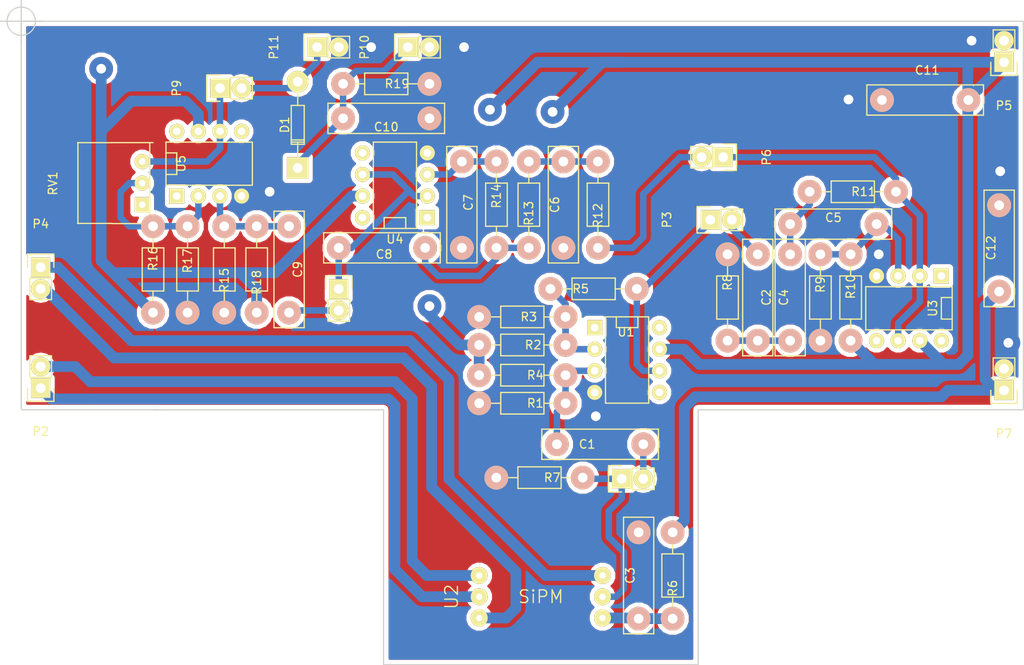
<source format=kicad_pcb>
(kicad_pcb (version 4) (host pcbnew "(2014-10-31 BZR 5247)-product")

  (general
    (links 85)
    (no_connects 3)
    (area 78.149667 11.684 201.758334 87.995001)
    (thickness 1.6)
    (drawings 15)
    (tracks 214)
    (zones 0)
    (modules 49)
    (nets 31)
  )

  (page A4)
  (layers
    (0 F.Cu signal hide)
    (31 B.Cu signal)
    (32 B.Adhes user)
    (33 F.Adhes user)
    (34 B.Paste user)
    (35 F.Paste user)
    (36 B.SilkS user)
    (37 F.SilkS user)
    (38 B.Mask user)
    (39 F.Mask user)
    (40 Dwgs.User user)
    (41 Cmts.User user)
    (42 Eco1.User user)
    (43 Eco2.User user)
    (44 Edge.Cuts user)
    (45 Margin user)
    (46 B.CrtYd user)
    (47 F.CrtYd user)
    (48 B.Fab user)
    (49 F.Fab user)
  )

  (setup
    (last_trace_width 0.254)
    (user_trace_width 0.508)
    (user_trace_width 0.762)
    (user_trace_width 1.016)
    (user_trace_width 1.27)
    (trace_clearance 0.254)
    (zone_clearance 0.508)
    (zone_45_only no)
    (trace_min 0.254)
    (segment_width 0.2)
    (edge_width 0.15)
    (via_size 0.889)
    (via_drill 0.635)
    (via_min_size 0.889)
    (via_min_drill 0.508)
    (user_via 2.032 1.016)
    (user_via 2.794 1.143)
    (uvia_size 0.508)
    (uvia_drill 0.127)
    (uvias_allowed no)
    (uvia_min_size 0.508)
    (uvia_min_drill 0.127)
    (pcb_text_width 0.3)
    (pcb_text_size 1.5 1.5)
    (mod_edge_width 0.15)
    (mod_text_size 1.5 1.5)
    (mod_text_width 0.15)
    (pad_size 1.4 1.4)
    (pad_drill 0.6)
    (pad_to_mask_clearance 0.2)
    (aux_axis_origin 81.026 12.192)
    (grid_origin 81.026 12.192)
    (visible_elements FFFFFF7F)
    (pcbplotparams
      (layerselection 0x00000_80000001)
      (usegerberextensions true)
      (excludeedgelayer true)
      (linewidth 0.100000)
      (plotframeref false)
      (viasonmask false)
      (mode 1)
      (useauxorigin false)
      (hpglpennumber 1)
      (hpglpenspeed 20)
      (hpglpendiameter 15)
      (hpglpenoverlay 2)
      (psnegative false)
      (psa4output false)
      (plotreference false)
      (plotvalue false)
      (plotinvisibletext false)
      (padsonsilk false)
      (subtractmaskfromsilk false)
      (outputformat 1)
      (mirror false)
      (drillshape 0)
      (scaleselection 1)
      (outputdirectory ""))
  )

  (net 0 "")
  (net 1 "Net-(C1-Pad1)")
  (net 2 "Net-(C4-Pad1)")
  (net 3 "Net-(C5-Pad1)")
  (net 4 GND)
  (net 5 /A1)
  (net 6 /A2)
  (net 7 /F1)
  (net 8 +3.3VP)
  (net 9 ThR-)
  (net 10 ThR+)
  (net 11 Vin)
  (net 12 "Net-(C2-Pad2)")
  (net 13 "Net-(C3-Pad2)")
  (net 14 "Net-(C7-Pad2)")
  (net 15 "Net-(C8-Pad2)")
  (net 16 29.7V)
  (net 17 "Net-(R2-Pad1)")
  (net 18 Vout)
  (net 19 Voutp)
  (net 20 "Net-(C1-Pad2)")
  (net 21 "Net-(C2-Pad1)")
  (net 22 "Net-(C6-Pad2)")
  (net 23 /F2)
  (net 24 "Net-(C9-Pad1)")
  (net 25 "Net-(C9-Pad2)")
  (net 26 "Net-(P2-Pad1)")
  (net 27 "Net-(P2-Pad2)")
  (net 28 "Net-(P6-Pad2)")
  (net 29 "Net-(R16-Pad1)")
  (net 30 "Net-(RV1-Pad1)")

  (net_class Default "This is the default net class."
    (clearance 0.254)
    (trace_width 0.254)
    (via_dia 0.889)
    (via_drill 0.635)
    (uvia_dia 0.508)
    (uvia_drill 0.127)
    (add_net +3.3VP)
    (add_net /A1)
    (add_net /A2)
    (add_net /F1)
    (add_net /F2)
    (add_net 29.7V)
    (add_net GND)
    (add_net "Net-(C1-Pad1)")
    (add_net "Net-(C1-Pad2)")
    (add_net "Net-(C2-Pad1)")
    (add_net "Net-(C2-Pad2)")
    (add_net "Net-(C3-Pad2)")
    (add_net "Net-(C4-Pad1)")
    (add_net "Net-(C5-Pad1)")
    (add_net "Net-(C6-Pad2)")
    (add_net "Net-(C7-Pad2)")
    (add_net "Net-(C8-Pad2)")
    (add_net "Net-(C9-Pad1)")
    (add_net "Net-(C9-Pad2)")
    (add_net "Net-(P2-Pad1)")
    (add_net "Net-(P2-Pad2)")
    (add_net "Net-(P6-Pad2)")
    (add_net "Net-(R16-Pad1)")
    (add_net "Net-(R2-Pad1)")
    (add_net "Net-(RV1-Pad1)")
    (add_net ThR+)
    (add_net ThR-)
    (add_net Vin)
    (add_net Vout)
    (add_net Voutp)
  )

  (module mylib:Cap_Horizontal_Shop (layer F.Cu) (tedit 550855A0) (tstamp 55085753)
    (at 149.098 61.976)
    (descr "Resistor, Axial,  RM 10mm, 1/3W,")
    (tags "Resistor, Axial, RM 10mm, 1/3W,")
    (path /54E5B91C)
    (fp_text reference C1 (at -1.524 0) (layer F.SilkS)
      (effects (font (size 1 1) (thickness 0.15)))
    )
    (fp_text value .2u (at 1.778 0) (layer F.Fab)
      (effects (font (size 1 1) (thickness 0.15)))
    )
    (fp_line (start 6.858 -1.778) (end -6.858 -1.778) (layer F.SilkS) (width 0.15))
    (fp_line (start -6.858 -1.778) (end -6.858 1.778) (layer F.SilkS) (width 0.15))
    (fp_line (start -6.858 1.778) (end 6.858 1.778) (layer F.SilkS) (width 0.15))
    (fp_line (start 6.858 1.778) (end 6.858 0) (layer F.SilkS) (width 0.15))
    (fp_line (start 6.858 0) (end 6.858 -1.778) (layer F.SilkS) (width 0.15))
    (pad 1 thru_hole circle (at -5.08 0) (size 2.794 2.794) (drill 1.143) (layers *.Cu *.SilkS *.Mask)
      (net 1 "Net-(C1-Pad1)"))
    (pad 2 thru_hole circle (at 5.08 0) (size 2.794 2.794) (drill 1.143) (layers *.Cu *.SilkS *.Mask)
      (net 20 "Net-(C1-Pad2)"))
    (model Resistors_ThroughHole.3dshapes/Resistor_Horizontal_RM10mm.wrl
      (at (xyz 0 0 0))
      (scale (xyz 0.4 0.4 0.4))
      (rotate (xyz 0 0 0))
    )
  )

  (module mylib:Cap_Horizontal_Shop (layer F.Cu) (tedit 5508572B) (tstamp 5508575E)
    (at 167.64 44.704 90)
    (descr "Resistor, Axial,  RM 10mm, 1/3W,")
    (tags "Resistor, Axial, RM 10mm, 1/3W,")
    (path /54E64631)
    (fp_text reference C2 (at 0 1.016 90) (layer F.SilkS)
      (effects (font (size 1 1) (thickness 0.15)))
    )
    (fp_text value 22n (at -0.254 -0.762 90) (layer F.Fab)
      (effects (font (size 1 1) (thickness 0.15)))
    )
    (fp_line (start 6.858 -1.778) (end -6.858 -1.778) (layer F.SilkS) (width 0.15))
    (fp_line (start -6.858 -1.778) (end -6.858 1.778) (layer F.SilkS) (width 0.15))
    (fp_line (start -6.858 1.778) (end 6.858 1.778) (layer F.SilkS) (width 0.15))
    (fp_line (start 6.858 1.778) (end 6.858 0) (layer F.SilkS) (width 0.15))
    (fp_line (start 6.858 0) (end 6.858 -1.778) (layer F.SilkS) (width 0.15))
    (pad 1 thru_hole circle (at -5.08 0 90) (size 2.794 2.794) (drill 1.143) (layers *.Cu *.SilkS *.Mask)
      (net 21 "Net-(C2-Pad1)"))
    (pad 2 thru_hole circle (at 5.08 0 90) (size 2.794 2.794) (drill 1.143) (layers *.Cu *.SilkS *.Mask)
      (net 12 "Net-(C2-Pad2)"))
    (model Resistors_ThroughHole.3dshapes/Resistor_Horizontal_RM10mm.wrl
      (at (xyz 0 0 0))
      (scale (xyz 0.4 0.4 0.4))
      (rotate (xyz 0 0 0))
    )
  )

  (module mylib:Cap_Horizontal_Shop (layer F.Cu) (tedit 5509A442) (tstamp 55085769)
    (at 153.63 77.42 270)
    (descr "Resistor, Axial,  RM 10mm, 1/3W,")
    (tags "Resistor, Axial, RM 10mm, 1/3W,")
    (path /54E6D1B3)
    (fp_text reference C3 (at 0 1 270) (layer F.SilkS)
      (effects (font (size 1 1) (thickness 0.15)))
    )
    (fp_text value 10n (at 0 -1 270) (layer F.Fab)
      (effects (font (size 1 1) (thickness 0.15)))
    )
    (fp_line (start 6.858 -1.778) (end -6.858 -1.778) (layer F.SilkS) (width 0.15))
    (fp_line (start -6.858 -1.778) (end -6.858 1.778) (layer F.SilkS) (width 0.15))
    (fp_line (start -6.858 1.778) (end 6.858 1.778) (layer F.SilkS) (width 0.15))
    (fp_line (start 6.858 1.778) (end 6.858 0) (layer F.SilkS) (width 0.15))
    (fp_line (start 6.858 0) (end 6.858 -1.778) (layer F.SilkS) (width 0.15))
    (pad 1 thru_hole circle (at -5.08 0 270) (size 2.794 2.794) (drill 1.143) (layers *.Cu *.SilkS *.Mask)
      (net 4 GND))
    (pad 2 thru_hole circle (at 5.08 0 270) (size 2.794 2.794) (drill 1.143) (layers *.Cu *.SilkS *.Mask)
      (net 13 "Net-(C3-Pad2)"))
    (model Resistors_ThroughHole.3dshapes/Resistor_Horizontal_RM10mm.wrl
      (at (xyz 0 0 0))
      (scale (xyz 0.4 0.4 0.4))
      (rotate (xyz 0 0 0))
    )
  )

  (module mylib:Cap_Horizontal_Shop (layer F.Cu) (tedit 5508572F) (tstamp 55085774)
    (at 171.45 44.704 270)
    (descr "Resistor, Axial,  RM 10mm, 1/3W,")
    (tags "Resistor, Axial, RM 10mm, 1/3W,")
    (path /54E64839)
    (fp_text reference C4 (at 0 0.762 270) (layer F.SilkS)
      (effects (font (size 1 1) (thickness 0.15)))
    )
    (fp_text value 33n (at 0 -1.016 270) (layer F.Fab)
      (effects (font (size 1 1) (thickness 0.15)))
    )
    (fp_line (start 6.858 -1.778) (end -6.858 -1.778) (layer F.SilkS) (width 0.15))
    (fp_line (start -6.858 -1.778) (end -6.858 1.778) (layer F.SilkS) (width 0.15))
    (fp_line (start -6.858 1.778) (end 6.858 1.778) (layer F.SilkS) (width 0.15))
    (fp_line (start 6.858 1.778) (end 6.858 0) (layer F.SilkS) (width 0.15))
    (fp_line (start 6.858 0) (end 6.858 -1.778) (layer F.SilkS) (width 0.15))
    (pad 1 thru_hole circle (at -5.08 0 270) (size 2.794 2.794) (drill 1.143) (layers *.Cu *.SilkS *.Mask)
      (net 2 "Net-(C4-Pad1)"))
    (pad 2 thru_hole circle (at 5.08 0 270) (size 2.794 2.794) (drill 1.143) (layers *.Cu *.SilkS *.Mask)
      (net 21 "Net-(C2-Pad1)"))
    (model Resistors_ThroughHole.3dshapes/Resistor_Horizontal_RM10mm.wrl
      (at (xyz 0 0 0))
      (scale (xyz 0.4 0.4 0.4))
      (rotate (xyz 0 0 0))
    )
  )

  (module mylib:Cap_Horizontal_Shop (layer F.Cu) (tedit 55085734) (tstamp 5508577F)
    (at 176.53 36.068 180)
    (descr "Resistor, Axial,  RM 10mm, 1/3W,")
    (tags "Resistor, Axial, RM 10mm, 1/3W,")
    (path /54E6518C)
    (fp_text reference C5 (at 0 0.762 180) (layer F.SilkS)
      (effects (font (size 1 1) (thickness 0.15)))
    )
    (fp_text value 33n (at 0 -1.016 180) (layer F.Fab)
      (effects (font (size 1 1) (thickness 0.15)))
    )
    (fp_line (start 6.858 -1.778) (end -6.858 -1.778) (layer F.SilkS) (width 0.15))
    (fp_line (start -6.858 -1.778) (end -6.858 1.778) (layer F.SilkS) (width 0.15))
    (fp_line (start -6.858 1.778) (end 6.858 1.778) (layer F.SilkS) (width 0.15))
    (fp_line (start 6.858 1.778) (end 6.858 0) (layer F.SilkS) (width 0.15))
    (fp_line (start 6.858 0) (end 6.858 -1.778) (layer F.SilkS) (width 0.15))
    (pad 1 thru_hole circle (at -5.08 0 180) (size 2.794 2.794) (drill 1.143) (layers *.Cu *.SilkS *.Mask)
      (net 3 "Net-(C5-Pad1)"))
    (pad 2 thru_hole circle (at 5.08 0 180) (size 2.794 2.794) (drill 1.143) (layers *.Cu *.SilkS *.Mask)
      (net 2 "Net-(C4-Pad1)"))
    (model Resistors_ThroughHole.3dshapes/Resistor_Horizontal_RM10mm.wrl
      (at (xyz 0 0 0))
      (scale (xyz 0.4 0.4 0.4))
      (rotate (xyz 0 0 0))
    )
  )

  (module mylib:Cap_Horizontal_Shop (layer F.Cu) (tedit 55099136) (tstamp 5508578A)
    (at 144.78 33.782 90)
    (descr "Resistor, Axial,  RM 10mm, 1/3W,")
    (tags "Resistor, Axial, RM 10mm, 1/3W,")
    (path /54E68C30)
    (fp_text reference C6 (at 0 -1.016 90) (layer F.SilkS)
      (effects (font (size 1 1) (thickness 0.15)))
    )
    (fp_text value 22n (at 0 0.762 90) (layer F.Fab)
      (effects (font (size 1 1) (thickness 0.15)))
    )
    (fp_line (start 6.858 -1.778) (end -6.858 -1.778) (layer F.SilkS) (width 0.15))
    (fp_line (start -6.858 -1.778) (end -6.858 1.778) (layer F.SilkS) (width 0.15))
    (fp_line (start -6.858 1.778) (end 6.858 1.778) (layer F.SilkS) (width 0.15))
    (fp_line (start 6.858 1.778) (end 6.858 0) (layer F.SilkS) (width 0.15))
    (fp_line (start 6.858 0) (end 6.858 -1.778) (layer F.SilkS) (width 0.15))
    (pad 1 thru_hole circle (at -5.08 0 90) (size 2.794 2.794) (drill 1.143) (layers *.Cu *.SilkS *.Mask)
      (net 4 GND))
    (pad 2 thru_hole circle (at 5.08 0 90) (size 2.794 2.794) (drill 1.143) (layers *.Cu *.SilkS *.Mask)
      (net 22 "Net-(C6-Pad2)"))
    (model Resistors_ThroughHole.3dshapes/Resistor_Horizontal_RM10mm.wrl
      (at (xyz 0 0 0))
      (scale (xyz 0.4 0.4 0.4))
      (rotate (xyz 0 0 0))
    )
  )

  (module mylib:Cap_Horizontal_Shop (layer F.Cu) (tedit 550991A4) (tstamp 55085795)
    (at 132.842 33.782 90)
    (descr "Resistor, Axial,  RM 10mm, 1/3W,")
    (tags "Resistor, Axial, RM 10mm, 1/3W,")
    (path /54E68802)
    (fp_text reference C7 (at 0.254 0.762 90) (layer F.SilkS)
      (effects (font (size 1 1) (thickness 0.15)))
    )
    (fp_text value 470p (at 0.254 -0.762 90) (layer F.Fab)
      (effects (font (size 1 1) (thickness 0.15)))
    )
    (fp_line (start 6.858 -1.778) (end -6.858 -1.778) (layer F.SilkS) (width 0.15))
    (fp_line (start -6.858 -1.778) (end -6.858 1.778) (layer F.SilkS) (width 0.15))
    (fp_line (start -6.858 1.778) (end 6.858 1.778) (layer F.SilkS) (width 0.15))
    (fp_line (start 6.858 1.778) (end 6.858 0) (layer F.SilkS) (width 0.15))
    (fp_line (start 6.858 0) (end 6.858 -1.778) (layer F.SilkS) (width 0.15))
    (pad 1 thru_hole circle (at -5.08 0 90) (size 2.794 2.794) (drill 1.143) (layers *.Cu *.SilkS *.Mask)
      (net 4 GND))
    (pad 2 thru_hole circle (at 5.08 0 90) (size 2.794 2.794) (drill 1.143) (layers *.Cu *.SilkS *.Mask)
      (net 14 "Net-(C7-Pad2)"))
    (model Resistors_ThroughHole.3dshapes/Resistor_Horizontal_RM10mm.wrl
      (at (xyz 0 0 0))
      (scale (xyz 0.4 0.4 0.4))
      (rotate (xyz 0 0 0))
    )
  )

  (module mylib:Cap_Horizontal_Shop (layer F.Cu) (tedit 550991AA) (tstamp 550857A0)
    (at 123.444 38.862)
    (descr "Resistor, Axial,  RM 10mm, 1/3W,")
    (tags "Resistor, Axial, RM 10mm, 1/3W,")
    (path /54E68BBB)
    (fp_text reference C8 (at 0.254 0.762) (layer F.SilkS)
      (effects (font (size 1 1) (thickness 0.15)))
    )
    (fp_text value 10n (at 0 -0.762) (layer F.Fab)
      (effects (font (size 1 1) (thickness 0.15)))
    )
    (fp_line (start 6.858 -1.778) (end -6.858 -1.778) (layer F.SilkS) (width 0.15))
    (fp_line (start -6.858 -1.778) (end -6.858 1.778) (layer F.SilkS) (width 0.15))
    (fp_line (start -6.858 1.778) (end 6.858 1.778) (layer F.SilkS) (width 0.15))
    (fp_line (start 6.858 1.778) (end 6.858 0) (layer F.SilkS) (width 0.15))
    (fp_line (start 6.858 0) (end 6.858 -1.778) (layer F.SilkS) (width 0.15))
    (pad 1 thru_hole circle (at -5.08 0) (size 2.794 2.794) (drill 1.143) (layers *.Cu *.SilkS *.Mask)
      (net 23 /F2))
    (pad 2 thru_hole circle (at 5.08 0) (size 2.794 2.794) (drill 1.143) (layers *.Cu *.SilkS *.Mask)
      (net 15 "Net-(C8-Pad2)"))
    (model Resistors_ThroughHole.3dshapes/Resistor_Horizontal_RM10mm.wrl
      (at (xyz 0 0 0))
      (scale (xyz 0.4 0.4 0.4))
      (rotate (xyz 0 0 0))
    )
  )

  (module mylib:Cap_Horizontal_Shop (layer F.Cu) (tedit 55099268) (tstamp 550857AB)
    (at 112.522 41.402 270)
    (descr "Resistor, Axial,  RM 10mm, 1/3W,")
    (tags "Resistor, Axial, RM 10mm, 1/3W,")
    (path /54E62BD1)
    (fp_text reference C9 (at 0 -1.016 270) (layer F.SilkS)
      (effects (font (size 1 1) (thickness 0.15)))
    )
    (fp_text value .2u (at 0 1.016 270) (layer F.Fab)
      (effects (font (size 1 1) (thickness 0.15)))
    )
    (fp_line (start 6.858 -1.778) (end -6.858 -1.778) (layer F.SilkS) (width 0.15))
    (fp_line (start -6.858 -1.778) (end -6.858 1.778) (layer F.SilkS) (width 0.15))
    (fp_line (start -6.858 1.778) (end 6.858 1.778) (layer F.SilkS) (width 0.15))
    (fp_line (start 6.858 1.778) (end 6.858 0) (layer F.SilkS) (width 0.15))
    (fp_line (start 6.858 0) (end 6.858 -1.778) (layer F.SilkS) (width 0.15))
    (pad 1 thru_hole circle (at -5.08 0 270) (size 2.794 2.794) (drill 1.143) (layers *.Cu *.SilkS *.Mask)
      (net 24 "Net-(C9-Pad1)"))
    (pad 2 thru_hole circle (at 5.08 0 270) (size 2.794 2.794) (drill 1.143) (layers *.Cu *.SilkS *.Mask)
      (net 25 "Net-(C9-Pad2)"))
    (model Resistors_ThroughHole.3dshapes/Resistor_Horizontal_RM10mm.wrl
      (at (xyz 0 0 0))
      (scale (xyz 0.4 0.4 0.4))
      (rotate (xyz 0 0 0))
    )
  )

  (module mylib:Cap_Horizontal_Shop (layer F.Cu) (tedit 5509A750) (tstamp 550857B6)
    (at 123.952 23.622)
    (descr "Resistor, Axial,  RM 10mm, 1/3W,")
    (tags "Resistor, Axial, RM 10mm, 1/3W,")
    (path /54E5AB85)
    (fp_text reference C10 (at 0 1.016) (layer F.SilkS)
      (effects (font (size 1 1) (thickness 0.15)))
    )
    (fp_text value 15n (at 0.254 -1.016) (layer F.Fab)
      (effects (font (size 1 1) (thickness 0.15)))
    )
    (fp_line (start 6.858 -1.778) (end -6.858 -1.778) (layer F.SilkS) (width 0.15))
    (fp_line (start -6.858 -1.778) (end -6.858 1.778) (layer F.SilkS) (width 0.15))
    (fp_line (start -6.858 1.778) (end 6.858 1.778) (layer F.SilkS) (width 0.15))
    (fp_line (start 6.858 1.778) (end 6.858 0) (layer F.SilkS) (width 0.15))
    (fp_line (start 6.858 0) (end 6.858 -1.778) (layer F.SilkS) (width 0.15))
    (pad 1 thru_hole circle (at -5.08 0) (size 2.794 2.794) (drill 1.143) (layers *.Cu *.SilkS *.Mask)
      (net 19 Voutp))
    (pad 2 thru_hole circle (at 5.08 0) (size 2.794 2.794) (drill 1.143) (layers *.Cu *.SilkS *.Mask)
      (net 4 GND))
    (model Resistors_ThroughHole.3dshapes/Resistor_Horizontal_RM10mm.wrl
      (at (xyz 0 0 0))
      (scale (xyz 0.4 0.4 0.4))
      (rotate (xyz 0 0 0))
    )
  )

  (module mylib:Diode_Shop (layer F.Cu) (tedit 5509A796) (tstamp 550857C5)
    (at 113.538 24.384 270)
    (descr "Diode, DO-35,  SOD27, Horizontal, RM 10mm")
    (tags "Diode, DO-35, SOD27, Horizontal, RM 10mm, 1N4148,")
    (path /54E5AB0D)
    (fp_text reference D1 (at 0 1.524 270) (layer F.SilkS)
      (effects (font (size 1 1) (thickness 0.15)))
    )
    (fp_text value DIODE (at -0.254 0 270) (layer F.Fab)
      (effects (font (size 1 1) (thickness 0.15)))
    )
    (fp_line (start -2.286 0) (end -3.683 0) (layer F.SilkS) (width 0.15))
    (fp_line (start 2.159 0) (end 3.683 0) (layer F.SilkS) (width 0.15))
    (fp_line (start 1.778 -0.762) (end 1.778 0.762) (layer F.SilkS) (width 0.15))
    (fp_line (start 2.032 -0.762) (end 2.032 0.762) (layer F.SilkS) (width 0.15))
    (fp_line (start 2.286 0) (end 2.286 0.762) (layer F.SilkS) (width 0.15))
    (fp_line (start 2.286 0.762) (end -2.286 0.762) (layer F.SilkS) (width 0.15))
    (fp_line (start -2.286 0.762) (end -2.286 -0.762) (layer F.SilkS) (width 0.15))
    (fp_line (start -2.286 -0.762) (end 2.286 -0.762) (layer F.SilkS) (width 0.15))
    (fp_line (start 2.286 -0.762) (end 2.286 0) (layer F.SilkS) (width 0.15))
    (pad 1 thru_hole circle (at -5.08 0 270) (size 2.54 2.54) (drill 1.143) (layers *.Cu *.Mask F.SilkS)
      (net 18 Vout))
    (pad 2 thru_hole rect (at 5.08 0 270) (size 2.54 2.54) (drill 1.143) (layers *.Cu *.Mask F.SilkS)
      (net 19 Voutp))
    (model Diodes_ThroughHole.3dshapes/Diode_DO-35_SOD27_Horizontal_RM10.wrl
      (at (xyz 0 0 0))
      (scale (xyz 0.4 0.4 0.4))
      (rotate (xyz 0 0 0))
    )
  )

  (module mylib:Pin_Header_1x02_Shop (layer F.Cu) (tedit 550725A6) (tstamp 550857D6)
    (at 151.638 66.04 90)
    (descr "Through hole pin header")
    (tags "pin header")
    (path /55086059)
    (fp_text reference P1 (at 0 -5.1 90) (layer F.SilkS)
      (effects (font (size 1 1) (thickness 0.15)))
    )
    (fp_text value CONN_01X02 (at 0 -3.1 90) (layer F.Fab)
      (effects (font (size 1 1) (thickness 0.15)))
    )
    (fp_line (start 1.27 1.27) (end 1.27 3.81) (layer F.SilkS) (width 0.15))
    (fp_line (start 1.55 -1.55) (end 1.55 0) (layer F.SilkS) (width 0.15))
    (fp_line (start -1.75 -1.75) (end -1.75 4.3) (layer F.CrtYd) (width 0.05))
    (fp_line (start 1.75 -1.75) (end 1.75 4.3) (layer F.CrtYd) (width 0.05))
    (fp_line (start -1.75 -1.75) (end 1.75 -1.75) (layer F.CrtYd) (width 0.05))
    (fp_line (start -1.75 4.3) (end 1.75 4.3) (layer F.CrtYd) (width 0.05))
    (fp_line (start 1.27 1.27) (end -1.27 1.27) (layer F.SilkS) (width 0.15))
    (fp_line (start -1.55 0) (end -1.55 -1.55) (layer F.SilkS) (width 0.15))
    (fp_line (start -1.55 -1.55) (end 1.55 -1.55) (layer F.SilkS) (width 0.15))
    (fp_line (start -1.27 1.27) (end -1.27 3.81) (layer F.SilkS) (width 0.15))
    (fp_line (start -1.27 3.81) (end 1.27 3.81) (layer F.SilkS) (width 0.15))
    (pad 1 thru_hole rect (at 0 0 90) (size 2.286 2.286) (drill 1.143) (layers *.Cu *.Mask F.SilkS)
      (net 11 Vin))
    (pad 2 thru_hole oval (at 0 2.54 90) (size 2.286 2.286) (drill 1.143) (layers *.Cu *.Mask F.SilkS)
      (net 20 "Net-(C1-Pad2)"))
    (model Pin_Headers.3dshapes/Pin_Header_Straight_1x02.wrl
      (at (xyz 0 -0.05 0))
      (scale (xyz 1 1 1))
      (rotate (xyz 0 0 90))
    )
  )

  (module mylib:Pin_Header_1x02_Shop (layer F.Cu) (tedit 550725A6) (tstamp 550857E7)
    (at 83.312 55.372 180)
    (descr "Through hole pin header")
    (tags "pin header")
    (path /54E55190)
    (fp_text reference P2 (at 0 -5.1 180) (layer F.SilkS)
      (effects (font (size 1 1) (thickness 0.15)))
    )
    (fp_text value CONN_01X02 (at 0 -3.1 180) (layer F.Fab)
      (effects (font (size 1 1) (thickness 0.15)))
    )
    (fp_line (start 1.27 1.27) (end 1.27 3.81) (layer F.SilkS) (width 0.15))
    (fp_line (start 1.55 -1.55) (end 1.55 0) (layer F.SilkS) (width 0.15))
    (fp_line (start -1.75 -1.75) (end -1.75 4.3) (layer F.CrtYd) (width 0.05))
    (fp_line (start 1.75 -1.75) (end 1.75 4.3) (layer F.CrtYd) (width 0.05))
    (fp_line (start -1.75 -1.75) (end 1.75 -1.75) (layer F.CrtYd) (width 0.05))
    (fp_line (start -1.75 4.3) (end 1.75 4.3) (layer F.CrtYd) (width 0.05))
    (fp_line (start 1.27 1.27) (end -1.27 1.27) (layer F.SilkS) (width 0.15))
    (fp_line (start -1.55 0) (end -1.55 -1.55) (layer F.SilkS) (width 0.15))
    (fp_line (start -1.55 -1.55) (end 1.55 -1.55) (layer F.SilkS) (width 0.15))
    (fp_line (start -1.27 1.27) (end -1.27 3.81) (layer F.SilkS) (width 0.15))
    (fp_line (start -1.27 3.81) (end 1.27 3.81) (layer F.SilkS) (width 0.15))
    (pad 1 thru_hole rect (at 0 0 180) (size 2.286 2.286) (drill 1.143) (layers *.Cu *.Mask F.SilkS)
      (net 26 "Net-(P2-Pad1)"))
    (pad 2 thru_hole oval (at 0 2.54 180) (size 2.286 2.286) (drill 1.143) (layers *.Cu *.Mask F.SilkS)
      (net 27 "Net-(P2-Pad2)"))
    (model Pin_Headers.3dshapes/Pin_Header_Straight_1x02.wrl
      (at (xyz 0 -0.05 0))
      (scale (xyz 1 1 1))
      (rotate (xyz 0 0 90))
    )
  )

  (module mylib:Pin_Header_1x02_Shop (layer F.Cu) (tedit 550725A6) (tstamp 550857F8)
    (at 162.052 35.56 90)
    (descr "Through hole pin header")
    (tags "pin header")
    (path /54E5554E)
    (fp_text reference P3 (at 0 -5.1 90) (layer F.SilkS)
      (effects (font (size 1 1) (thickness 0.15)))
    )
    (fp_text value CONN_01X02 (at 0 -3.1 90) (layer F.Fab)
      (effects (font (size 1 1) (thickness 0.15)))
    )
    (fp_line (start 1.27 1.27) (end 1.27 3.81) (layer F.SilkS) (width 0.15))
    (fp_line (start 1.55 -1.55) (end 1.55 0) (layer F.SilkS) (width 0.15))
    (fp_line (start -1.75 -1.75) (end -1.75 4.3) (layer F.CrtYd) (width 0.05))
    (fp_line (start 1.75 -1.75) (end 1.75 4.3) (layer F.CrtYd) (width 0.05))
    (fp_line (start -1.75 -1.75) (end 1.75 -1.75) (layer F.CrtYd) (width 0.05))
    (fp_line (start -1.75 4.3) (end 1.75 4.3) (layer F.CrtYd) (width 0.05))
    (fp_line (start 1.27 1.27) (end -1.27 1.27) (layer F.SilkS) (width 0.15))
    (fp_line (start -1.55 0) (end -1.55 -1.55) (layer F.SilkS) (width 0.15))
    (fp_line (start -1.55 -1.55) (end 1.55 -1.55) (layer F.SilkS) (width 0.15))
    (fp_line (start -1.27 1.27) (end -1.27 3.81) (layer F.SilkS) (width 0.15))
    (fp_line (start -1.27 3.81) (end 1.27 3.81) (layer F.SilkS) (width 0.15))
    (pad 1 thru_hole rect (at 0 0 90) (size 2.286 2.286) (drill 1.143) (layers *.Cu *.Mask F.SilkS)
      (net 5 /A1))
    (pad 2 thru_hole oval (at 0 2.54 90) (size 2.286 2.286) (drill 1.143) (layers *.Cu *.Mask F.SilkS)
      (net 12 "Net-(C2-Pad2)"))
    (model Pin_Headers.3dshapes/Pin_Header_Straight_1x02.wrl
      (at (xyz 0 -0.05 0))
      (scale (xyz 1 1 1))
      (rotate (xyz 0 0 90))
    )
  )

  (module mylib:Pin_Header_1x02_Shop (layer F.Cu) (tedit 550725A6) (tstamp 55085809)
    (at 83.312 41.148)
    (descr "Through hole pin header")
    (tags "pin header")
    (path /5508A66D)
    (fp_text reference P4 (at 0 -5.1) (layer F.SilkS)
      (effects (font (size 1 1) (thickness 0.15)))
    )
    (fp_text value CONN_01X02 (at 0 -3.1) (layer F.Fab)
      (effects (font (size 1 1) (thickness 0.15)))
    )
    (fp_line (start 1.27 1.27) (end 1.27 3.81) (layer F.SilkS) (width 0.15))
    (fp_line (start 1.55 -1.55) (end 1.55 0) (layer F.SilkS) (width 0.15))
    (fp_line (start -1.75 -1.75) (end -1.75 4.3) (layer F.CrtYd) (width 0.05))
    (fp_line (start 1.75 -1.75) (end 1.75 4.3) (layer F.CrtYd) (width 0.05))
    (fp_line (start -1.75 -1.75) (end 1.75 -1.75) (layer F.CrtYd) (width 0.05))
    (fp_line (start -1.75 4.3) (end 1.75 4.3) (layer F.CrtYd) (width 0.05))
    (fp_line (start 1.27 1.27) (end -1.27 1.27) (layer F.SilkS) (width 0.15))
    (fp_line (start -1.55 0) (end -1.55 -1.55) (layer F.SilkS) (width 0.15))
    (fp_line (start -1.55 -1.55) (end 1.55 -1.55) (layer F.SilkS) (width 0.15))
    (fp_line (start -1.27 1.27) (end -1.27 3.81) (layer F.SilkS) (width 0.15))
    (fp_line (start -1.27 3.81) (end 1.27 3.81) (layer F.SilkS) (width 0.15))
    (pad 1 thru_hole rect (at 0 0) (size 2.286 2.286) (drill 1.143) (layers *.Cu *.Mask F.SilkS)
      (net 10 ThR+))
    (pad 2 thru_hole oval (at 0 2.54) (size 2.286 2.286) (drill 1.143) (layers *.Cu *.Mask F.SilkS)
      (net 9 ThR-))
    (model Pin_Headers.3dshapes/Pin_Header_Straight_1x02.wrl
      (at (xyz 0 -0.05 0))
      (scale (xyz 1 1 1))
      (rotate (xyz 0 0 90))
    )
  )

  (module mylib:Pin_Header_1x02_Shop (layer F.Cu) (tedit 550725A6) (tstamp 5508581A)
    (at 196.596 17.018 180)
    (descr "Through hole pin header")
    (tags "pin header")
    (path /5508AA04)
    (fp_text reference P5 (at 0 -5.1 180) (layer F.SilkS)
      (effects (font (size 1 1) (thickness 0.15)))
    )
    (fp_text value CONN_01X02 (at 0 -3.1 180) (layer F.Fab)
      (effects (font (size 1 1) (thickness 0.15)))
    )
    (fp_line (start 1.27 1.27) (end 1.27 3.81) (layer F.SilkS) (width 0.15))
    (fp_line (start 1.55 -1.55) (end 1.55 0) (layer F.SilkS) (width 0.15))
    (fp_line (start -1.75 -1.75) (end -1.75 4.3) (layer F.CrtYd) (width 0.05))
    (fp_line (start 1.75 -1.75) (end 1.75 4.3) (layer F.CrtYd) (width 0.05))
    (fp_line (start -1.75 -1.75) (end 1.75 -1.75) (layer F.CrtYd) (width 0.05))
    (fp_line (start -1.75 4.3) (end 1.75 4.3) (layer F.CrtYd) (width 0.05))
    (fp_line (start 1.27 1.27) (end -1.27 1.27) (layer F.SilkS) (width 0.15))
    (fp_line (start -1.55 0) (end -1.55 -1.55) (layer F.SilkS) (width 0.15))
    (fp_line (start -1.55 -1.55) (end 1.55 -1.55) (layer F.SilkS) (width 0.15))
    (fp_line (start -1.27 1.27) (end -1.27 3.81) (layer F.SilkS) (width 0.15))
    (fp_line (start -1.27 3.81) (end 1.27 3.81) (layer F.SilkS) (width 0.15))
    (pad 1 thru_hole rect (at 0 0 180) (size 2.286 2.286) (drill 1.143) (layers *.Cu *.Mask F.SilkS)
      (net 8 +3.3VP))
    (pad 2 thru_hole oval (at 0 2.54 180) (size 2.286 2.286) (drill 1.143) (layers *.Cu *.Mask F.SilkS)
      (net 4 GND))
    (model Pin_Headers.3dshapes/Pin_Header_Straight_1x02.wrl
      (at (xyz 0 -0.05 0))
      (scale (xyz 1 1 1))
      (rotate (xyz 0 0 90))
    )
  )

  (module mylib:Pin_Header_1x02_Shop (layer F.Cu) (tedit 550725A6) (tstamp 5508582B)
    (at 163.576 28.194 270)
    (descr "Through hole pin header")
    (tags "pin header")
    (path /54E55945)
    (fp_text reference P6 (at 0 -5.1 270) (layer F.SilkS)
      (effects (font (size 1 1) (thickness 0.15)))
    )
    (fp_text value CONN_01X02 (at 0 -3.1 270) (layer F.Fab)
      (effects (font (size 1 1) (thickness 0.15)))
    )
    (fp_line (start 1.27 1.27) (end 1.27 3.81) (layer F.SilkS) (width 0.15))
    (fp_line (start 1.55 -1.55) (end 1.55 0) (layer F.SilkS) (width 0.15))
    (fp_line (start -1.75 -1.75) (end -1.75 4.3) (layer F.CrtYd) (width 0.05))
    (fp_line (start 1.75 -1.75) (end 1.75 4.3) (layer F.CrtYd) (width 0.05))
    (fp_line (start -1.75 -1.75) (end 1.75 -1.75) (layer F.CrtYd) (width 0.05))
    (fp_line (start -1.75 4.3) (end 1.75 4.3) (layer F.CrtYd) (width 0.05))
    (fp_line (start 1.27 1.27) (end -1.27 1.27) (layer F.SilkS) (width 0.15))
    (fp_line (start -1.55 0) (end -1.55 -1.55) (layer F.SilkS) (width 0.15))
    (fp_line (start -1.55 -1.55) (end 1.55 -1.55) (layer F.SilkS) (width 0.15))
    (fp_line (start -1.27 1.27) (end -1.27 3.81) (layer F.SilkS) (width 0.15))
    (fp_line (start -1.27 3.81) (end 1.27 3.81) (layer F.SilkS) (width 0.15))
    (pad 1 thru_hole rect (at 0 0 270) (size 2.286 2.286) (drill 1.143) (layers *.Cu *.Mask F.SilkS)
      (net 7 /F1))
    (pad 2 thru_hole oval (at 0 2.54 270) (size 2.286 2.286) (drill 1.143) (layers *.Cu *.Mask F.SilkS)
      (net 28 "Net-(P6-Pad2)"))
    (model Pin_Headers.3dshapes/Pin_Header_Straight_1x02.wrl
      (at (xyz 0 -0.05 0))
      (scale (xyz 1 1 1))
      (rotate (xyz 0 0 90))
    )
  )

  (module mylib:Pin_Header_1x02_Shop (layer F.Cu) (tedit 550725A6) (tstamp 5508583C)
    (at 196.596 55.626 180)
    (descr "Through hole pin header")
    (tags "pin header")
    (path /5508AB53)
    (fp_text reference P7 (at 0 -5.1 180) (layer F.SilkS)
      (effects (font (size 1 1) (thickness 0.15)))
    )
    (fp_text value CONN_01X02 (at 0 -3.1 180) (layer F.Fab)
      (effects (font (size 1 1) (thickness 0.15)))
    )
    (fp_line (start 1.27 1.27) (end 1.27 3.81) (layer F.SilkS) (width 0.15))
    (fp_line (start 1.55 -1.55) (end 1.55 0) (layer F.SilkS) (width 0.15))
    (fp_line (start -1.75 -1.75) (end -1.75 4.3) (layer F.CrtYd) (width 0.05))
    (fp_line (start 1.75 -1.75) (end 1.75 4.3) (layer F.CrtYd) (width 0.05))
    (fp_line (start -1.75 -1.75) (end 1.75 -1.75) (layer F.CrtYd) (width 0.05))
    (fp_line (start -1.75 4.3) (end 1.75 4.3) (layer F.CrtYd) (width 0.05))
    (fp_line (start 1.27 1.27) (end -1.27 1.27) (layer F.SilkS) (width 0.15))
    (fp_line (start -1.55 0) (end -1.55 -1.55) (layer F.SilkS) (width 0.15))
    (fp_line (start -1.55 -1.55) (end 1.55 -1.55) (layer F.SilkS) (width 0.15))
    (fp_line (start -1.27 1.27) (end -1.27 3.81) (layer F.SilkS) (width 0.15))
    (fp_line (start -1.27 3.81) (end 1.27 3.81) (layer F.SilkS) (width 0.15))
    (pad 1 thru_hole rect (at 0 0 180) (size 2.286 2.286) (drill 1.143) (layers *.Cu *.Mask F.SilkS)
      (net 16 29.7V))
    (pad 2 thru_hole oval (at 0 2.54 180) (size 2.286 2.286) (drill 1.143) (layers *.Cu *.Mask F.SilkS)
      (net 4 GND))
    (model Pin_Headers.3dshapes/Pin_Header_Straight_1x02.wrl
      (at (xyz 0 -0.05 0))
      (scale (xyz 1 1 1))
      (rotate (xyz 0 0 90))
    )
  )

  (module mylib:Pin_Header_1x02_Shop (layer F.Cu) (tedit 550725A6) (tstamp 5508584D)
    (at 118.364 43.688)
    (descr "Through hole pin header")
    (tags "pin header")
    (path /54E554D9)
    (fp_text reference P8 (at 0 -5.1) (layer F.SilkS)
      (effects (font (size 1 1) (thickness 0.15)))
    )
    (fp_text value CONN_01X02 (at 0 -3.1) (layer F.Fab)
      (effects (font (size 1 1) (thickness 0.15)))
    )
    (fp_line (start 1.27 1.27) (end 1.27 3.81) (layer F.SilkS) (width 0.15))
    (fp_line (start 1.55 -1.55) (end 1.55 0) (layer F.SilkS) (width 0.15))
    (fp_line (start -1.75 -1.75) (end -1.75 4.3) (layer F.CrtYd) (width 0.05))
    (fp_line (start 1.75 -1.75) (end 1.75 4.3) (layer F.CrtYd) (width 0.05))
    (fp_line (start -1.75 -1.75) (end 1.75 -1.75) (layer F.CrtYd) (width 0.05))
    (fp_line (start -1.75 4.3) (end 1.75 4.3) (layer F.CrtYd) (width 0.05))
    (fp_line (start 1.27 1.27) (end -1.27 1.27) (layer F.SilkS) (width 0.15))
    (fp_line (start -1.55 0) (end -1.55 -1.55) (layer F.SilkS) (width 0.15))
    (fp_line (start -1.55 -1.55) (end 1.55 -1.55) (layer F.SilkS) (width 0.15))
    (fp_line (start -1.27 1.27) (end -1.27 3.81) (layer F.SilkS) (width 0.15))
    (fp_line (start -1.27 3.81) (end 1.27 3.81) (layer F.SilkS) (width 0.15))
    (pad 1 thru_hole rect (at 0 0) (size 2.286 2.286) (drill 1.143) (layers *.Cu *.Mask F.SilkS)
      (net 23 /F2))
    (pad 2 thru_hole oval (at 0 2.54) (size 2.286 2.286) (drill 1.143) (layers *.Cu *.Mask F.SilkS)
      (net 25 "Net-(C9-Pad2)"))
    (model Pin_Headers.3dshapes/Pin_Header_Straight_1x02.wrl
      (at (xyz 0 -0.05 0))
      (scale (xyz 1 1 1))
      (rotate (xyz 0 0 90))
    )
  )

  (module mylib:Pin_Header_1x02_Shop (layer F.Cu) (tedit 550725A6) (tstamp 5508585E)
    (at 104.394 20.066 90)
    (descr "Through hole pin header")
    (tags "pin header")
    (path /54E559BB)
    (fp_text reference P9 (at 0 -5.1 90) (layer F.SilkS)
      (effects (font (size 1 1) (thickness 0.15)))
    )
    (fp_text value CONN_01X02 (at 0 -3.1 90) (layer F.Fab)
      (effects (font (size 1 1) (thickness 0.15)))
    )
    (fp_line (start 1.27 1.27) (end 1.27 3.81) (layer F.SilkS) (width 0.15))
    (fp_line (start 1.55 -1.55) (end 1.55 0) (layer F.SilkS) (width 0.15))
    (fp_line (start -1.75 -1.75) (end -1.75 4.3) (layer F.CrtYd) (width 0.05))
    (fp_line (start 1.75 -1.75) (end 1.75 4.3) (layer F.CrtYd) (width 0.05))
    (fp_line (start -1.75 -1.75) (end 1.75 -1.75) (layer F.CrtYd) (width 0.05))
    (fp_line (start -1.75 4.3) (end 1.75 4.3) (layer F.CrtYd) (width 0.05))
    (fp_line (start 1.27 1.27) (end -1.27 1.27) (layer F.SilkS) (width 0.15))
    (fp_line (start -1.55 0) (end -1.55 -1.55) (layer F.SilkS) (width 0.15))
    (fp_line (start -1.55 -1.55) (end 1.55 -1.55) (layer F.SilkS) (width 0.15))
    (fp_line (start -1.27 1.27) (end -1.27 3.81) (layer F.SilkS) (width 0.15))
    (fp_line (start -1.27 3.81) (end 1.27 3.81) (layer F.SilkS) (width 0.15))
    (pad 1 thru_hole rect (at 0 0 90) (size 2.286 2.286) (drill 1.143) (layers *.Cu *.Mask F.SilkS)
      (net 6 /A2))
    (pad 2 thru_hole oval (at 0 2.54 90) (size 2.286 2.286) (drill 1.143) (layers *.Cu *.Mask F.SilkS)
      (net 18 Vout))
    (model Pin_Headers.3dshapes/Pin_Header_Straight_1x02.wrl
      (at (xyz 0 -0.05 0))
      (scale (xyz 1 1 1))
      (rotate (xyz 0 0 90))
    )
  )

  (module mylib:Pin_Header_1x02_Shop (layer F.Cu) (tedit 550725A6) (tstamp 5508586F)
    (at 126.492 15.24 90)
    (descr "Through hole pin header")
    (tags "pin header")
    (path /54E7CE53)
    (fp_text reference P10 (at 0 -5.1 90) (layer F.SilkS)
      (effects (font (size 1 1) (thickness 0.15)))
    )
    (fp_text value CONN_01X02 (at 0 -3.1 90) (layer F.Fab)
      (effects (font (size 1 1) (thickness 0.15)))
    )
    (fp_line (start 1.27 1.27) (end 1.27 3.81) (layer F.SilkS) (width 0.15))
    (fp_line (start 1.55 -1.55) (end 1.55 0) (layer F.SilkS) (width 0.15))
    (fp_line (start -1.75 -1.75) (end -1.75 4.3) (layer F.CrtYd) (width 0.05))
    (fp_line (start 1.75 -1.75) (end 1.75 4.3) (layer F.CrtYd) (width 0.05))
    (fp_line (start -1.75 -1.75) (end 1.75 -1.75) (layer F.CrtYd) (width 0.05))
    (fp_line (start -1.75 4.3) (end 1.75 4.3) (layer F.CrtYd) (width 0.05))
    (fp_line (start 1.27 1.27) (end -1.27 1.27) (layer F.SilkS) (width 0.15))
    (fp_line (start -1.55 0) (end -1.55 -1.55) (layer F.SilkS) (width 0.15))
    (fp_line (start -1.55 -1.55) (end 1.55 -1.55) (layer F.SilkS) (width 0.15))
    (fp_line (start -1.27 1.27) (end -1.27 3.81) (layer F.SilkS) (width 0.15))
    (fp_line (start -1.27 3.81) (end 1.27 3.81) (layer F.SilkS) (width 0.15))
    (pad 1 thru_hole rect (at 0 0 90) (size 2.286 2.286) (drill 1.143) (layers *.Cu *.Mask F.SilkS)
      (net 19 Voutp))
    (pad 2 thru_hole oval (at 0 2.54 90) (size 2.286 2.286) (drill 1.143) (layers *.Cu *.Mask F.SilkS)
      (net 4 GND))
    (model Pin_Headers.3dshapes/Pin_Header_Straight_1x02.wrl
      (at (xyz 0 -0.05 0))
      (scale (xyz 1 1 1))
      (rotate (xyz 0 0 90))
    )
  )

  (module mylib:Pin_Header_1x02_Shop (layer F.Cu) (tedit 550725A6) (tstamp 55085880)
    (at 115.824 15.24 90)
    (descr "Through hole pin header")
    (tags "pin header")
    (path /5508877C)
    (fp_text reference P11 (at 0 -5.1 90) (layer F.SilkS)
      (effects (font (size 1 1) (thickness 0.15)))
    )
    (fp_text value CONN_01X02 (at 0 -3.1 90) (layer F.Fab)
      (effects (font (size 1 1) (thickness 0.15)))
    )
    (fp_line (start 1.27 1.27) (end 1.27 3.81) (layer F.SilkS) (width 0.15))
    (fp_line (start 1.55 -1.55) (end 1.55 0) (layer F.SilkS) (width 0.15))
    (fp_line (start -1.75 -1.75) (end -1.75 4.3) (layer F.CrtYd) (width 0.05))
    (fp_line (start 1.75 -1.75) (end 1.75 4.3) (layer F.CrtYd) (width 0.05))
    (fp_line (start -1.75 -1.75) (end 1.75 -1.75) (layer F.CrtYd) (width 0.05))
    (fp_line (start -1.75 4.3) (end 1.75 4.3) (layer F.CrtYd) (width 0.05))
    (fp_line (start 1.27 1.27) (end -1.27 1.27) (layer F.SilkS) (width 0.15))
    (fp_line (start -1.55 0) (end -1.55 -1.55) (layer F.SilkS) (width 0.15))
    (fp_line (start -1.55 -1.55) (end 1.55 -1.55) (layer F.SilkS) (width 0.15))
    (fp_line (start -1.27 1.27) (end -1.27 3.81) (layer F.SilkS) (width 0.15))
    (fp_line (start -1.27 3.81) (end 1.27 3.81) (layer F.SilkS) (width 0.15))
    (pad 1 thru_hole rect (at 0 0 90) (size 2.286 2.286) (drill 1.143) (layers *.Cu *.Mask F.SilkS)
      (net 18 Vout))
    (pad 2 thru_hole oval (at 0 2.54 90) (size 2.286 2.286) (drill 1.143) (layers *.Cu *.Mask F.SilkS)
      (net 4 GND))
    (model Pin_Headers.3dshapes/Pin_Header_Straight_1x02.wrl
      (at (xyz 0 -0.05 0))
      (scale (xyz 1 1 1))
      (rotate (xyz 0 0 90))
    )
  )

  (module mylib:Resistor_Horizontal_Shop (layer F.Cu) (tedit 550855D3) (tstamp 5508588C)
    (at 139.954 57.15)
    (descr "Resistor, Axial,  RM 10mm, 1/3W,")
    (tags "Resistor, Axial, RM 10mm, 1/3W,")
    (path /54E5B8AE)
    (fp_text reference R1 (at 1.524 0) (layer F.SilkS)
      (effects (font (size 1 1) (thickness 0.15)))
    )
    (fp_text value 33k (at -1.016 0) (layer F.Fab)
      (effects (font (size 1 1) (thickness 0.15)))
    )
    (fp_line (start -2.54 -1.27) (end 2.54 -1.27) (layer F.SilkS) (width 0.15))
    (fp_line (start 2.54 -1.27) (end 2.54 1.27) (layer F.SilkS) (width 0.15))
    (fp_line (start 2.54 1.27) (end -2.54 1.27) (layer F.SilkS) (width 0.15))
    (fp_line (start -2.54 1.27) (end -2.54 -1.27) (layer F.SilkS) (width 0.15))
    (fp_line (start -2.54 0) (end -3.81 0) (layer F.SilkS) (width 0.15))
    (fp_line (start 2.54 0) (end 3.81 0) (layer F.SilkS) (width 0.15))
    (pad 1 thru_hole circle (at -5.08 0) (size 2.794 2.794) (drill 1.143) (layers *.Cu *.SilkS *.Mask)
      (net 4 GND))
    (pad 2 thru_hole circle (at 5.08 0) (size 2.794 2.794) (drill 1.143) (layers *.Cu *.SilkS *.Mask)
      (net 1 "Net-(C1-Pad1)"))
    (model Resistors_ThroughHole.3dshapes/Resistor_Horizontal_RM10mm.wrl
      (at (xyz 0 0 0))
      (scale (xyz 0.4 0.4 0.4))
      (rotate (xyz 0 0 0))
    )
  )

  (module mylib:Resistor_Horizontal_Shop (layer F.Cu) (tedit 5508557B) (tstamp 55085898)
    (at 139.954 50.292 180)
    (descr "Resistor, Axial,  RM 10mm, 1/3W,")
    (tags "Resistor, Axial, RM 10mm, 1/3W,")
    (path /54E5BB6D)
    (fp_text reference R2 (at -1.27 0 180) (layer F.SilkS)
      (effects (font (size 1 1) (thickness 0.15)))
    )
    (fp_text value 1k (at 1.27 0 180) (layer F.Fab)
      (effects (font (size 1 1) (thickness 0.15)))
    )
    (fp_line (start -2.54 -1.27) (end 2.54 -1.27) (layer F.SilkS) (width 0.15))
    (fp_line (start 2.54 -1.27) (end 2.54 1.27) (layer F.SilkS) (width 0.15))
    (fp_line (start 2.54 1.27) (end -2.54 1.27) (layer F.SilkS) (width 0.15))
    (fp_line (start -2.54 1.27) (end -2.54 -1.27) (layer F.SilkS) (width 0.15))
    (fp_line (start -2.54 0) (end -3.81 0) (layer F.SilkS) (width 0.15))
    (fp_line (start 2.54 0) (end 3.81 0) (layer F.SilkS) (width 0.15))
    (pad 1 thru_hole circle (at -5.08 0 180) (size 2.794 2.794) (drill 1.143) (layers *.Cu *.SilkS *.Mask)
      (net 17 "Net-(R2-Pad1)"))
    (pad 2 thru_hole circle (at 5.08 0 180) (size 2.794 2.794) (drill 1.143) (layers *.Cu *.SilkS *.Mask)
      (net 8 +3.3VP))
    (model Resistors_ThroughHole.3dshapes/Resistor_Horizontal_RM10mm.wrl
      (at (xyz 0 0 0))
      (scale (xyz 0.4 0.4 0.4))
      (rotate (xyz 0 0 0))
    )
  )

  (module mylib:Resistor_Horizontal_Shop (layer F.Cu) (tedit 55085576) (tstamp 550858A4)
    (at 139.954 46.99 180)
    (descr "Resistor, Axial,  RM 10mm, 1/3W,")
    (tags "Resistor, Axial, RM 10mm, 1/3W,")
    (path /54E5DFDB)
    (fp_text reference R3 (at -0.762 0 180) (layer F.SilkS)
      (effects (font (size 1 1) (thickness 0.15)))
    )
    (fp_text value 1k (at 1.524 0 180) (layer F.Fab)
      (effects (font (size 1 1) (thickness 0.15)))
    )
    (fp_line (start -2.54 -1.27) (end 2.54 -1.27) (layer F.SilkS) (width 0.15))
    (fp_line (start 2.54 -1.27) (end 2.54 1.27) (layer F.SilkS) (width 0.15))
    (fp_line (start 2.54 1.27) (end -2.54 1.27) (layer F.SilkS) (width 0.15))
    (fp_line (start -2.54 1.27) (end -2.54 -1.27) (layer F.SilkS) (width 0.15))
    (fp_line (start -2.54 0) (end -3.81 0) (layer F.SilkS) (width 0.15))
    (fp_line (start 2.54 0) (end 3.81 0) (layer F.SilkS) (width 0.15))
    (pad 1 thru_hole circle (at -5.08 0 180) (size 2.794 2.794) (drill 1.143) (layers *.Cu *.SilkS *.Mask)
      (net 17 "Net-(R2-Pad1)"))
    (pad 2 thru_hole circle (at 5.08 0 180) (size 2.794 2.794) (drill 1.143) (layers *.Cu *.SilkS *.Mask)
      (net 4 GND))
    (model Resistors_ThroughHole.3dshapes/Resistor_Horizontal_RM10mm.wrl
      (at (xyz 0 0 0))
      (scale (xyz 0.4 0.4 0.4))
      (rotate (xyz 0 0 0))
    )
  )

  (module mylib:Resistor_Horizontal_Shop (layer F.Cu) (tedit 55085587) (tstamp 550858B0)
    (at 139.954 53.848)
    (descr "Resistor, Axial,  RM 10mm, 1/3W,")
    (tags "Resistor, Axial, RM 10mm, 1/3W,")
    (path /54E5B831)
    (fp_text reference R4 (at 1.524 0) (layer F.SilkS)
      (effects (font (size 1 1) (thickness 0.15)))
    )
    (fp_text value 33k (at -1.016 0) (layer F.Fab)
      (effects (font (size 1 1) (thickness 0.15)))
    )
    (fp_line (start -2.54 -1.27) (end 2.54 -1.27) (layer F.SilkS) (width 0.15))
    (fp_line (start 2.54 -1.27) (end 2.54 1.27) (layer F.SilkS) (width 0.15))
    (fp_line (start 2.54 1.27) (end -2.54 1.27) (layer F.SilkS) (width 0.15))
    (fp_line (start -2.54 1.27) (end -2.54 -1.27) (layer F.SilkS) (width 0.15))
    (fp_line (start -2.54 0) (end -3.81 0) (layer F.SilkS) (width 0.15))
    (fp_line (start 2.54 0) (end 3.81 0) (layer F.SilkS) (width 0.15))
    (pad 1 thru_hole circle (at -5.08 0) (size 2.794 2.794) (drill 1.143) (layers *.Cu *.SilkS *.Mask)
      (net 8 +3.3VP))
    (pad 2 thru_hole circle (at 5.08 0) (size 2.794 2.794) (drill 1.143) (layers *.Cu *.SilkS *.Mask)
      (net 1 "Net-(C1-Pad1)"))
    (model Resistors_ThroughHole.3dshapes/Resistor_Horizontal_RM10mm.wrl
      (at (xyz 0 0 0))
      (scale (xyz 0.4 0.4 0.4))
      (rotate (xyz 0 0 0))
    )
  )

  (module mylib:Resistor_Horizontal_Shop (layer F.Cu) (tedit 5509A563) (tstamp 550858BC)
    (at 148.336 43.688 180)
    (descr "Resistor, Axial,  RM 10mm, 1/3W,")
    (tags "Resistor, Axial, RM 10mm, 1/3W,")
    (path /54E5BAEC)
    (fp_text reference R5 (at 1.524 0 180) (layer F.SilkS)
      (effects (font (size 1 1) (thickness 0.15)))
    )
    (fp_text value 12k (at -1.27 0 180) (layer F.Fab)
      (effects (font (size 1 1) (thickness 0.15)))
    )
    (fp_line (start -2.54 -1.27) (end 2.54 -1.27) (layer F.SilkS) (width 0.15))
    (fp_line (start 2.54 -1.27) (end 2.54 1.27) (layer F.SilkS) (width 0.15))
    (fp_line (start 2.54 1.27) (end -2.54 1.27) (layer F.SilkS) (width 0.15))
    (fp_line (start -2.54 1.27) (end -2.54 -1.27) (layer F.SilkS) (width 0.15))
    (fp_line (start -2.54 0) (end -3.81 0) (layer F.SilkS) (width 0.15))
    (fp_line (start 2.54 0) (end 3.81 0) (layer F.SilkS) (width 0.15))
    (pad 1 thru_hole circle (at -5.08 0 180) (size 2.794 2.794) (drill 1.143) (layers *.Cu *.SilkS *.Mask)
      (net 5 /A1))
    (pad 2 thru_hole circle (at 5.08 0 180) (size 2.794 2.794) (drill 1.143) (layers *.Cu *.SilkS *.Mask)
      (net 17 "Net-(R2-Pad1)"))
    (model Resistors_ThroughHole.3dshapes/Resistor_Horizontal_RM10mm.wrl
      (at (xyz 0 0 0))
      (scale (xyz 0.4 0.4 0.4))
      (rotate (xyz 0 0 0))
    )
  )

  (module mylib:Resistor_Horizontal_Shop (layer F.Cu) (tedit 5509A444) (tstamp 550858C8)
    (at 157.63 77.42 270)
    (descr "Resistor, Axial,  RM 10mm, 1/3W,")
    (tags "Resistor, Axial, RM 10mm, 1/3W,")
    (path /54E6DB85)
    (fp_text reference R6 (at 1.5 0 270) (layer F.SilkS)
      (effects (font (size 1 1) (thickness 0.15)))
    )
    (fp_text value 5.6k (at -2 0 270) (layer F.Fab)
      (effects (font (size 1 1) (thickness 0.15)))
    )
    (fp_line (start -2.54 -1.27) (end 2.54 -1.27) (layer F.SilkS) (width 0.15))
    (fp_line (start 2.54 -1.27) (end 2.54 1.27) (layer F.SilkS) (width 0.15))
    (fp_line (start 2.54 1.27) (end -2.54 1.27) (layer F.SilkS) (width 0.15))
    (fp_line (start -2.54 1.27) (end -2.54 -1.27) (layer F.SilkS) (width 0.15))
    (fp_line (start -2.54 0) (end -3.81 0) (layer F.SilkS) (width 0.15))
    (fp_line (start 2.54 0) (end 3.81 0) (layer F.SilkS) (width 0.15))
    (pad 1 thru_hole circle (at -5.08 0 270) (size 2.794 2.794) (drill 1.143) (layers *.Cu *.SilkS *.Mask)
      (net 16 29.7V))
    (pad 2 thru_hole circle (at 5.08 0 270) (size 2.794 2.794) (drill 1.143) (layers *.Cu *.SilkS *.Mask)
      (net 13 "Net-(C3-Pad2)"))
    (model Resistors_ThroughHole.3dshapes/Resistor_Horizontal_RM10mm.wrl
      (at (xyz 0 0 0))
      (scale (xyz 0.4 0.4 0.4))
      (rotate (xyz 0 0 0))
    )
  )

  (module mylib:Resistor_Horizontal_Shop (layer F.Cu) (tedit 5509A434) (tstamp 550858D4)
    (at 141.972 65.904 180)
    (descr "Resistor, Axial,  RM 10mm, 1/3W,")
    (tags "Resistor, Axial, RM 10mm, 1/3W,")
    (path /54E6D13A)
    (fp_text reference R7 (at -1.5 0 180) (layer F.SilkS)
      (effects (font (size 1 1) (thickness 0.15)))
    )
    (fp_text value 22k (at 1 0 180) (layer F.Fab)
      (effects (font (size 1 1) (thickness 0.15)))
    )
    (fp_line (start -2.54 -1.27) (end 2.54 -1.27) (layer F.SilkS) (width 0.15))
    (fp_line (start 2.54 -1.27) (end 2.54 1.27) (layer F.SilkS) (width 0.15))
    (fp_line (start 2.54 1.27) (end -2.54 1.27) (layer F.SilkS) (width 0.15))
    (fp_line (start -2.54 1.27) (end -2.54 -1.27) (layer F.SilkS) (width 0.15))
    (fp_line (start -2.54 0) (end -3.81 0) (layer F.SilkS) (width 0.15))
    (fp_line (start 2.54 0) (end 3.81 0) (layer F.SilkS) (width 0.15))
    (pad 1 thru_hole circle (at -5.08 0 180) (size 2.794 2.794) (drill 1.143) (layers *.Cu *.SilkS *.Mask)
      (net 11 Vin))
    (pad 2 thru_hole circle (at 5.08 0 180) (size 2.794 2.794) (drill 1.143) (layers *.Cu *.SilkS *.Mask)
      (net 4 GND))
    (model Resistors_ThroughHole.3dshapes/Resistor_Horizontal_RM10mm.wrl
      (at (xyz 0 0 0))
      (scale (xyz 0.4 0.4 0.4))
      (rotate (xyz 0 0 0))
    )
  )

  (module mylib:Resistor_Horizontal_Shop (layer F.Cu) (tedit 55085764) (tstamp 550858E0)
    (at 164.084 44.704 90)
    (descr "Resistor, Axial,  RM 10mm, 1/3W,")
    (tags "Resistor, Axial, RM 10mm, 1/3W,")
    (path /54E646B0)
    (fp_text reference R8 (at 1.778 0 90) (layer F.SilkS)
      (effects (font (size 1 1) (thickness 0.15)))
    )
    (fp_text value 4.7k (at -1.016 0 90) (layer F.Fab)
      (effects (font (size 1 1) (thickness 0.15)))
    )
    (fp_line (start -2.54 -1.27) (end 2.54 -1.27) (layer F.SilkS) (width 0.15))
    (fp_line (start 2.54 -1.27) (end 2.54 1.27) (layer F.SilkS) (width 0.15))
    (fp_line (start 2.54 1.27) (end -2.54 1.27) (layer F.SilkS) (width 0.15))
    (fp_line (start -2.54 1.27) (end -2.54 -1.27) (layer F.SilkS) (width 0.15))
    (fp_line (start -2.54 0) (end -3.81 0) (layer F.SilkS) (width 0.15))
    (fp_line (start 2.54 0) (end 3.81 0) (layer F.SilkS) (width 0.15))
    (pad 1 thru_hole circle (at -5.08 0 90) (size 2.794 2.794) (drill 1.143) (layers *.Cu *.SilkS *.Mask)
      (net 21 "Net-(C2-Pad1)"))
    (pad 2 thru_hole circle (at 5.08 0 90) (size 2.794 2.794) (drill 1.143) (layers *.Cu *.SilkS *.Mask)
      (net 4 GND))
    (model Resistors_ThroughHole.3dshapes/Resistor_Horizontal_RM10mm.wrl
      (at (xyz 0 0 0))
      (scale (xyz 0.4 0.4 0.4))
      (rotate (xyz 0 0 0))
    )
  )

  (module mylib:Resistor_Horizontal_Shop (layer F.Cu) (tedit 55085772) (tstamp 550858EC)
    (at 175.006 44.704 270)
    (descr "Resistor, Axial,  RM 10mm, 1/3W,")
    (tags "Resistor, Axial, RM 10mm, 1/3W,")
    (path /54E64B3D)
    (fp_text reference R9 (at -1.524 0 270) (layer F.SilkS)
      (effects (font (size 1 1) (thickness 0.15)))
    )
    (fp_text value 480k (at 1.524 0 270) (layer F.Fab)
      (effects (font (size 1 1) (thickness 0.15)))
    )
    (fp_line (start -2.54 -1.27) (end 2.54 -1.27) (layer F.SilkS) (width 0.15))
    (fp_line (start 2.54 -1.27) (end 2.54 1.27) (layer F.SilkS) (width 0.15))
    (fp_line (start 2.54 1.27) (end -2.54 1.27) (layer F.SilkS) (width 0.15))
    (fp_line (start -2.54 1.27) (end -2.54 -1.27) (layer F.SilkS) (width 0.15))
    (fp_line (start -2.54 0) (end -3.81 0) (layer F.SilkS) (width 0.15))
    (fp_line (start 2.54 0) (end 3.81 0) (layer F.SilkS) (width 0.15))
    (pad 1 thru_hole circle (at -5.08 0 270) (size 2.794 2.794) (drill 1.143) (layers *.Cu *.SilkS *.Mask)
      (net 3 "Net-(C5-Pad1)"))
    (pad 2 thru_hole circle (at 5.08 0 270) (size 2.794 2.794) (drill 1.143) (layers *.Cu *.SilkS *.Mask)
      (net 4 GND))
    (model Resistors_ThroughHole.3dshapes/Resistor_Horizontal_RM10mm.wrl
      (at (xyz 0 0 0))
      (scale (xyz 0.4 0.4 0.4))
      (rotate (xyz 0 0 0))
    )
  )

  (module mylib:Resistor_Horizontal_Shop (layer F.Cu) (tedit 55085825) (tstamp 550858F8)
    (at 178.562 44.704 270)
    (descr "Resistor, Axial,  RM 10mm, 1/3W,")
    (tags "Resistor, Axial, RM 10mm, 1/3W,")
    (path /54E64A63)
    (fp_text reference R10 (at -1.27 0 270) (layer F.SilkS)
      (effects (font (size 1 1) (thickness 0.15)))
    )
    (fp_text value 480k (at 1.778 0 270) (layer F.Fab)
      (effects (font (size 1 1) (thickness 0.15)))
    )
    (fp_line (start -2.54 -1.27) (end 2.54 -1.27) (layer F.SilkS) (width 0.15))
    (fp_line (start 2.54 -1.27) (end 2.54 1.27) (layer F.SilkS) (width 0.15))
    (fp_line (start 2.54 1.27) (end -2.54 1.27) (layer F.SilkS) (width 0.15))
    (fp_line (start -2.54 1.27) (end -2.54 -1.27) (layer F.SilkS) (width 0.15))
    (fp_line (start -2.54 0) (end -3.81 0) (layer F.SilkS) (width 0.15))
    (fp_line (start 2.54 0) (end 3.81 0) (layer F.SilkS) (width 0.15))
    (pad 1 thru_hole circle (at -5.08 0 270) (size 2.794 2.794) (drill 1.143) (layers *.Cu *.SilkS *.Mask)
      (net 3 "Net-(C5-Pad1)"))
    (pad 2 thru_hole circle (at 5.08 0 270) (size 2.794 2.794) (drill 1.143) (layers *.Cu *.SilkS *.Mask)
      (net 8 +3.3VP))
    (model Resistors_ThroughHole.3dshapes/Resistor_Horizontal_RM10mm.wrl
      (at (xyz 0 0 0))
      (scale (xyz 0.4 0.4 0.4))
      (rotate (xyz 0 0 0))
    )
  )

  (module mylib:Resistor_Horizontal_Shop (layer F.Cu) (tedit 550857D4) (tstamp 55085904)
    (at 178.816 32.258 180)
    (descr "Resistor, Axial,  RM 10mm, 1/3W,")
    (tags "Resistor, Axial, RM 10mm, 1/3W,")
    (path /54E64BE8)
    (fp_text reference R11 (at -1.27 0 180) (layer F.SilkS)
      (effects (font (size 1 1) (thickness 0.15)))
    )
    (fp_text value 15k (at 1.27 0 180) (layer F.Fab)
      (effects (font (size 1 1) (thickness 0.15)))
    )
    (fp_line (start -2.54 -1.27) (end 2.54 -1.27) (layer F.SilkS) (width 0.15))
    (fp_line (start 2.54 -1.27) (end 2.54 1.27) (layer F.SilkS) (width 0.15))
    (fp_line (start 2.54 1.27) (end -2.54 1.27) (layer F.SilkS) (width 0.15))
    (fp_line (start -2.54 1.27) (end -2.54 -1.27) (layer F.SilkS) (width 0.15))
    (fp_line (start -2.54 0) (end -3.81 0) (layer F.SilkS) (width 0.15))
    (fp_line (start 2.54 0) (end 3.81 0) (layer F.SilkS) (width 0.15))
    (pad 1 thru_hole circle (at -5.08 0 180) (size 2.794 2.794) (drill 1.143) (layers *.Cu *.SilkS *.Mask)
      (net 7 /F1))
    (pad 2 thru_hole circle (at 5.08 0 180) (size 2.794 2.794) (drill 1.143) (layers *.Cu *.SilkS *.Mask)
      (net 2 "Net-(C4-Pad1)"))
    (model Resistors_ThroughHole.3dshapes/Resistor_Horizontal_RM10mm.wrl
      (at (xyz 0 0 0))
      (scale (xyz 0.4 0.4 0.4))
      (rotate (xyz 0 0 0))
    )
  )

  (module mylib:Resistor_Horizontal_Shop (layer F.Cu) (tedit 55099130) (tstamp 55085910)
    (at 148.844 33.782 270)
    (descr "Resistor, Axial,  RM 10mm, 1/3W,")
    (tags "Resistor, Axial, RM 10mm, 1/3W,")
    (path /54E68784)
    (fp_text reference R12 (at 1.27 0 270) (layer F.SilkS)
      (effects (font (size 1 1) (thickness 0.15)))
    )
    (fp_text value 11k (at -1.27 0 270) (layer F.Fab)
      (effects (font (size 1 1) (thickness 0.15)))
    )
    (fp_line (start -2.54 -1.27) (end 2.54 -1.27) (layer F.SilkS) (width 0.15))
    (fp_line (start 2.54 -1.27) (end 2.54 1.27) (layer F.SilkS) (width 0.15))
    (fp_line (start 2.54 1.27) (end -2.54 1.27) (layer F.SilkS) (width 0.15))
    (fp_line (start -2.54 1.27) (end -2.54 -1.27) (layer F.SilkS) (width 0.15))
    (fp_line (start -2.54 0) (end -3.81 0) (layer F.SilkS) (width 0.15))
    (fp_line (start 2.54 0) (end 3.81 0) (layer F.SilkS) (width 0.15))
    (pad 1 thru_hole circle (at -5.08 0 270) (size 2.794 2.794) (drill 1.143) (layers *.Cu *.SilkS *.Mask)
      (net 22 "Net-(C6-Pad2)"))
    (pad 2 thru_hole circle (at 5.08 0 270) (size 2.794 2.794) (drill 1.143) (layers *.Cu *.SilkS *.Mask)
      (net 28 "Net-(P6-Pad2)"))
    (model Resistors_ThroughHole.3dshapes/Resistor_Horizontal_RM10mm.wrl
      (at (xyz 0 0 0))
      (scale (xyz 0.4 0.4 0.4))
      (rotate (xyz 0 0 0))
    )
  )

  (module mylib:Resistor_Horizontal_Shop (layer F.Cu) (tedit 5509913B) (tstamp 5508591C)
    (at 140.716 33.782 90)
    (descr "Resistor, Axial,  RM 10mm, 1/3W,")
    (tags "Resistor, Axial, RM 10mm, 1/3W,")
    (path /54E694B3)
    (fp_text reference R13 (at -1.016 0 90) (layer F.SilkS)
      (effects (font (size 1 1) (thickness 0.15)))
    )
    (fp_text value 120k (at 2.032 0 90) (layer F.Fab)
      (effects (font (size 1 1) (thickness 0.15)))
    )
    (fp_line (start -2.54 -1.27) (end 2.54 -1.27) (layer F.SilkS) (width 0.15))
    (fp_line (start 2.54 -1.27) (end 2.54 1.27) (layer F.SilkS) (width 0.15))
    (fp_line (start 2.54 1.27) (end -2.54 1.27) (layer F.SilkS) (width 0.15))
    (fp_line (start -2.54 1.27) (end -2.54 -1.27) (layer F.SilkS) (width 0.15))
    (fp_line (start -2.54 0) (end -3.81 0) (layer F.SilkS) (width 0.15))
    (fp_line (start 2.54 0) (end 3.81 0) (layer F.SilkS) (width 0.15))
    (pad 1 thru_hole circle (at -5.08 0 90) (size 2.794 2.794) (drill 1.143) (layers *.Cu *.SilkS *.Mask)
      (net 15 "Net-(C8-Pad2)"))
    (pad 2 thru_hole circle (at 5.08 0 90) (size 2.794 2.794) (drill 1.143) (layers *.Cu *.SilkS *.Mask)
      (net 22 "Net-(C6-Pad2)"))
    (model Resistors_ThroughHole.3dshapes/Resistor_Horizontal_RM10mm.wrl
      (at (xyz 0 0 0))
      (scale (xyz 0.4 0.4 0.4))
      (rotate (xyz 0 0 0))
    )
  )

  (module mylib:Resistor_Horizontal_Shop (layer F.Cu) (tedit 5509919B) (tstamp 55085928)
    (at 136.906 33.782 270)
    (descr "Resistor, Axial,  RM 10mm, 1/3W,")
    (tags "Resistor, Axial, RM 10mm, 1/3W,")
    (path /54E6958D)
    (fp_text reference R14 (at -1.016 0 270) (layer F.SilkS)
      (effects (font (size 1 1) (thickness 0.15)))
    )
    (fp_text value 33k (at 2.286 0 270) (layer F.Fab)
      (effects (font (size 1 1) (thickness 0.15)))
    )
    (fp_line (start -2.54 -1.27) (end 2.54 -1.27) (layer F.SilkS) (width 0.15))
    (fp_line (start 2.54 -1.27) (end 2.54 1.27) (layer F.SilkS) (width 0.15))
    (fp_line (start 2.54 1.27) (end -2.54 1.27) (layer F.SilkS) (width 0.15))
    (fp_line (start -2.54 1.27) (end -2.54 -1.27) (layer F.SilkS) (width 0.15))
    (fp_line (start -2.54 0) (end -3.81 0) (layer F.SilkS) (width 0.15))
    (fp_line (start 2.54 0) (end 3.81 0) (layer F.SilkS) (width 0.15))
    (pad 1 thru_hole circle (at -5.08 0 270) (size 2.794 2.794) (drill 1.143) (layers *.Cu *.SilkS *.Mask)
      (net 14 "Net-(C7-Pad2)"))
    (pad 2 thru_hole circle (at 5.08 0 270) (size 2.794 2.794) (drill 1.143) (layers *.Cu *.SilkS *.Mask)
      (net 15 "Net-(C8-Pad2)"))
    (model Resistors_ThroughHole.3dshapes/Resistor_Horizontal_RM10mm.wrl
      (at (xyz 0 0 0))
      (scale (xyz 0.4 0.4 0.4))
      (rotate (xyz 0 0 0))
    )
  )

  (module mylib:Resistor_Horizontal_Shop (layer F.Cu) (tedit 55099281) (tstamp 55085934)
    (at 104.902 41.402 90)
    (descr "Resistor, Axial,  RM 10mm, 1/3W,")
    (tags "Resistor, Axial, RM 10mm, 1/3W,")
    (path /54E62BCB)
    (fp_text reference R15 (at -1.27 0 90) (layer F.SilkS)
      (effects (font (size 1 1) (thickness 0.15)))
    )
    (fp_text value 33k (at 1.524 0 90) (layer F.Fab)
      (effects (font (size 1 1) (thickness 0.15)))
    )
    (fp_line (start -2.54 -1.27) (end 2.54 -1.27) (layer F.SilkS) (width 0.15))
    (fp_line (start 2.54 -1.27) (end 2.54 1.27) (layer F.SilkS) (width 0.15))
    (fp_line (start 2.54 1.27) (end -2.54 1.27) (layer F.SilkS) (width 0.15))
    (fp_line (start -2.54 1.27) (end -2.54 -1.27) (layer F.SilkS) (width 0.15))
    (fp_line (start -2.54 0) (end -3.81 0) (layer F.SilkS) (width 0.15))
    (fp_line (start 2.54 0) (end 3.81 0) (layer F.SilkS) (width 0.15))
    (pad 1 thru_hole circle (at -5.08 0 90) (size 2.794 2.794) (drill 1.143) (layers *.Cu *.SilkS *.Mask)
      (net 4 GND))
    (pad 2 thru_hole circle (at 5.08 0 90) (size 2.794 2.794) (drill 1.143) (layers *.Cu *.SilkS *.Mask)
      (net 24 "Net-(C9-Pad1)"))
    (model Resistors_ThroughHole.3dshapes/Resistor_Horizontal_RM10mm.wrl
      (at (xyz 0 0 0))
      (scale (xyz 0.4 0.4 0.4))
      (rotate (xyz 0 0 0))
    )
  )

  (module mylib:Resistor_Horizontal_Shop (layer F.Cu) (tedit 5509926E) (tstamp 55085940)
    (at 96.52 41.402 270)
    (descr "Resistor, Axial,  RM 10mm, 1/3W,")
    (tags "Resistor, Axial, RM 10mm, 1/3W,")
    (path /54E62BDD)
    (fp_text reference R16 (at -1.27 0 270) (layer F.SilkS)
      (effects (font (size 1 1) (thickness 0.15)))
    )
    (fp_text value 1k (at 1.524 0 270) (layer F.Fab)
      (effects (font (size 1 1) (thickness 0.15)))
    )
    (fp_line (start -2.54 -1.27) (end 2.54 -1.27) (layer F.SilkS) (width 0.15))
    (fp_line (start 2.54 -1.27) (end 2.54 1.27) (layer F.SilkS) (width 0.15))
    (fp_line (start 2.54 1.27) (end -2.54 1.27) (layer F.SilkS) (width 0.15))
    (fp_line (start -2.54 1.27) (end -2.54 -1.27) (layer F.SilkS) (width 0.15))
    (fp_line (start -2.54 0) (end -3.81 0) (layer F.SilkS) (width 0.15))
    (fp_line (start 2.54 0) (end 3.81 0) (layer F.SilkS) (width 0.15))
    (pad 1 thru_hole circle (at -5.08 0 270) (size 2.794 2.794) (drill 1.143) (layers *.Cu *.SilkS *.Mask)
      (net 29 "Net-(R16-Pad1)"))
    (pad 2 thru_hole circle (at 5.08 0 270) (size 2.794 2.794) (drill 1.143) (layers *.Cu *.SilkS *.Mask)
      (net 8 +3.3VP))
    (model Resistors_ThroughHole.3dshapes/Resistor_Horizontal_RM10mm.wrl
      (at (xyz 0 0 0))
      (scale (xyz 0.4 0.4 0.4))
      (rotate (xyz 0 0 0))
    )
  )

  (module mylib:Resistor_Horizontal_Shop (layer F.Cu) (tedit 5509927B) (tstamp 5508594C)
    (at 100.584 41.402 270)
    (descr "Resistor, Axial,  RM 10mm, 1/3W,")
    (tags "Resistor, Axial, RM 10mm, 1/3W,")
    (path /54E62BE3)
    (fp_text reference R17 (at -1.016 0 270) (layer F.SilkS)
      (effects (font (size 1 1) (thickness 0.15)))
    )
    (fp_text value 1k (at 1.778 0 270) (layer F.Fab)
      (effects (font (size 1 1) (thickness 0.15)))
    )
    (fp_line (start -2.54 -1.27) (end 2.54 -1.27) (layer F.SilkS) (width 0.15))
    (fp_line (start 2.54 -1.27) (end 2.54 1.27) (layer F.SilkS) (width 0.15))
    (fp_line (start 2.54 1.27) (end -2.54 1.27) (layer F.SilkS) (width 0.15))
    (fp_line (start -2.54 1.27) (end -2.54 -1.27) (layer F.SilkS) (width 0.15))
    (fp_line (start -2.54 0) (end -3.81 0) (layer F.SilkS) (width 0.15))
    (fp_line (start 2.54 0) (end 3.81 0) (layer F.SilkS) (width 0.15))
    (pad 1 thru_hole circle (at -5.08 0 270) (size 2.794 2.794) (drill 1.143) (layers *.Cu *.SilkS *.Mask)
      (net 29 "Net-(R16-Pad1)"))
    (pad 2 thru_hole circle (at 5.08 0 270) (size 2.794 2.794) (drill 1.143) (layers *.Cu *.SilkS *.Mask)
      (net 4 GND))
    (model Resistors_ThroughHole.3dshapes/Resistor_Horizontal_RM10mm.wrl
      (at (xyz 0 0 0))
      (scale (xyz 0.4 0.4 0.4))
      (rotate (xyz 0 0 0))
    )
  )

  (module mylib:Resistor_Horizontal_Shop (layer F.Cu) (tedit 55099273) (tstamp 55085958)
    (at 108.712 41.402 90)
    (descr "Resistor, Axial,  RM 10mm, 1/3W,")
    (tags "Resistor, Axial, RM 10mm, 1/3W,")
    (path /54E62BC5)
    (fp_text reference R18 (at -1.524 0 90) (layer F.SilkS)
      (effects (font (size 1 1) (thickness 0.15)))
    )
    (fp_text value 33k (at 1.524 0 90) (layer F.Fab)
      (effects (font (size 1 1) (thickness 0.15)))
    )
    (fp_line (start -2.54 -1.27) (end 2.54 -1.27) (layer F.SilkS) (width 0.15))
    (fp_line (start 2.54 -1.27) (end 2.54 1.27) (layer F.SilkS) (width 0.15))
    (fp_line (start 2.54 1.27) (end -2.54 1.27) (layer F.SilkS) (width 0.15))
    (fp_line (start -2.54 1.27) (end -2.54 -1.27) (layer F.SilkS) (width 0.15))
    (fp_line (start -2.54 0) (end -3.81 0) (layer F.SilkS) (width 0.15))
    (fp_line (start 2.54 0) (end 3.81 0) (layer F.SilkS) (width 0.15))
    (pad 1 thru_hole circle (at -5.08 0 90) (size 2.794 2.794) (drill 1.143) (layers *.Cu *.SilkS *.Mask)
      (net 8 +3.3VP))
    (pad 2 thru_hole circle (at 5.08 0 90) (size 2.794 2.794) (drill 1.143) (layers *.Cu *.SilkS *.Mask)
      (net 24 "Net-(C9-Pad1)"))
    (model Resistors_ThroughHole.3dshapes/Resistor_Horizontal_RM10mm.wrl
      (at (xyz 0 0 0))
      (scale (xyz 0.4 0.4 0.4))
      (rotate (xyz 0 0 0))
    )
  )

  (module mylib:Resistor_Horizontal_Shop (layer F.Cu) (tedit 5509A756) (tstamp 55085964)
    (at 123.952 19.558)
    (descr "Resistor, Axial,  RM 10mm, 1/3W,")
    (tags "Resistor, Axial, RM 10mm, 1/3W,")
    (path /54E5ABF5)
    (fp_text reference R19 (at 1.27 0) (layer F.SilkS)
      (effects (font (size 1 1) (thickness 0.15)))
    )
    (fp_text value 1meg (at -1.778 0.254) (layer F.Fab)
      (effects (font (size 1 1) (thickness 0.15)))
    )
    (fp_line (start -2.54 -1.27) (end 2.54 -1.27) (layer F.SilkS) (width 0.15))
    (fp_line (start 2.54 -1.27) (end 2.54 1.27) (layer F.SilkS) (width 0.15))
    (fp_line (start 2.54 1.27) (end -2.54 1.27) (layer F.SilkS) (width 0.15))
    (fp_line (start -2.54 1.27) (end -2.54 -1.27) (layer F.SilkS) (width 0.15))
    (fp_line (start -2.54 0) (end -3.81 0) (layer F.SilkS) (width 0.15))
    (fp_line (start 2.54 0) (end 3.81 0) (layer F.SilkS) (width 0.15))
    (pad 1 thru_hole circle (at -5.08 0) (size 2.794 2.794) (drill 1.143) (layers *.Cu *.SilkS *.Mask)
      (net 19 Voutp))
    (pad 2 thru_hole circle (at 5.08 0) (size 2.794 2.794) (drill 1.143) (layers *.Cu *.SilkS *.Mask)
      (net 4 GND))
    (model Resistors_ThroughHole.3dshapes/Resistor_Horizontal_RM10mm.wrl
      (at (xyz 0 0 0))
      (scale (xyz 0.4 0.4 0.4))
      (rotate (xyz 0 0 0))
    )
  )

  (module mylib:Potentiometer_Shop (layer F.Cu) (tedit 55072690) (tstamp 55085971)
    (at 95.25 33.782 90)
    (path /54E77238)
    (fp_text reference RV1 (at 2.5 -10.5 90) (layer F.SilkS)
      (effects (font (size 1 1) (thickness 0.15)))
    )
    (fp_text value 100-100k (at 2.286 2.032 90) (layer F.Fab)
      (effects (font (size 1 1) (thickness 0.15)))
    )
    (fp_line (start -2.2 -7.6) (end -2.2 -3.6) (layer F.SilkS) (width 0.15))
    (fp_line (start 7.3 -7.6) (end 7.3 -3.6) (layer F.SilkS) (width 0.15))
    (fp_line (start -2.225 -7.56) (end 7.305 -7.56) (layer F.SilkS) (width 0.15))
    (fp_line (start 7.305 -3.56) (end 7.305 1.27) (layer F.SilkS) (width 0.15))
    (fp_line (start 7.305 0.89) (end -2.225 0.89) (layer F.SilkS) (width 0.15))
    (fp_line (start -2.225 -3.56) (end -2.225 1.27) (layer F.SilkS) (width 0.15))
    (pad 3 thru_hole circle (at 5.08 0 90) (size 1.778 1.778) (drill 0.762) (layers *.Cu *.Mask F.SilkS)
      (net 6 /A2))
    (pad 1 thru_hole rect (at 0 0 90) (size 1.778 1.778) (drill 0.762) (layers *.Cu *.Mask F.SilkS)
      (net 30 "Net-(RV1-Pad1)"))
    (pad 2 thru_hole circle (at 2.54 0 90) (size 1.778 1.778) (drill 0.762) (layers *.Cu *.Mask F.SilkS)
      (net 29 "Net-(R16-Pad1)"))
  )

  (module mylib:DIP-8__300_Shop (layer F.Cu) (tedit 5509A556) (tstamp 55085984)
    (at 152.272 52.06 270)
    (descr "8 pins DIL package, round pads")
    (tags DIL)
    (path /54DB8A15)
    (fp_text reference U1 (at -3.292 0.126 360) (layer F.SilkS)
      (effects (font (size 1 1) (thickness 0.15)))
    )
    (fp_text value LT1677 (at 0 0 270) (layer F.Fab)
      (effects (font (size 1 1) (thickness 0.15)))
    )
    (fp_line (start -5.08 -1.27) (end -3.81 -1.27) (layer F.SilkS) (width 0.15))
    (fp_line (start -3.81 -1.27) (end -3.81 1.27) (layer F.SilkS) (width 0.15))
    (fp_line (start -3.81 1.27) (end -5.08 1.27) (layer F.SilkS) (width 0.15))
    (fp_line (start -5.08 -2.54) (end 5.08 -2.54) (layer F.SilkS) (width 0.15))
    (fp_line (start 5.08 -2.54) (end 5.08 2.54) (layer F.SilkS) (width 0.15))
    (fp_line (start 5.08 2.54) (end -5.08 2.54) (layer F.SilkS) (width 0.15))
    (fp_line (start -5.08 2.54) (end -5.08 -2.54) (layer F.SilkS) (width 0.15))
    (pad 1 thru_hole rect (at -3.81 3.81 270) (size 1.778 1.778) (drill 0.889) (layers *.Cu *.Mask F.SilkS))
    (pad 2 thru_hole circle (at -1.27 3.81 270) (size 1.778 1.778) (drill 0.889) (layers *.Cu *.Mask F.SilkS)
      (net 17 "Net-(R2-Pad1)"))
    (pad 3 thru_hole circle (at 1.27 3.81 270) (size 1.778 1.778) (drill 0.889) (layers *.Cu *.Mask F.SilkS)
      (net 1 "Net-(C1-Pad1)"))
    (pad 4 thru_hole circle (at 3.81 3.81 270) (size 1.778 1.778) (drill 0.889) (layers *.Cu *.Mask F.SilkS)
      (net 4 GND))
    (pad 5 thru_hole circle (at 3.81 -3.81 270) (size 1.778 1.778) (drill 0.889) (layers *.Cu *.Mask F.SilkS))
    (pad 6 thru_hole circle (at 1.27 -3.81 270) (size 1.778 1.778) (drill 0.889) (layers *.Cu *.Mask F.SilkS)
      (net 5 /A1))
    (pad 7 thru_hole circle (at -1.27 -3.81 270) (size 1.778 1.778) (drill 0.889) (layers *.Cu *.Mask F.SilkS)
      (net 8 +3.3VP))
    (pad 8 thru_hole circle (at -3.81 -3.81 270) (size 1.778 1.778) (drill 0.889) (layers *.Cu *.Mask F.SilkS))
    (model Sockets_DIP.3dshapes/DIP-8__300.wrl
      (at (xyz 0 0 0))
      (scale (xyz 1 1 1))
      (rotate (xyz 0 0 0))
    )
  )

  (module mylib:SiPM (layer F.Cu) (tedit 5509A46B) (tstamp 5508598E)
    (at 142.13 79.92 90)
    (path /54DC55BE)
    (fp_text reference U2 (at 0 -10.5 90) (layer F.SilkS)
      (effects (font (size 1.5 1.5) (thickness 0.15)))
    )
    (fp_text value SiPM (at 0 0 180) (layer F.SilkS)
      (effects (font (size 1.5 1.5) (thickness 0.15)))
    )
    (pad 3 thru_hole circle (at -2.5 -7.25 90) (size 2 2) (drill 0.75) (layers *.Cu *.Mask F.SilkS)
      (net 9 ThR-))
    (pad 2 thru_hole circle (at 0 -7.25 90) (size 2 2) (drill 0.75) (layers *.Cu *.Mask F.SilkS)
      (net 26 "Net-(P2-Pad1)"))
    (pad 1 thru_hole circle (at 2.5 -7.25 90) (size 2 2) (drill 0.75) (layers *.Cu *.Mask F.SilkS)
      (net 27 "Net-(P2-Pad2)"))
    (pad 6 thru_hole circle (at -2.5 7.25 90) (size 2 2) (drill 0.75) (layers *.Cu *.Mask F.SilkS)
      (net 13 "Net-(C3-Pad2)"))
    (pad 5 thru_hole circle (at 0 7.25 90) (size 2 2) (drill 0.75) (layers *.Cu *.Mask F.SilkS)
      (net 11 Vin))
    (pad 4 thru_hole circle (at 2.5 7.25 90) (size 2 2) (drill 0.75) (layers *.Cu *.Mask F.SilkS)
      (net 10 ThR+))
  )

  (module mylib:DIP-8__300_Shop (layer F.Cu) (tedit 55085811) (tstamp 550859A1)
    (at 185.42 45.974 180)
    (descr "8 pins DIL package, round pads")
    (tags DIL)
    (path /54DBDBB6)
    (fp_text reference U3 (at -2.794 0 270) (layer F.SilkS)
      (effects (font (size 1 1) (thickness 0.15)))
    )
    (fp_text value LT1677 (at 2.032 0 180) (layer F.Fab)
      (effects (font (size 1 1) (thickness 0.15)))
    )
    (fp_line (start -5.08 -1.27) (end -3.81 -1.27) (layer F.SilkS) (width 0.15))
    (fp_line (start -3.81 -1.27) (end -3.81 1.27) (layer F.SilkS) (width 0.15))
    (fp_line (start -3.81 1.27) (end -5.08 1.27) (layer F.SilkS) (width 0.15))
    (fp_line (start -5.08 -2.54) (end 5.08 -2.54) (layer F.SilkS) (width 0.15))
    (fp_line (start 5.08 -2.54) (end 5.08 2.54) (layer F.SilkS) (width 0.15))
    (fp_line (start 5.08 2.54) (end -5.08 2.54) (layer F.SilkS) (width 0.15))
    (fp_line (start -5.08 2.54) (end -5.08 -2.54) (layer F.SilkS) (width 0.15))
    (pad 1 thru_hole rect (at -3.81 3.81 180) (size 1.778 1.778) (drill 0.889) (layers *.Cu *.Mask F.SilkS))
    (pad 2 thru_hole circle (at -1.27 3.81 180) (size 1.778 1.778) (drill 0.889) (layers *.Cu *.Mask F.SilkS)
      (net 7 /F1))
    (pad 3 thru_hole circle (at 1.27 3.81 180) (size 1.778 1.778) (drill 0.889) (layers *.Cu *.Mask F.SilkS)
      (net 3 "Net-(C5-Pad1)"))
    (pad 4 thru_hole circle (at 3.81 3.81 180) (size 1.778 1.778) (drill 0.889) (layers *.Cu *.Mask F.SilkS)
      (net 4 GND))
    (pad 5 thru_hole circle (at 3.81 -3.81 180) (size 1.778 1.778) (drill 0.889) (layers *.Cu *.Mask F.SilkS))
    (pad 6 thru_hole circle (at 1.27 -3.81 180) (size 1.778 1.778) (drill 0.889) (layers *.Cu *.Mask F.SilkS)
      (net 7 /F1))
    (pad 7 thru_hole circle (at -1.27 -3.81 180) (size 1.778 1.778) (drill 0.889) (layers *.Cu *.Mask F.SilkS)
      (net 8 +3.3VP))
    (pad 8 thru_hole circle (at -3.81 -3.81 180) (size 1.778 1.778) (drill 0.889) (layers *.Cu *.Mask F.SilkS))
    (model Sockets_DIP.3dshapes/DIP-8__300.wrl
      (at (xyz 0 0 0))
      (scale (xyz 1 1 1))
      (rotate (xyz 0 0 0))
    )
  )

  (module mylib:DIP-8__300_Shop (layer F.Cu) (tedit 55072343) (tstamp 550859B4)
    (at 124.968 31.496 90)
    (descr "8 pins DIL package, round pads")
    (tags DIL)
    (path /54DBF610)
    (fp_text reference U4 (at -6.35 0 180) (layer F.SilkS)
      (effects (font (size 1 1) (thickness 0.15)))
    )
    (fp_text value LT1677 (at 0 0 90) (layer F.Fab)
      (effects (font (size 1 1) (thickness 0.15)))
    )
    (fp_line (start -5.08 -1.27) (end -3.81 -1.27) (layer F.SilkS) (width 0.15))
    (fp_line (start -3.81 -1.27) (end -3.81 1.27) (layer F.SilkS) (width 0.15))
    (fp_line (start -3.81 1.27) (end -5.08 1.27) (layer F.SilkS) (width 0.15))
    (fp_line (start -5.08 -2.54) (end 5.08 -2.54) (layer F.SilkS) (width 0.15))
    (fp_line (start 5.08 -2.54) (end 5.08 2.54) (layer F.SilkS) (width 0.15))
    (fp_line (start 5.08 2.54) (end -5.08 2.54) (layer F.SilkS) (width 0.15))
    (fp_line (start -5.08 2.54) (end -5.08 -2.54) (layer F.SilkS) (width 0.15))
    (pad 1 thru_hole rect (at -3.81 3.81 90) (size 1.778 1.778) (drill 0.889) (layers *.Cu *.Mask F.SilkS))
    (pad 2 thru_hole circle (at -1.27 3.81 90) (size 1.778 1.778) (drill 0.889) (layers *.Cu *.Mask F.SilkS)
      (net 23 /F2))
    (pad 3 thru_hole circle (at 1.27 3.81 90) (size 1.778 1.778) (drill 0.889) (layers *.Cu *.Mask F.SilkS)
      (net 14 "Net-(C7-Pad2)"))
    (pad 4 thru_hole circle (at 3.81 3.81 90) (size 1.778 1.778) (drill 0.889) (layers *.Cu *.Mask F.SilkS)
      (net 4 GND))
    (pad 5 thru_hole circle (at 3.81 -3.81 90) (size 1.778 1.778) (drill 0.889) (layers *.Cu *.Mask F.SilkS))
    (pad 6 thru_hole circle (at 1.27 -3.81 90) (size 1.778 1.778) (drill 0.889) (layers *.Cu *.Mask F.SilkS)
      (net 23 /F2))
    (pad 7 thru_hole circle (at -1.27 -3.81 90) (size 1.778 1.778) (drill 0.889) (layers *.Cu *.Mask F.SilkS)
      (net 8 +3.3VP))
    (pad 8 thru_hole circle (at -3.81 -3.81 90) (size 1.778 1.778) (drill 0.889) (layers *.Cu *.Mask F.SilkS))
    (model Sockets_DIP.3dshapes/DIP-8__300.wrl
      (at (xyz 0 0 0))
      (scale (xyz 1 1 1))
      (rotate (xyz 0 0 0))
    )
  )

  (module mylib:DIP-8__300_Shop (layer F.Cu) (tedit 5509929F) (tstamp 550859C7)
    (at 103.124 28.956)
    (descr "8 pins DIL package, round pads")
    (tags DIL)
    (path /54E62B98)
    (fp_text reference U5 (at -3.302 0 90) (layer F.SilkS)
      (effects (font (size 1 1) (thickness 0.15)))
    )
    (fp_text value LT1677 (at 0 0) (layer F.Fab)
      (effects (font (size 1 1) (thickness 0.15)))
    )
    (fp_line (start -5.08 -1.27) (end -3.81 -1.27) (layer F.SilkS) (width 0.15))
    (fp_line (start -3.81 -1.27) (end -3.81 1.27) (layer F.SilkS) (width 0.15))
    (fp_line (start -3.81 1.27) (end -5.08 1.27) (layer F.SilkS) (width 0.15))
    (fp_line (start -5.08 -2.54) (end 5.08 -2.54) (layer F.SilkS) (width 0.15))
    (fp_line (start 5.08 -2.54) (end 5.08 2.54) (layer F.SilkS) (width 0.15))
    (fp_line (start 5.08 2.54) (end -5.08 2.54) (layer F.SilkS) (width 0.15))
    (fp_line (start -5.08 2.54) (end -5.08 -2.54) (layer F.SilkS) (width 0.15))
    (pad 1 thru_hole rect (at -3.81 3.81) (size 1.778 1.778) (drill 0.889) (layers *.Cu *.Mask F.SilkS))
    (pad 2 thru_hole circle (at -1.27 3.81) (size 1.778 1.778) (drill 0.889) (layers *.Cu *.Mask F.SilkS)
      (net 29 "Net-(R16-Pad1)"))
    (pad 3 thru_hole circle (at 1.27 3.81) (size 1.778 1.778) (drill 0.889) (layers *.Cu *.Mask F.SilkS)
      (net 24 "Net-(C9-Pad1)"))
    (pad 4 thru_hole circle (at 3.81 3.81) (size 1.778 1.778) (drill 0.889) (layers *.Cu *.Mask F.SilkS)
      (net 4 GND))
    (pad 5 thru_hole circle (at 3.81 -3.81) (size 1.778 1.778) (drill 0.889) (layers *.Cu *.Mask F.SilkS))
    (pad 6 thru_hole circle (at 1.27 -3.81) (size 1.778 1.778) (drill 0.889) (layers *.Cu *.Mask F.SilkS)
      (net 6 /A2))
    (pad 7 thru_hole circle (at -1.27 -3.81) (size 1.778 1.778) (drill 0.889) (layers *.Cu *.Mask F.SilkS)
      (net 8 +3.3VP))
    (pad 8 thru_hole circle (at -3.81 -3.81) (size 1.778 1.778) (drill 0.889) (layers *.Cu *.Mask F.SilkS))
    (model Sockets_DIP.3dshapes/DIP-8__300.wrl
      (at (xyz 0 0 0))
      (scale (xyz 1 1 1))
      (rotate (xyz 0 0 0))
    )
  )

  (module mylib:Cap_Horizontal_Shop (layer F.Cu) (tedit 550709B4) (tstamp 5509E998)
    (at 187.325 21.463)
    (descr "Resistor, Axial,  RM 10mm, 1/3W,")
    (tags "Resistor, Axial, RM 10mm, 1/3W,")
    (path /5509F809)
    (fp_text reference C11 (at 0.24892 -3.50012) (layer F.SilkS)
      (effects (font (size 1 1) (thickness 0.15)))
    )
    (fp_text value 150u (at 3.81 3.81) (layer F.Fab)
      (effects (font (size 1 1) (thickness 0.15)))
    )
    (fp_line (start 6.858 -1.778) (end -6.858 -1.778) (layer F.SilkS) (width 0.15))
    (fp_line (start -6.858 -1.778) (end -6.858 1.778) (layer F.SilkS) (width 0.15))
    (fp_line (start -6.858 1.778) (end 6.858 1.778) (layer F.SilkS) (width 0.15))
    (fp_line (start 6.858 1.778) (end 6.858 0) (layer F.SilkS) (width 0.15))
    (fp_line (start 6.858 0) (end 6.858 -1.778) (layer F.SilkS) (width 0.15))
    (pad 1 thru_hole circle (at -5.08 0) (size 2.794 2.794) (drill 1.143) (layers *.Cu *.SilkS *.Mask)
      (net 4 GND))
    (pad 2 thru_hole circle (at 5.08 0) (size 2.794 2.794) (drill 1.143) (layers *.Cu *.SilkS *.Mask)
      (net 8 +3.3VP))
    (model Resistors_ThroughHole.3dshapes/Resistor_Horizontal_RM10mm.wrl
      (at (xyz 0 0 0))
      (scale (xyz 0.4 0.4 0.4))
      (rotate (xyz 0 0 0))
    )
  )

  (module mylib:Cap_Horizontal_Shop (layer F.Cu) (tedit 5509E93D) (tstamp 5509E9A3)
    (at 196.0245 38.9255 270)
    (descr "Resistor, Axial,  RM 10mm, 1/3W,")
    (tags "Resistor, Axial, RM 10mm, 1/3W,")
    (path /5509F4B1)
    (fp_text reference C12 (at -0.0635 0.9525 270) (layer F.SilkS)
      (effects (font (size 1 1) (thickness 0.15)))
    )
    (fp_text value 150u (at -0.0635 -0.8255 270) (layer F.Fab)
      (effects (font (size 1 1) (thickness 0.15)))
    )
    (fp_line (start 6.858 -1.778) (end -6.858 -1.778) (layer F.SilkS) (width 0.15))
    (fp_line (start -6.858 -1.778) (end -6.858 1.778) (layer F.SilkS) (width 0.15))
    (fp_line (start -6.858 1.778) (end 6.858 1.778) (layer F.SilkS) (width 0.15))
    (fp_line (start 6.858 1.778) (end 6.858 0) (layer F.SilkS) (width 0.15))
    (fp_line (start 6.858 0) (end 6.858 -1.778) (layer F.SilkS) (width 0.15))
    (pad 1 thru_hole circle (at -5.08 0 270) (size 2.794 2.794) (drill 1.143) (layers *.Cu *.SilkS *.Mask)
      (net 4 GND))
    (pad 2 thru_hole circle (at 5.08 0 270) (size 2.794 2.794) (drill 1.143) (layers *.Cu *.SilkS *.Mask)
      (net 16 29.7V))
    (model Resistors_ThroughHole.3dshapes/Resistor_Horizontal_RM10mm.wrl
      (at (xyz 0 0 0))
      (scale (xyz 0.4 0.4 0.4))
      (rotate (xyz 0 0 0))
    )
  )

  (target plus (at 81.026 12.192) (size 5) (width 0.15) (layer Edge.Cuts))
  (gr_line (start 198.882 12.192) (end 198.882 57.912) (angle 90) (layer Edge.Cuts) (width 0.15))
  (gr_line (start 81.026 12.192) (end 81.026 57.658) (angle 90) (layer Edge.Cuts) (width 0.15))
  (gr_line (start 198.882 12.192) (end 81.026 12.192) (angle 90) (layer Edge.Cuts) (width 0.15))
  (gr_line (start 96.774 57.912) (end 97.282 57.912) (angle 90) (layer Edge.Cuts) (width 0.15))
  (gr_line (start 96.52 57.912) (end 96.774 57.912) (angle 90) (layer Edge.Cuts) (width 0.15))
  (gr_line (start 81.026 57.912) (end 81.026 57.658) (angle 90) (layer Edge.Cuts) (width 0.15))
  (gr_line (start 96.52 57.912) (end 81.026 57.912) (angle 90) (layer Edge.Cuts) (width 0.15))
  (gr_line (start 187.706 57.912) (end 198.882 57.912) (angle 90) (layer Edge.Cuts) (width 0.15))
  (gr_line (start 97.63 57.92) (end 96.63 57.92) (angle 90) (layer Edge.Cuts) (width 0.15))
  (gr_line (start 123.63 57.92) (end 97.63 57.92) (angle 90) (layer Edge.Cuts) (width 0.15))
  (gr_line (start 160.63 57.92) (end 187.63 57.92) (angle 90) (layer Edge.Cuts) (width 0.15))
  (gr_line (start 123.63 87.92) (end 123.63 57.92) (angle 90) (layer Edge.Cuts) (width 0.15))
  (gr_line (start 160.63 87.92) (end 160.63 57.92) (angle 90) (layer Edge.Cuts) (width 0.15))
  (gr_line (start 123.63 87.92) (end 160.63 87.92) (angle 90) (layer Edge.Cuts) (width 0.15))

  (segment (start 145.552 53.33) (end 148.462 53.33) (width 0.762) (layer B.Cu) (net 1) (tstamp 5509C40B))
  (segment (start 145.034 53.848) (end 145.552 53.33) (width 0.762) (layer B.Cu) (net 1) (tstamp 5509C409))
  (segment (start 145.034 57.15) (end 145.034 53.848) (width 0.762) (layer B.Cu) (net 1) (tstamp 5509C408))
  (segment (start 144.018 58.166) (end 145.034 57.15) (width 0.762) (layer B.Cu) (net 1) (tstamp 5509C406))
  (segment (start 144.018 61.976) (end 144.018 58.166) (width 0.762) (layer B.Cu) (net 1))
  (segment (start 173.736 33.782) (end 173.736 32.258) (width 0.762) (layer B.Cu) (net 2) (tstamp 5509AC8C))
  (segment (start 171.45 36.068) (end 173.736 33.782) (width 0.762) (layer B.Cu) (net 2) (tstamp 5509AC8B))
  (segment (start 171.45 39.624) (end 171.45 36.068) (width 0.762) (layer B.Cu) (net 2))
  (segment (start 184.15 37.846) (end 184.15 42.164) (width 0.762) (layer B.Cu) (net 3) (tstamp 5509ACDB))
  (segment (start 182.372 36.068) (end 184.15 37.846) (width 0.762) (layer B.Cu) (net 3) (tstamp 5509ACD8))
  (segment (start 181.61 36.068) (end 182.372 36.068) (width 0.762) (layer B.Cu) (net 3))
  (segment (start 181.61 36.576) (end 181.61 36.068) (width 0.762) (layer B.Cu) (net 3) (tstamp 5509C44F))
  (segment (start 178.562 39.624) (end 181.61 36.576) (width 0.762) (layer B.Cu) (net 3) (tstamp 5509C44E))
  (segment (start 175.006 39.624) (end 178.562 39.624) (width 0.762) (layer B.Cu) (net 3))
  (segment (start 148.462 58.546) (end 148.59 58.674) (width 1.27) (layer B.Cu) (net 4) (tstamp 5509C87C))
  (via (at 148.59 58.674) (size 2.794) (drill 1.143) (layers F.Cu B.Cu) (net 4))
  (segment (start 148.462 55.87) (end 148.462 58.546) (width 1.27) (layer B.Cu) (net 4))
  (segment (start 181.61 39.878) (end 181.864 39.624) (width 1.27) (layer B.Cu) (net 4) (tstamp 5509C8C1))
  (via (at 181.864 39.624) (size 2.794) (drill 1.143) (layers F.Cu B.Cu) (net 4))
  (segment (start 181.61 42.164) (end 181.61 39.878) (width 1.27) (layer B.Cu) (net 4))
  (segment (start 128.778 23.876) (end 129.032 23.622) (width 1.27) (layer B.Cu) (net 4) (tstamp 5509C8DD))
  (segment (start 128.778 27.686) (end 128.778 23.876) (width 1.27) (layer B.Cu) (net 4))
  (segment (start 109.728 32.766) (end 110.236 32.258) (width 1.27) (layer B.Cu) (net 4) (tstamp 5509C910))
  (via (at 110.236 32.258) (size 2.794) (drill 1.143) (layers F.Cu B.Cu) (net 4))
  (segment (start 106.934 32.766) (end 109.728 32.766) (width 1.27) (layer B.Cu) (net 4))
  (segment (start 180.594 42.164) (end 175.006 47.752) (width 1.27) (layer B.Cu) (net 4) (tstamp 5509C936))
  (segment (start 175.006 47.752) (end 175.006 49.784) (width 1.27) (layer B.Cu) (net 4) (tstamp 5509C938))
  (segment (start 181.61 42.164) (end 180.594 42.164) (width 1.27) (layer B.Cu) (net 4))
  (via (at 192.786 14.478) (size 2.794) (drill 1.143) (layers F.Cu B.Cu) (net 4))
  (segment (start 196.596 14.478) (end 192.786 14.478) (width 1.27) (layer B.Cu) (net 4))
  (segment (start 196.596 50.546) (end 197.104 50.038) (width 1.27) (layer B.Cu) (net 4) (tstamp 5509E732))
  (via (at 197.104 50.038) (size 2.794) (drill 1.143) (layers F.Cu B.Cu) (net 4))
  (segment (start 196.596 53.086) (end 196.596 50.546) (width 1.27) (layer B.Cu) (net 4))
  (via (at 133.096 15.24) (size 2.794) (drill 1.143) (layers F.Cu B.Cu) (net 4))
  (segment (start 129.032 15.24) (end 133.096 15.24) (width 1.27) (layer B.Cu) (net 4))
  (via (at 122.174 15.24) (size 2.794) (drill 1.143) (layers F.Cu B.Cu) (net 4))
  (segment (start 118.364 15.24) (end 122.174 15.24) (width 1.27) (layer B.Cu) (net 4))
  (segment (start 178.3715 21.463) (end 178.308 21.3995) (width 1.27) (layer B.Cu) (net 4) (tstamp 5509E9F6))
  (via (at 178.308 21.3995) (size 2.794) (drill 1.143) (layers F.Cu B.Cu) (net 4))
  (segment (start 182.245 21.463) (end 178.3715 21.463) (width 1.27) (layer B.Cu) (net 4))
  (segment (start 196.0245 33.8455) (end 196.0245 29.972) (width 1.27) (layer B.Cu) (net 4))
  (segment (start 196.0245 29.972) (end 196.1515 29.845) (width 1.27) (layer B.Cu) (net 4) (tstamp 5509E9FA))
  (via (at 196.1515 29.845) (size 2.794) (drill 1.143) (layers F.Cu B.Cu) (net 4))
  (segment (start 153.416 52.578) (end 154.168 53.33) (width 0.762) (layer B.Cu) (net 5) (tstamp 5509C381))
  (segment (start 154.168 53.33) (end 156.082 53.33) (width 0.762) (layer B.Cu) (net 5) (tstamp 5509C382))
  (segment (start 153.416 43.942) (end 153.416 52.578) (width 0.762) (layer B.Cu) (net 5))
  (segment (start 153.924 43.942) (end 162.306 35.56) (width 0.762) (layer B.Cu) (net 5) (tstamp 5509C385))
  (segment (start 152.654 43.942) (end 153.924 43.942) (width 0.762) (layer B.Cu) (net 5))
  (segment (start 102.87 28.702) (end 104.394 27.178) (width 0.762) (layer B.Cu) (net 6) (tstamp 5509AD97))
  (segment (start 104.394 27.178) (end 104.394 25.146) (width 0.762) (layer B.Cu) (net 6) (tstamp 5509AD98))
  (segment (start 95.25 28.702) (end 102.87 28.702) (width 0.762) (layer B.Cu) (net 6))
  (segment (start 104.394 25.146) (end 104.394 20.066) (width 0.762) (layer B.Cu) (net 6))
  (segment (start 184.15 47.752) (end 186.69 45.212) (width 0.762) (layer B.Cu) (net 7) (tstamp 5509ACE1))
  (segment (start 186.69 45.212) (end 186.69 42.164) (width 0.762) (layer B.Cu) (net 7) (tstamp 5509ACE4))
  (segment (start 184.15 49.784) (end 184.15 47.752) (width 0.762) (layer B.Cu) (net 7))
  (segment (start 186.69 35.052) (end 183.896 32.258) (width 0.762) (layer B.Cu) (net 7) (tstamp 5509ACED))
  (segment (start 186.69 42.164) (end 186.69 35.052) (width 0.762) (layer B.Cu) (net 7))
  (segment (start 183.896 30.734) (end 181.356 28.194) (width 0.762) (layer B.Cu) (net 7) (tstamp 5509ACF7))
  (segment (start 181.356 28.194) (end 163.576 28.194) (width 0.762) (layer B.Cu) (net 7) (tstamp 5509ACFB))
  (segment (start 183.896 32.258) (end 183.896 30.734) (width 0.762) (layer B.Cu) (net 7))
  (segment (start 192.3415 51.4985) (end 191.262 52.578) (width 1.27) (layer B.Cu) (net 8) (tstamp 5509C6CD))
  (segment (start 191.262 52.578) (end 189.484 52.578) (width 1.27) (layer B.Cu) (net 8) (tstamp 5509C6CE))
  (segment (start 189.484 52.578) (end 186.69 49.784) (width 1.27) (layer B.Cu) (net 8) (tstamp 5509C6CF))
  (segment (start 192.3415 21.3995) (end 192.3415 51.4985) (width 1.27) (layer B.Cu) (net 8) (tstamp 5509E848))
  (segment (start 192.3415 17.018) (end 192.3415 21.3995) (width 1.27) (layer B.Cu) (net 8))
  (segment (start 181.356 52.578) (end 178.562 49.784) (width 1.27) (layer B.Cu) (net 8) (tstamp 5509C6D2))
  (segment (start 181.61 52.578) (end 181.356 52.578) (width 1.27) (layer B.Cu) (net 8) (tstamp 5509C6D5))
  (segment (start 189.484 52.578) (end 181.61 52.578) (width 1.27) (layer B.Cu) (net 8))
  (segment (start 160.782 52.578) (end 158.994 50.79) (width 1.27) (layer B.Cu) (net 8) (tstamp 5509C6D7))
  (segment (start 158.994 50.79) (end 156.082 50.79) (width 1.27) (layer B.Cu) (net 8) (tstamp 5509C6D8))
  (segment (start 181.61 52.578) (end 160.782 52.578) (width 1.27) (layer B.Cu) (net 8))
  (segment (start 141.732 17.018) (end 136.144 22.606) (width 1.27) (layer B.Cu) (net 8) (tstamp 5509C6DB))
  (via (at 136.144 22.606) (size 2.794) (drill 1.143) (layers F.Cu B.Cu) (net 8))
  (segment (start 151.638 17.018) (end 141.732 17.018) (width 1.27) (layer B.Cu) (net 8) (tstamp 5509C787))
  (segment (start 192.3415 17.018) (end 151.638 17.018) (width 1.27) (layer B.Cu) (net 8))
  (segment (start 101.854 23.114) (end 100.33 21.59) (width 1.27) (layer B.Cu) (net 8) (tstamp 5509C6EA))
  (segment (start 100.33 21.59) (end 93.98 21.59) (width 1.27) (layer B.Cu) (net 8) (tstamp 5509C6EB))
  (segment (start 93.98 21.59) (end 90.424 25.146) (width 1.27) (layer B.Cu) (net 8) (tstamp 5509C6EE))
  (segment (start 90.424 25.146) (end 90.424 40.386) (width 1.27) (layer B.Cu) (net 8) (tstamp 5509C6EF))
  (segment (start 91.821 41.783) (end 96.52 46.482) (width 1.27) (layer B.Cu) (net 8) (tstamp 5509C6F8))
  (segment (start 90.424 40.386) (end 91.821 41.783) (width 1.27) (layer B.Cu) (net 8) (tstamp 5509C6F1))
  (segment (start 101.854 25.146) (end 101.854 23.114) (width 1.27) (layer B.Cu) (net 8))
  (segment (start 106.807 41.783) (end 108.712 43.688) (width 1.27) (layer B.Cu) (net 8) (tstamp 5509C6FA))
  (segment (start 108.712 43.688) (end 108.712 46.482) (width 1.27) (layer B.Cu) (net 8) (tstamp 5509C6FB))
  (segment (start 106.68 41.783) (end 106.807 41.783) (width 1.27) (layer B.Cu) (net 8) (tstamp 5509C702))
  (segment (start 91.821 41.783) (end 106.68 41.783) (width 1.27) (layer B.Cu) (net 8))
  (segment (start 110.871 41.783) (end 119.888 32.766) (width 1.27) (layer B.Cu) (net 8) (tstamp 5509C704))
  (segment (start 119.888 32.766) (end 121.158 32.766) (width 1.27) (layer B.Cu) (net 8) (tstamp 5509C70B))
  (segment (start 106.68 41.783) (end 110.871 41.783) (width 1.27) (layer B.Cu) (net 8))
  (via (at 129.032 45.72) (size 2.794) (drill 1.143) (layers F.Cu B.Cu) (net 8))
  (segment (start 129.032 46.736) (end 129.032 45.72) (width 1.27) (layer B.Cu) (net 8) (tstamp 5509C737))
  (segment (start 132.588 50.292) (end 129.032 46.736) (width 1.27) (layer B.Cu) (net 8) (tstamp 5509C732))
  (segment (start 134.874 50.292) (end 132.588 50.292) (width 1.27) (layer B.Cu) (net 8) (tstamp 5509C731))
  (segment (start 134.874 53.848) (end 134.874 50.292) (width 1.27) (layer B.Cu) (net 8))
  (segment (start 149.352 17.018) (end 143.51 22.86) (width 1.27) (layer B.Cu) (net 8) (tstamp 5509C789))
  (via (at 143.51 22.86) (size 2.794) (drill 1.143) (layers F.Cu B.Cu) (net 8))
  (segment (start 151.638 17.018) (end 149.352 17.018) (width 1.27) (layer B.Cu) (net 8))
  (via (at 90.424 17.78) (size 2.794) (drill 1.143) (layers F.Cu B.Cu) (net 8))
  (segment (start 90.424 25.146) (end 90.424 17.78) (width 1.27) (layer B.Cu) (net 8))
  (segment (start 196.596 17.145) (end 192.3415 21.3995) (width 1.27) (layer B.Cu) (net 8) (tstamp 5509E844))
  (segment (start 196.596 17.018) (end 196.596 17.145) (width 1.27) (layer B.Cu) (net 8))
  (segment (start 196.596 17.018) (end 192.3415 17.018) (width 1.27) (layer B.Cu) (net 8))
  (segment (start 138.052 82.42) (end 139.192 81.28) (width 1.27) (layer B.Cu) (net 9) (tstamp 5509AABB))
  (segment (start 139.192 81.28) (end 139.192 76.962) (width 1.27) (layer B.Cu) (net 9) (tstamp 5509AABC))
  (segment (start 139.192 76.962) (end 129.286 67.056) (width 1.27) (layer B.Cu) (net 9) (tstamp 5509AABE))
  (segment (start 129.286 67.056) (end 129.286 55.118) (width 1.27) (layer B.Cu) (net 9) (tstamp 5509AABF))
  (segment (start 129.286 55.118) (end 125.984 51.816) (width 1.27) (layer B.Cu) (net 9) (tstamp 5509AAC4))
  (segment (start 125.984 51.816) (end 91.948 51.816) (width 1.27) (layer B.Cu) (net 9) (tstamp 5509AAC5))
  (segment (start 134.88 82.42) (end 138.052 82.42) (width 1.27) (layer B.Cu) (net 9))
  (segment (start 83.82 43.688) (end 91.948 51.816) (width 1.27) (layer B.Cu) (net 9) (tstamp 5509AB89))
  (segment (start 83.312 43.688) (end 83.82 43.688) (width 1.27) (layer B.Cu) (net 9))
  (segment (start 85.344 41.148) (end 93.98 49.784) (width 1.27) (layer B.Cu) (net 10) (tstamp 5509ABD1))
  (segment (start 84.836 41.148) (end 83.312 41.148) (width 1.27) (layer B.Cu) (net 10))
  (segment (start 149.38 77.42) (end 142.698 77.42) (width 1.27) (layer B.Cu) (net 10))
  (segment (start 126.746 49.784) (end 93.98 49.784) (width 1.27) (layer B.Cu) (net 10) (tstamp 5509AB06))
  (segment (start 131.318 54.356) (end 126.746 49.784) (width 1.27) (layer B.Cu) (net 10) (tstamp 5509AB05))
  (segment (start 131.318 66.04) (end 131.318 54.356) (width 1.27) (layer B.Cu) (net 10) (tstamp 5509AB03))
  (segment (start 142.698 77.42) (end 131.318 66.04) (width 1.27) (layer B.Cu) (net 10) (tstamp 5509AB01))
  (segment (start 84.836 41.148) (end 85.344 41.148) (width 1.27) (layer B.Cu) (net 10))
  (segment (start 147.188 66.04) (end 147.052 65.904) (width 0.762) (layer B.Cu) (net 11) (tstamp 5509AC2F))
  (segment (start 151.638 66.04) (end 147.188 66.04) (width 0.762) (layer B.Cu) (net 11))
  (segment (start 150.966 79.92) (end 151.892 78.994) (width 0.762) (layer B.Cu) (net 11) (tstamp 5509C899))
  (segment (start 151.892 78.994) (end 151.892 74.676) (width 0.762) (layer B.Cu) (net 11) (tstamp 5509C89A))
  (segment (start 151.892 74.676) (end 150.114 72.898) (width 0.762) (layer B.Cu) (net 11) (tstamp 5509C89B))
  (segment (start 150.114 72.898) (end 150.114 69.85) (width 0.762) (layer B.Cu) (net 11) (tstamp 5509C89C))
  (segment (start 150.114 69.85) (end 151.638 68.326) (width 0.762) (layer B.Cu) (net 11) (tstamp 5509C89D))
  (segment (start 151.638 68.326) (end 151.638 66.04) (width 0.762) (layer B.Cu) (net 11) (tstamp 5509C89E))
  (segment (start 149.38 79.92) (end 150.966 79.92) (width 0.762) (layer B.Cu) (net 11))
  (segment (start 164.592 36.576) (end 167.64 39.624) (width 0.762) (layer B.Cu) (net 12) (tstamp 5509AC7D))
  (segment (start 164.592 35.56) (end 164.592 36.576) (width 0.762) (layer B.Cu) (net 12))
  (segment (start 153.55 82.42) (end 149.38 82.42) (width 1.27) (layer B.Cu) (net 13) (tstamp 5509E795))
  (segment (start 153.63 82.5) (end 153.55 82.42) (width 1.27) (layer B.Cu) (net 13) (tstamp 5509E794))
  (segment (start 157.63 82.5) (end 153.63 82.5) (width 1.27) (layer B.Cu) (net 13))
  (segment (start 131.318 30.226) (end 128.778 30.226) (width 0.762) (layer B.Cu) (net 14) (tstamp 5509AD3E))
  (segment (start 132.842 28.702) (end 131.318 30.226) (width 0.762) (layer B.Cu) (net 14) (tstamp 5509AD3C))
  (segment (start 136.906 28.702) (end 132.842 28.702) (width 0.762) (layer B.Cu) (net 14))
  (segment (start 140.716 38.862) (end 136.906 38.862) (width 0.762) (layer B.Cu) (net 15))
  (segment (start 134.874 42.164) (end 130.048 42.164) (width 0.762) (layer B.Cu) (net 15) (tstamp 5509AD32))
  (segment (start 130.048 42.164) (end 128.524 40.64) (width 0.762) (layer B.Cu) (net 15) (tstamp 5509AD33))
  (segment (start 128.524 40.64) (end 128.524 38.862) (width 0.762) (layer B.Cu) (net 15) (tstamp 5509AD38))
  (segment (start 136.906 40.132) (end 134.874 42.164) (width 0.762) (layer B.Cu) (net 15) (tstamp 5509AD30))
  (segment (start 136.906 38.862) (end 136.906 40.132) (width 0.762) (layer B.Cu) (net 15))
  (segment (start 189.992 55.626) (end 189.23 56.388) (width 1.27) (layer B.Cu) (net 16) (tstamp 5509C6A3))
  (segment (start 189.23 56.388) (end 160.274 56.388) (width 1.27) (layer B.Cu) (net 16) (tstamp 5509C6A4))
  (segment (start 160.274 56.388) (end 159.004 57.658) (width 1.27) (layer B.Cu) (net 16) (tstamp 5509C6A5))
  (segment (start 159.004 57.658) (end 159.004 70.966) (width 1.27) (layer B.Cu) (net 16) (tstamp 5509C6A6))
  (segment (start 159.004 70.966) (end 157.63 72.34) (width 1.27) (layer B.Cu) (net 16) (tstamp 5509C6A7))
  (segment (start 196.596 55.626) (end 189.992 55.626) (width 1.27) (layer B.Cu) (net 16))
  (segment (start 194.3735 54.356) (end 194.3735 45.6565) (width 1.27) (layer B.Cu) (net 16) (tstamp 5509E9F2))
  (segment (start 194.3735 45.6565) (end 196.0245 44.0055) (width 1.27) (layer B.Cu) (net 16) (tstamp 5509E9F3))
  (segment (start 195.6435 55.626) (end 194.3735 54.356) (width 1.27) (layer B.Cu) (net 16) (tstamp 5509E9F1))
  (segment (start 196.596 55.626) (end 195.6435 55.626) (width 1.27) (layer B.Cu) (net 16))
  (segment (start 145.922 50.79) (end 145.16 50.028) (width 0.762) (layer B.Cu) (net 17) (tstamp 5509AC3E))
  (segment (start 145.16 47.488) (end 145.542 47.106) (width 0.762) (layer B.Cu) (net 17) (tstamp 5509AC41))
  (segment (start 145.034 45.466) (end 143.256 43.688) (width 0.762) (layer B.Cu) (net 17) (tstamp 5509C410))
  (segment (start 145.034 50.292) (end 145.034 45.466) (width 0.762) (layer B.Cu) (net 17) (tstamp 5509C40F))
  (segment (start 145.532 50.79) (end 145.034 50.292) (width 0.762) (layer B.Cu) (net 17) (tstamp 5509C40E))
  (segment (start 148.462 50.79) (end 145.532 50.79) (width 0.762) (layer B.Cu) (net 17))
  (segment (start 145.034 50.292) (end 145.034 46.99) (width 0.762) (layer B.Cu) (net 17))
  (segment (start 115.824 16.51) (end 115.824 15.24) (width 0.762) (layer B.Cu) (net 18) (tstamp 5509C768))
  (segment (start 115.824 17.018) (end 115.824 15.24) (width 0.762) (layer B.Cu) (net 18) (tstamp 5509C905))
  (segment (start 112.776 20.066) (end 115.824 17.018) (width 0.762) (layer B.Cu) (net 18) (tstamp 5509C904))
  (segment (start 106.934 20.066) (end 112.776 20.066) (width 0.762) (layer B.Cu) (net 18))
  (segment (start 123.698 18.034) (end 126.492 15.24) (width 0.762) (layer B.Cu) (net 19) (tstamp 5509C776))
  (segment (start 120.396 18.034) (end 123.698 18.034) (width 0.762) (layer B.Cu) (net 19) (tstamp 5509C775))
  (segment (start 118.872 19.558) (end 120.396 18.034) (width 0.762) (layer B.Cu) (net 19) (tstamp 5509C772))
  (segment (start 118.872 23.622) (end 118.872 19.558) (width 0.762) (layer B.Cu) (net 19) (tstamp 5509C76B))
  (segment (start 113.538 28.956) (end 118.872 23.622) (width 0.762) (layer B.Cu) (net 19) (tstamp 5509C908))
  (segment (start 113.538 29.464) (end 113.538 28.956) (width 0.762) (layer B.Cu) (net 19))
  (segment (start 154.178 62.092) (end 154.304 61.966) (width 0.762) (layer B.Cu) (net 20) (tstamp 5509AC32))
  (segment (start 154.178 66.04) (end 154.178 62.092) (width 0.762) (layer B.Cu) (net 20))
  (segment (start 167.64 49.784) (end 171.45 49.784) (width 0.762) (layer B.Cu) (net 21) (tstamp 5509AC82))
  (segment (start 164.084 49.784) (end 167.64 49.784) (width 0.762) (layer B.Cu) (net 21))
  (segment (start 144.78 28.702) (end 140.716 28.702) (width 0.762) (layer B.Cu) (net 22) (tstamp 5509AD25))
  (segment (start 148.844 28.702) (end 144.78 28.702) (width 0.762) (layer B.Cu) (net 22))
  (segment (start 126.619 32.131) (end 124.714 30.226) (width 0.762) (layer B.Cu) (net 23) (tstamp 5509AD5B))
  (segment (start 127.254 32.766) (end 126.619 32.131) (width 0.762) (layer B.Cu) (net 23) (tstamp 5509AD42))
  (segment (start 124.714 30.226) (end 121.158 30.226) (width 0.762) (layer B.Cu) (net 23) (tstamp 5509AD45))
  (segment (start 128.778 32.766) (end 127.254 32.766) (width 0.762) (layer B.Cu) (net 23))
  (segment (start 119.888 38.862) (end 126.619 32.131) (width 0.762) (layer B.Cu) (net 23) (tstamp 5509AD54))
  (segment (start 118.364 38.862) (end 119.888 38.862) (width 0.762) (layer B.Cu) (net 23))
  (segment (start 118.364 38.862) (end 118.364 43.688) (width 0.762) (layer B.Cu) (net 23))
  (segment (start 112.522 36.322) (end 108.712 36.322) (width 0.762) (layer B.Cu) (net 24))
  (segment (start 104.394 35.814) (end 104.394 32.766) (width 0.762) (layer B.Cu) (net 24) (tstamp 5509AD6B))
  (segment (start 104.902 36.322) (end 104.394 35.814) (width 0.762) (layer B.Cu) (net 24) (tstamp 5509AD6A))
  (segment (start 108.712 36.322) (end 104.902 36.322) (width 0.762) (layer B.Cu) (net 24))
  (segment (start 112.776 46.228) (end 112.522 46.482) (width 0.762) (layer B.Cu) (net 25) (tstamp 5509AD64))
  (segment (start 118.364 46.228) (end 112.776 46.228) (width 0.762) (layer B.Cu) (net 25))
  (segment (start 84.582 56.642) (end 83.312 55.372) (width 1.27) (layer B.Cu) (net 26) (tstamp 5509AB9F))
  (segment (start 134.88 79.92) (end 128.18 79.92) (width 1.27) (layer B.Cu) (net 26) (tstamp 5509A9B4))
  (segment (start 124.968 76.708) (end 128.18 79.92) (width 1.27) (layer B.Cu) (net 26) (tstamp 5509A9B3))
  (segment (start 124.968 57.404) (end 124.968 76.708) (width 1.27) (layer B.Cu) (net 26) (tstamp 5509A9B2))
  (segment (start 124.206 56.642) (end 124.968 57.404) (width 1.27) (layer B.Cu) (net 26) (tstamp 5509A9B1))
  (segment (start 89.154 56.642) (end 124.206 56.642) (width 1.27) (layer B.Cu) (net 26) (tstamp 5509A9B0))
  (segment (start 89.154 56.642) (end 84.582 56.642) (width 1.27) (layer B.Cu) (net 26))
  (segment (start 87.376 52.832) (end 89.154 54.61) (width 1.27) (layer B.Cu) (net 27) (tstamp 5509AB93))
  (segment (start 128.728 77.42) (end 134.88 77.42) (width 1.27) (layer B.Cu) (net 27) (tstamp 5509A9BC))
  (segment (start 127 75.692) (end 128.728 77.42) (width 1.27) (layer B.Cu) (net 27) (tstamp 5509A9BB))
  (segment (start 127 56.642) (end 127 75.692) (width 1.27) (layer B.Cu) (net 27) (tstamp 5509A9BA))
  (segment (start 124.968 54.61) (end 127 56.642) (width 1.27) (layer B.Cu) (net 27) (tstamp 5509A9B9))
  (segment (start 89.154 54.61) (end 124.968 54.61) (width 1.27) (layer B.Cu) (net 27) (tstamp 5509A9B8))
  (segment (start 83.312 52.832) (end 87.376 52.832) (width 1.27) (layer B.Cu) (net 27))
  (segment (start 158.496 28.194) (end 154.178 32.512) (width 0.762) (layer B.Cu) (net 28) (tstamp 5509AD01))
  (segment (start 154.178 32.512) (end 154.178 37.592) (width 0.762) (layer B.Cu) (net 28) (tstamp 5509AD03))
  (segment (start 154.178 37.592) (end 152.908 38.862) (width 0.762) (layer B.Cu) (net 28) (tstamp 5509AD05))
  (segment (start 152.908 38.862) (end 148.844 38.862) (width 0.762) (layer B.Cu) (net 28) (tstamp 5509AD06))
  (segment (start 161.036 28.194) (end 158.496 28.194) (width 0.762) (layer B.Cu) (net 28))
  (segment (start 93.726 31.242) (end 95.25 31.242) (width 0.762) (layer B.Cu) (net 29) (tstamp 5509AD8C))
  (segment (start 92.71 32.258) (end 93.726 31.242) (width 0.762) (layer B.Cu) (net 29) (tstamp 5509AD8A))
  (segment (start 92.71 35.306) (end 92.71 32.258) (width 0.762) (layer B.Cu) (net 29) (tstamp 5509AD89))
  (segment (start 93.726 36.322) (end 92.71 35.306) (width 0.762) (layer B.Cu) (net 29) (tstamp 5509AD86))
  (segment (start 100.584 36.322) (end 93.726 36.322) (width 0.762) (layer B.Cu) (net 29) (tstamp 5509AD85))
  (segment (start 101.854 35.052) (end 100.584 36.322) (width 0.762) (layer B.Cu) (net 29) (tstamp 5509AD84))
  (segment (start 101.854 32.766) (end 101.854 35.052) (width 0.762) (layer B.Cu) (net 29))

  (zone (net 4) (net_name GND) (layer B.Cu) (tstamp 5509EB2A) (hatch edge 0.508)
    (connect_pads yes (clearance 0.508))
    (min_thickness 0.254)
    (fill yes (arc_segments 16) (thermal_gap 0.508) (thermal_bridge_width 0.508))
    (polygon
      (pts
        (xy 146.7485 12.192) (xy 81.026 12.192) (xy 81.026 57.912) (xy 123.6345 57.912) (xy 123.6345 87.9475)
        (xy 160.655 87.9475) (xy 160.655 57.912) (xy 198.882 57.912) (xy 198.882 12.192) (xy 146.7485 12.192)
      )
    )
    (filled_polygon
      (pts
        (xy 108.711371 48.514) (xy 96.923267 48.514) (xy 97.669532 48.20565) (xy 98.241641 47.634538) (xy 98.551646 46.887963)
        (xy 98.552352 46.079584) (xy 98.24365 45.332468) (xy 97.672538 44.760359) (xy 96.925963 44.450354) (xy 96.283844 44.449793)
        (xy 94.887051 43.053) (xy 106.280948 43.053) (xy 107.442 44.214051) (xy 107.442 44.878608) (xy 106.990359 45.329462)
        (xy 106.680354 46.076037) (xy 106.679648 46.884416) (xy 106.98835 47.631532) (xy 107.559462 48.203641) (xy 108.306037 48.513646)
        (xy 108.711371 48.514)
      )
    )
    (filled_polygon
      (pts
        (xy 185.674 44.791159) (xy 183.43158 47.03358) (xy 183.211338 47.363193) (xy 183.198507 47.4277) (xy 183.134 47.752)
        (xy 183.134 48.644844) (xy 182.879664 48.898737) (xy 182.474404 48.492769) (xy 181.914472 48.260265) (xy 181.308188 48.259736)
        (xy 180.747851 48.491262) (xy 180.37873 48.859739) (xy 180.28565 48.634468) (xy 179.714538 48.062359) (xy 178.967963 47.752354)
        (xy 178.159584 47.751648) (xy 177.412468 48.06035) (xy 176.840359 48.631462) (xy 176.530354 49.378037) (xy 176.529648 50.186416)
        (xy 176.83835 50.933532) (xy 177.212165 51.308) (xy 172.79953 51.308) (xy 173.171641 50.936538) (xy 173.481646 50.189963)
        (xy 173.482352 49.381584) (xy 173.17365 48.634468) (xy 172.602538 48.062359) (xy 171.855963 47.752354) (xy 171.047584 47.751648)
        (xy 170.300468 48.06035) (xy 169.728359 48.631462) (xy 169.671663 48.768) (xy 169.418824 48.768) (xy 169.36365 48.634468)
        (xy 168.792538 48.062359) (xy 168.045963 47.752354) (xy 167.237584 47.751648) (xy 166.490468 48.06035) (xy 165.918359 48.631462)
        (xy 165.862245 48.766598) (xy 165.80765 48.634468) (xy 165.236538 48.062359) (xy 164.489963 47.752354) (xy 163.681584 47.751648)
        (xy 162.934468 48.06035) (xy 162.362359 48.631462) (xy 162.052354 49.378037) (xy 162.051648 50.186416) (xy 162.36035 50.933532)
        (xy 162.734165 51.308) (xy 161.308052 51.308) (xy 159.892026 49.891974) (xy 159.480008 49.616673) (xy 158.994 49.519999)
        (xy 158.993994 49.52) (xy 156.967597 49.52) (xy 156.967262 49.519664) (xy 157.373231 49.114404) (xy 157.605735 48.554472)
        (xy 157.606264 47.948188) (xy 157.374738 47.387851) (xy 156.946404 46.958769) (xy 156.386472 46.726265) (xy 155.780188 46.725736)
        (xy 155.219851 46.957262) (xy 154.790769 47.385596) (xy 154.558265 47.945528) (xy 154.557736 48.551812) (xy 154.789262 49.112149)
        (xy 155.196737 49.520335) (xy 154.790769 49.925596) (xy 154.558265 50.485528) (xy 154.557736 51.091812) (xy 154.789262 51.652149)
        (xy 155.196737 52.060335) (xy 154.942629 52.314) (xy 154.58884 52.314) (xy 154.432 52.157159) (xy 154.432 45.466824)
        (xy 154.565532 45.41165) (xy 155.137641 44.840538) (xy 155.447646 44.093963) (xy 155.447854 43.854985) (xy 161.96484 37.338)
        (xy 163.321309 37.338) (xy 163.554698 37.241327) (xy 163.699948 37.096077) (xy 163.774202 37.145692) (xy 163.774203 37.145692)
        (xy 163.87358 37.29442) (xy 165.663761 39.084601) (xy 165.608354 39.218037) (xy 165.607648 40.026416) (xy 165.91635 40.773532)
        (xy 166.487462 41.345641) (xy 167.234037 41.655646) (xy 168.042416 41.656352) (xy 168.789532 41.34765) (xy 169.361641 40.776538)
        (xy 169.545068 40.334796) (xy 169.72635 40.773532) (xy 170.297462 41.345641) (xy 171.044037 41.655646) (xy 171.852416 41.656352)
        (xy 172.599532 41.34765) (xy 173.171641 40.776538) (xy 173.227754 40.641401) (xy 173.28235 40.773532) (xy 173.853462 41.345641)
        (xy 174.600037 41.655646) (xy 175.408416 41.656352) (xy 176.155532 41.34765) (xy 176.727641 40.776538) (xy 176.783754 40.641401)
        (xy 176.83835 40.773532) (xy 177.409462 41.345641) (xy 178.156037 41.655646) (xy 178.964416 41.656352) (xy 179.711532 41.34765)
        (xy 180.283641 40.776538) (xy 180.593646 40.029963) (xy 180.594352 39.221584) (xy 180.537894 39.084946) (xy 181.522916 38.099924)
        (xy 182.012416 38.100352) (xy 182.688258 37.821099) (xy 183.134 38.26684) (xy 183.134 41.024844) (xy 182.858769 41.299596)
        (xy 182.626265 41.859528) (xy 182.625736 42.465812) (xy 182.857262 43.026149) (xy 183.285596 43.455231) (xy 183.845528 43.687735)
        (xy 184.451812 43.688264) (xy 185.012149 43.456738) (xy 185.420335 43.049262) (xy 185.674 43.30337) (xy 185.674 44.791159)
      )
    )
    (filled_polygon
      (pts
        (xy 198.172 15.409974) (xy 198.098699 15.336673) (xy 197.86531 15.24) (xy 197.612691 15.24) (xy 195.326691 15.24)
        (xy 195.093302 15.336673) (xy 194.914673 15.515301) (xy 194.818285 15.748) (xy 192.3415 15.748) (xy 151.638 15.748)
        (xy 149.352005 15.748) (xy 149.352 15.747999) (xy 149.351994 15.748) (xy 141.732 15.748) (xy 141.245992 15.844673)
        (xy 140.833974 16.119974) (xy 140.833971 16.119977) (xy 136.379742 20.574205) (xy 135.741584 20.573648) (xy 134.994468 20.88235)
        (xy 134.422359 21.453462) (xy 134.112354 22.200037) (xy 134.111648 23.008416) (xy 134.42035 23.755532) (xy 134.991462 24.327641)
        (xy 135.738037 24.637646) (xy 136.546416 24.638352) (xy 137.293532 24.32965) (xy 137.865641 23.758538) (xy 138.175646 23.011963)
        (xy 138.176206 22.369845) (xy 142.258051 18.288) (xy 146.285948 18.288) (xy 143.745742 20.828205) (xy 143.107584 20.827648)
        (xy 142.360468 21.13635) (xy 141.788359 21.707462) (xy 141.478354 22.454037) (xy 141.477648 23.262416) (xy 141.78635 24.009532)
        (xy 142.357462 24.581641) (xy 143.104037 24.891646) (xy 143.912416 24.892352) (xy 144.659532 24.58365) (xy 145.231641 24.012538)
        (xy 145.541646 23.265963) (xy 145.542206 22.623845) (xy 149.878051 18.288) (xy 151.638 18.288) (xy 191.0715 18.288)
        (xy 191.0715 19.922997) (xy 190.683359 20.310462) (xy 190.373354 21.057037) (xy 190.372648 21.865416) (xy 190.68135 22.612532)
        (xy 191.0715 23.003363) (xy 191.0715 50.972448) (xy 190.735948 51.308) (xy 190.010051 51.308) (xy 189.870409 51.168358)
        (xy 190.092149 51.076738) (xy 190.521231 50.648404) (xy 190.753735 50.088472) (xy 190.754264 49.482188) (xy 190.522738 48.921851)
        (xy 190.094404 48.492769) (xy 189.534472 48.260265) (xy 188.928188 48.259736) (xy 188.367851 48.491262) (xy 187.959664 48.898737)
        (xy 187.554404 48.492769) (xy 186.994472 48.260265) (xy 186.388188 48.259736) (xy 185.827851 48.491262) (xy 185.419664 48.898737)
        (xy 185.166 48.644629) (xy 185.166 48.17284) (xy 187.40842 45.930421) (xy 187.40842 45.93042) (xy 187.55558 45.710179)
        (xy 187.628661 45.600807) (xy 187.628662 45.600806) (xy 187.705999 45.212) (xy 187.706 45.212) (xy 187.706 43.303155)
        (xy 187.742292 43.266926) (xy 187.802673 43.412698) (xy 187.981301 43.591327) (xy 188.21469 43.688) (xy 188.467309 43.688)
        (xy 190.245309 43.688) (xy 190.478698 43.591327) (xy 190.657327 43.412699) (xy 190.754 43.17931) (xy 190.754 42.926691)
        (xy 190.754 41.148691) (xy 190.657327 40.915302) (xy 190.478699 40.736673) (xy 190.24531 40.64) (xy 189.992691 40.64)
        (xy 188.214691 40.64) (xy 187.981302 40.736673) (xy 187.802673 40.915301) (xy 187.742317 41.061011) (xy 187.706 41.024629)
        (xy 187.706 35.052) (xy 187.628662 34.663194) (xy 187.628662 34.663193) (xy 187.408421 34.33358) (xy 185.872238 32.797398)
        (xy 185.927646 32.663963) (xy 185.928352 31.855584) (xy 185.61965 31.108468) (xy 185.048538 30.536359) (xy 184.856854 30.456765)
        (xy 184.834662 30.345194) (xy 184.834661 30.345193) (xy 184.76158 30.235821) (xy 184.61442 30.01558) (xy 184.61442 30.015579)
        (xy 182.07442 27.47558) (xy 181.744807 27.255338) (xy 181.680299 27.242507) (xy 181.356 27.178) (xy 165.354 27.178)
        (xy 165.354 26.924691) (xy 165.257327 26.691302) (xy 165.078699 26.512673) (xy 164.84531 26.416) (xy 164.592691 26.416)
        (xy 162.306691 26.416) (xy 162.073302 26.512673) (xy 161.928051 26.657922) (xy 161.716411 26.516509) (xy 161.036 26.381167)
        (xy 160.355589 26.516509) (xy 159.778764 26.901931) (xy 159.5943 27.178) (xy 158.496 27.178) (xy 158.1717 27.242507)
        (xy 158.107193 27.255338) (xy 157.777579 27.47558) (xy 153.45958 31.79358) (xy 153.239338 32.123193) (xy 153.226507 32.1877)
        (xy 153.162 32.512) (xy 153.162 37.171159) (xy 152.487159 37.846) (xy 150.622824 37.846) (xy 150.56765 37.712468)
        (xy 149.996538 37.140359) (xy 149.249963 36.830354) (xy 148.441584 36.829648) (xy 147.694468 37.13835) (xy 147.122359 37.709462)
        (xy 146.812354 38.456037) (xy 146.811648 39.264416) (xy 147.12035 40.011532) (xy 147.691462 40.583641) (xy 148.438037 40.893646)
        (xy 149.246416 40.894352) (xy 149.993532 40.58565) (xy 150.565641 40.014538) (xy 150.622336 39.878) (xy 152.908 39.878)
        (xy 152.908 39.877999) (xy 153.232299 39.813492) (xy 153.296806 39.800662) (xy 153.296807 39.800662) (xy 153.62642 39.58042)
        (xy 154.89642 38.310421) (xy 154.89642 38.31042) (xy 155.04358 38.090179) (xy 155.116661 37.980807) (xy 155.116662 37.980806)
        (xy 155.193999 37.592) (xy 155.194 37.592) (xy 155.194 32.93284) (xy 158.91684 29.21) (xy 159.5943 29.21)
        (xy 159.778764 29.486069) (xy 160.355589 29.871491) (xy 161.036 30.006833) (xy 161.716411 29.871491) (xy 161.928051 29.730077)
        (xy 162.073301 29.875327) (xy 162.30669 29.972) (xy 162.559309 29.972) (xy 164.845309 29.972) (xy 165.078698 29.875327)
        (xy 165.257327 29.696699) (xy 165.354 29.46331) (xy 165.354 29.210691) (xy 165.354 29.21) (xy 180.935159 29.21)
        (xy 182.502776 30.777617) (xy 182.174359 31.105462) (xy 181.864354 31.852037) (xy 181.863648 32.660416) (xy 182.17235 33.407532)
        (xy 182.743462 33.979641) (xy 183.490037 34.289646) (xy 184.298416 34.290352) (xy 184.435053 34.233894) (xy 185.674 35.47284)
        (xy 185.674 41.024844) (xy 185.419664 41.278737) (xy 185.166 41.024629) (xy 185.166 37.846) (xy 185.088662 37.457194)
        (xy 185.088662 37.457193) (xy 184.868421 37.12758) (xy 183.642146 35.901305) (xy 183.642352 35.665584) (xy 183.33365 34.918468)
        (xy 182.762538 34.346359) (xy 182.015963 34.036354) (xy 181.207584 34.035648) (xy 180.460468 34.34435) (xy 179.888359 34.915462)
        (xy 179.578354 35.662037) (xy 179.577648 36.470416) (xy 179.782635 36.966523) (xy 179.101398 37.647761) (xy 178.967963 37.592354)
        (xy 178.159584 37.591648) (xy 177.412468 37.90035) (xy 176.840359 38.471462) (xy 176.784245 38.606598) (xy 176.72965 38.474468)
        (xy 176.158538 37.902359) (xy 175.411963 37.592354) (xy 174.603584 37.591648) (xy 173.856468 37.90035) (xy 173.284359 38.471462)
        (xy 173.228245 38.606598) (xy 173.17365 38.474468) (xy 172.602538 37.902359) (xy 172.467401 37.846245) (xy 172.599532 37.79165)
        (xy 173.171641 37.220538) (xy 173.481646 36.473963) (xy 173.482352 35.665584) (xy 173.425894 35.528946) (xy 174.45442 34.500421)
        (xy 174.45442 34.50042) (xy 174.60158 34.280179) (xy 174.674661 34.170807) (xy 174.674662 34.170806) (xy 174.696773 34.059643)
        (xy 174.885532 33.98165) (xy 175.457641 33.410538) (xy 175.767646 32.663963) (xy 175.768352 31.855584) (xy 175.45965 31.108468)
        (xy 174.888538 30.536359) (xy 174.141963 30.226354) (xy 173.333584 30.225648) (xy 172.586468 30.53435) (xy 172.014359 31.105462)
        (xy 171.704354 31.852037) (xy 171.703648 32.660416) (xy 172.01235 33.407532) (xy 172.3427 33.738458) (xy 171.989398 34.091761)
        (xy 171.855963 34.036354) (xy 171.047584 34.035648) (xy 170.300468 34.34435) (xy 169.728359 34.915462) (xy 169.418354 35.662037)
        (xy 169.417648 36.470416) (xy 169.72635 37.217532) (xy 170.297462 37.789641) (xy 170.432598 37.845754) (xy 170.300468 37.90035)
        (xy 169.728359 38.471462) (xy 169.544931 38.913203) (xy 169.36365 38.474468) (xy 168.792538 37.902359) (xy 168.045963 37.592354)
        (xy 167.237584 37.591648) (xy 167.100946 37.648105) (xy 166.031753 36.578912) (xy 166.234658 36.275244) (xy 166.37 35.594833)
        (xy 166.37 35.525167) (xy 166.234658 34.844756) (xy 165.849236 34.267931) (xy 165.272411 33.882509) (xy 164.592 33.747167)
        (xy 163.911589 33.882509) (xy 163.699948 34.023922) (xy 163.554699 33.878673) (xy 163.32131 33.782) (xy 163.068691 33.782)
        (xy 160.782691 33.782) (xy 160.549302 33.878673) (xy 160.370673 34.057301) (xy 160.274 34.29069) (xy 160.274 34.543309)
        (xy 160.274 36.155159) (xy 154.493824 41.935335) (xy 153.821963 41.656354) (xy 153.013584 41.655648) (xy 152.266468 41.96435)
        (xy 151.694359 42.535462) (xy 151.384354 43.282037) (xy 151.383648 44.090416) (xy 151.69235 44.837532) (xy 152.263462 45.409641)
        (xy 152.4 45.466336) (xy 152.4 52.578) (xy 152.464507 52.902299) (xy 152.477338 52.966807) (xy 152.69758 53.29642)
        (xy 153.44958 54.048421) (xy 153.779193 54.268662) (xy 153.779194 54.268662) (xy 154.168 54.346) (xy 154.942844 54.346)
        (xy 155.196737 54.600335) (xy 154.790769 55.005596) (xy 154.558265 55.565528) (xy 154.557736 56.171812) (xy 154.789262 56.732149)
        (xy 155.217596 57.161231) (xy 155.777528 57.393735) (xy 156.383812 57.394264) (xy 156.944149 57.162738) (xy 157.373231 56.734404)
        (xy 157.605735 56.174472) (xy 157.606264 55.568188) (xy 157.374738 55.007851) (xy 156.967262 54.599664) (xy 157.373231 54.194404)
        (xy 157.605735 53.634472) (xy 157.606264 53.028188) (xy 157.374738 52.467851) (xy 156.967597 52.06) (xy 158.467948 52.06)
        (xy 159.883974 53.476026) (xy 160.295992 53.751327) (xy 160.782 53.848001) (xy 160.782 53.848) (xy 160.782005 53.848)
        (xy 181.355994 53.848) (xy 181.356 53.848001) (xy 181.356 53.848) (xy 181.356005 53.848) (xy 181.61 53.848)
        (xy 189.483994 53.848) (xy 189.484 53.848001) (xy 189.484 53.848) (xy 189.484005 53.848) (xy 191.261994 53.848)
        (xy 191.262 53.848001) (xy 191.262 53.848) (xy 191.748008 53.751327) (xy 192.160026 53.476026) (xy 193.1035 52.532551)
        (xy 193.1035 54.355994) (xy 193.103499 54.356) (xy 189.992005 54.356) (xy 189.992 54.355999) (xy 189.505992 54.452673)
        (xy 189.093974 54.727974) (xy 189.093971 54.727977) (xy 188.703948 55.118) (xy 160.274 55.118) (xy 159.787992 55.214673)
        (xy 159.375974 55.489974) (xy 159.375971 55.489977) (xy 158.105974 56.759974) (xy 157.830673 57.171992) (xy 157.733999 57.658)
        (xy 157.734 57.658005) (xy 157.734 70.30809) (xy 157.227584 70.307648) (xy 156.480468 70.61635) (xy 155.908359 71.187462)
        (xy 155.598354 71.934037) (xy 155.597648 72.742416) (xy 155.90635 73.489532) (xy 156.477462 74.061641) (xy 157.224037 74.371646)
        (xy 158.032416 74.372352) (xy 158.779532 74.06365) (xy 159.351641 73.492538) (xy 159.661646 72.745963) (xy 159.662206 72.103844)
        (xy 159.902022 71.864028) (xy 159.902025 71.864026) (xy 159.902026 71.864026) (xy 159.92 71.837125) (xy 159.92 87.21)
        (xy 124.34 87.21) (xy 124.34 77.876052) (xy 127.281974 80.818026) (xy 127.693992 81.093327) (xy 128.18 81.190001)
        (xy 128.18 81.19) (xy 128.180005 81.19) (xy 133.797888 81.19) (xy 133.494722 81.492637) (xy 133.245284 82.093352)
        (xy 133.244716 82.743795) (xy 133.493106 83.344943) (xy 133.952637 83.805278) (xy 134.553352 84.054716) (xy 135.203795 84.055284)
        (xy 135.804943 83.806894) (xy 135.922041 83.69) (xy 138.051994 83.69) (xy 138.052 83.690001) (xy 138.052 83.69)
        (xy 138.538008 83.593327) (xy 138.950026 83.318026) (xy 140.090022 82.178028) (xy 140.090025 82.178026) (xy 140.090026 82.178026)
        (xy 140.365327 81.766008) (xy 140.462 81.28) (xy 140.462 76.980051) (xy 141.799971 78.318022) (xy 141.799974 78.318026)
        (xy 142.211992 78.593327) (xy 142.698 78.69) (xy 148.297888 78.69) (xy 147.994722 78.992637) (xy 147.745284 79.593352)
        (xy 147.744716 80.243795) (xy 147.993106 80.844943) (xy 148.317759 81.170164) (xy 147.994722 81.492637) (xy 147.745284 82.093352)
        (xy 147.744716 82.743795) (xy 147.993106 83.344943) (xy 148.452637 83.805278) (xy 149.053352 84.054716) (xy 149.703795 84.055284)
        (xy 150.304943 83.806894) (xy 150.422041 83.69) (xy 151.946747 83.69) (xy 152.477462 84.221641) (xy 153.224037 84.531646)
        (xy 154.032416 84.532352) (xy 154.779532 84.22365) (xy 155.233973 83.77) (xy 156.026608 83.77) (xy 156.477462 84.221641)
        (xy 157.224037 84.531646) (xy 158.032416 84.532352) (xy 158.779532 84.22365) (xy 159.351641 83.652538) (xy 159.661646 82.905963)
        (xy 159.662352 82.097584) (xy 159.35365 81.350468) (xy 158.782538 80.778359) (xy 158.035963 80.468354) (xy 157.227584 80.467648)
        (xy 156.480468 80.77635) (xy 156.026026 81.23) (xy 155.233391 81.23) (xy 154.782538 80.778359) (xy 154.035963 80.468354)
        (xy 153.227584 80.467648) (xy 152.480468 80.77635) (xy 152.106165 81.15) (xy 150.462111 81.15) (xy 150.676485 80.936)
        (xy 150.966 80.936) (xy 150.966 80.935999) (xy 151.290299 80.871492) (xy 151.354806 80.858662) (xy 151.354807 80.858662)
        (xy 151.68442 80.63842) (xy 152.61042 79.71242) (xy 152.610421 79.71242) (xy 152.830662 79.382807) (xy 152.830662 79.382806)
        (xy 152.843492 79.318299) (xy 152.907999 78.994) (xy 152.908 78.994) (xy 152.908 74.676) (xy 152.830662 74.287194)
        (xy 152.830662 74.287193) (xy 152.610421 73.95758) (xy 151.13 72.477159) (xy 151.13 70.27084) (xy 152.35642 69.044421)
        (xy 152.35642 69.04442) (xy 152.50358 68.824179) (xy 152.576661 68.714807) (xy 152.576662 68.714806) (xy 152.653999 68.326)
        (xy 152.654 68.326) (xy 152.654 67.818) (xy 152.907309 67.818) (xy 153.140698 67.721327) (xy 153.285948 67.576077)
        (xy 153.497589 67.717491) (xy 154.178 67.852833) (xy 154.858411 67.717491) (xy 155.435236 67.332069) (xy 155.820658 66.755244)
        (xy 155.956 66.074833) (xy 155.956 66.005167) (xy 155.820658 65.324756) (xy 155.435236 64.747931) (xy 155.194 64.586742)
        (xy 155.194 63.754824) (xy 155.327532 63.69965) (xy 155.899641 63.128538) (xy 156.209646 62.381963) (xy 156.210352 61.573584)
        (xy 155.90165 60.826468) (xy 155.330538 60.254359) (xy 154.583963 59.944354) (xy 153.775584 59.943648) (xy 153.028468 60.25235)
        (xy 152.456359 60.823462) (xy 152.146354 61.570037) (xy 152.145648 62.378416) (xy 152.45435 63.125532) (xy 153.025462 63.697641)
        (xy 153.162 63.754336) (xy 153.162 64.379974) (xy 153.140699 64.358673) (xy 152.90731 64.262) (xy 152.654691 64.262)
        (xy 150.368691 64.262) (xy 150.135302 64.358673) (xy 149.986264 64.50771) (xy 149.986264 53.028188) (xy 149.754738 52.467851)
        (xy 149.347262 52.059664) (xy 149.753231 51.654404) (xy 149.985735 51.094472) (xy 149.986264 50.488188) (xy 149.754738 49.927851)
        (xy 149.564926 49.737707) (xy 149.710698 49.677327) (xy 149.889327 49.498699) (xy 149.986 49.26531) (xy 149.986 49.012691)
        (xy 149.986 47.234691) (xy 149.889327 47.001302) (xy 149.710699 46.822673) (xy 149.47731 46.726) (xy 149.224691 46.726)
        (xy 147.446691 46.726) (xy 147.213302 46.822673) (xy 147.066018 46.969956) (xy 147.066352 46.587584) (xy 146.75765 45.840468)
        (xy 146.186538 45.268359) (xy 145.994854 45.188765) (xy 145.972662 45.077194) (xy 145.972662 45.077193) (xy 145.752421 44.74758)
        (xy 145.232238 44.227398) (xy 145.287646 44.093963) (xy 145.288352 43.285584) (xy 144.97965 42.538468) (xy 144.408538 41.966359)
        (xy 143.661963 41.656354) (xy 142.853584 41.655648) (xy 142.106468 41.96435) (xy 141.534359 42.535462) (xy 141.224354 43.282037)
        (xy 141.223648 44.090416) (xy 141.53235 44.837532) (xy 142.103462 45.409641) (xy 142.850037 45.719646) (xy 143.429873 45.720152)
        (xy 143.312359 45.837462) (xy 143.002354 46.584037) (xy 143.001648 47.392416) (xy 143.31035 48.139532) (xy 143.811316 48.641373)
        (xy 143.312359 49.139462) (xy 143.002354 49.886037) (xy 143.001648 50.694416) (xy 143.31035 51.441532) (xy 143.881462 52.013641)
        (xy 144.016598 52.069754) (xy 143.884468 52.12435) (xy 143.312359 52.695462) (xy 143.002354 53.442037) (xy 143.001648 54.250416)
        (xy 143.31035 54.997532) (xy 143.811316 55.499373) (xy 143.312359 55.997462) (xy 143.002354 56.744037) (xy 143.001648 57.552416)
        (xy 143.088721 57.763149) (xy 143.088721 57.76315) (xy 143.079338 57.777193) (xy 143.066507 57.8417) (xy 143.002 58.166)
        (xy 143.002 60.197175) (xy 142.868468 60.25235) (xy 142.296359 60.823462) (xy 141.986354 61.570037) (xy 141.985648 62.378416)
        (xy 142.29435 63.125532) (xy 142.865462 63.697641) (xy 143.612037 64.007646) (xy 144.420416 64.008352) (xy 145.167532 63.69965)
        (xy 145.739641 63.128538) (xy 146.049646 62.381963) (xy 146.050352 61.573584) (xy 145.74165 60.826468) (xy 145.170538 60.254359)
        (xy 145.034 60.197663) (xy 145.034 59.182) (xy 145.436416 59.182352) (xy 146.183532 58.87365) (xy 146.755641 58.302538)
        (xy 147.065646 57.555963) (xy 147.066352 56.747584) (xy 146.75765 56.000468) (xy 146.256683 55.498626) (xy 146.755641 55.000538)
        (xy 147.027428 54.346) (xy 147.322844 54.346) (xy 147.597596 54.621231) (xy 148.157528 54.853735) (xy 148.763812 54.854264)
        (xy 149.324149 54.622738) (xy 149.753231 54.194404) (xy 149.985735 53.634472) (xy 149.986264 53.028188) (xy 149.986264 64.50771)
        (xy 149.956673 64.537301) (xy 149.86 64.77069) (xy 149.86 65.023309) (xy 149.86 65.024) (xy 148.887018 65.024)
        (xy 148.77565 64.754468) (xy 148.204538 64.182359) (xy 147.457963 63.872354) (xy 146.649584 63.871648) (xy 145.902468 64.18035)
        (xy 145.330359 64.751462) (xy 145.020354 65.498037) (xy 145.019648 66.306416) (xy 145.32835 67.053532) (xy 145.899462 67.625641)
        (xy 146.646037 67.935646) (xy 147.454416 67.936352) (xy 148.201532 67.62765) (xy 148.773641 67.056538) (xy 148.773864 67.056)
        (xy 149.86 67.056) (xy 149.86 67.309309) (xy 149.956673 67.542698) (xy 150.135301 67.721327) (xy 150.36869 67.818)
        (xy 150.621309 67.818) (xy 150.622 67.818) (xy 150.622 67.905159) (xy 149.39558 69.13158) (xy 149.175338 69.461193)
        (xy 149.162507 69.5257) (xy 149.098 69.85) (xy 149.098 72.898) (xy 149.162507 73.222299) (xy 149.175338 73.286807)
        (xy 149.39558 73.61642) (xy 150.876 75.09684) (xy 150.876 76.759112) (xy 150.766894 76.495057) (xy 150.307363 76.034722)
        (xy 149.706648 75.785284) (xy 149.056205 75.784716) (xy 148.455057 76.033106) (xy 148.337958 76.15) (xy 143.224051 76.15)
        (xy 136.906352 69.8323) (xy 136.906352 53.445584) (xy 136.59765 52.698468) (xy 136.144 52.244026) (xy 136.144 51.895391)
        (xy 136.595641 51.444538) (xy 136.905646 50.697963) (xy 136.906352 49.889584) (xy 136.59765 49.142468) (xy 136.026538 48.570359)
        (xy 135.279963 48.260354) (xy 134.471584 48.259648) (xy 133.724468 48.56835) (xy 133.270026 49.022) (xy 133.114051 49.022)
        (xy 130.815534 46.723482) (xy 131.063646 46.125963) (xy 131.064352 45.317584) (xy 130.75565 44.570468) (xy 130.184538 43.998359)
        (xy 129.437963 43.688354) (xy 128.629584 43.687648) (xy 127.882468 43.99635) (xy 127.310359 44.567462) (xy 127.000354 45.314037)
        (xy 126.999648 46.122416) (xy 127.30835 46.869532) (xy 127.879462 47.441641) (xy 128.053795 47.51403) (xy 128.133974 47.634026)
        (xy 131.689971 51.190022) (xy 131.689974 51.190026) (xy 132.101992 51.465327) (xy 132.588 51.562) (xy 133.270608 51.562)
        (xy 133.604 51.895973) (xy 133.604 52.244608) (xy 133.152359 52.695462) (xy 132.842354 53.442037) (xy 132.841648 54.250416)
        (xy 133.15035 54.997532) (xy 133.721462 55.569641) (xy 134.468037 55.879646) (xy 135.276416 55.880352) (xy 136.023532 55.57165)
        (xy 136.595641 55.000538) (xy 136.905646 54.253963) (xy 136.906352 53.445584) (xy 136.906352 69.8323) (xy 132.588 65.513948)
        (xy 132.588 54.356) (xy 132.491327 53.869992) (xy 132.216026 53.457974) (xy 132.216022 53.457971) (xy 127.644026 48.885974)
        (xy 127.232008 48.610673) (xy 126.746 48.513999) (xy 126.745994 48.514) (xy 112.925267 48.514) (xy 113.671532 48.20565)
        (xy 114.243641 47.634538) (xy 114.405806 47.244) (xy 116.910742 47.244) (xy 117.071931 47.485236) (xy 117.648756 47.870658)
        (xy 118.329167 48.006) (xy 118.398833 48.006) (xy 119.079244 47.870658) (xy 119.656069 47.485236) (xy 120.041491 46.908411)
        (xy 120.176833 46.228) (xy 120.041491 45.547589) (xy 119.900077 45.335948) (xy 120.045327 45.190699) (xy 120.142 44.95731)
        (xy 120.142 44.704691) (xy 120.142 42.418691) (xy 120.045327 42.185302) (xy 119.866699 42.006673) (xy 119.63331 41.91)
        (xy 119.380691 41.91) (xy 119.38 41.91) (xy 119.38 40.640824) (xy 119.513532 40.58565) (xy 120.085641 40.014538)
        (xy 120.165234 39.822854) (xy 120.212299 39.813492) (xy 120.276806 39.800662) (xy 120.276807 39.800662) (xy 120.60642 39.58042)
        (xy 126.635593 33.551247) (xy 126.865193 33.704662) (xy 126.865194 33.704662) (xy 127.254 33.782) (xy 127.638844 33.782)
        (xy 127.675073 33.818292) (xy 127.529302 33.878673) (xy 127.350673 34.057301) (xy 127.254 34.29069) (xy 127.254 34.543309)
        (xy 127.254 36.321309) (xy 127.350673 36.554698) (xy 127.529301 36.733327) (xy 127.76269 36.83) (xy 128.015309 36.83)
        (xy 128.120732 36.83) (xy 127.374468 37.13835) (xy 126.802359 37.709462) (xy 126.492354 38.456037) (xy 126.491648 39.264416)
        (xy 126.80035 40.011532) (xy 127.371462 40.583641) (xy 127.508072 40.640366) (xy 127.572507 40.964299) (xy 127.585338 41.028807)
        (xy 127.80558 41.35842) (xy 129.329579 42.88242) (xy 129.32958 42.88242) (xy 129.549821 43.02958) (xy 129.659193 43.102661)
        (xy 129.659194 43.102662) (xy 130.048 43.18) (xy 134.874 43.18) (xy 134.874 43.179999) (xy 135.198299 43.115492)
        (xy 135.262806 43.102662) (xy 135.262807 43.102662) (xy 135.59242 42.88242) (xy 137.62442 40.85042) (xy 137.624421 40.85042)
        (xy 137.704388 40.730739) (xy 137.704389 40.730739) (xy 138.055532 40.58565) (xy 138.627641 40.014538) (xy 138.684336 39.878)
        (xy 138.937175 39.878) (xy 138.99235 40.011532) (xy 139.563462 40.583641) (xy 140.310037 40.893646) (xy 141.118416 40.894352)
        (xy 141.865532 40.58565) (xy 142.437641 40.014538) (xy 142.747646 39.267963) (xy 142.748352 38.459584) (xy 142.43965 37.712468)
        (xy 141.868538 37.140359) (xy 141.121963 36.830354) (xy 140.313584 36.829648) (xy 139.566468 37.13835) (xy 138.994359 37.709462)
        (xy 138.937663 37.846) (xy 138.684824 37.846) (xy 138.62965 37.712468) (xy 138.058538 37.140359) (xy 137.311963 36.830354)
        (xy 136.503584 36.829648) (xy 135.756468 37.13835) (xy 135.184359 37.709462) (xy 134.874354 38.456037) (xy 134.873648 39.264416)
        (xy 135.18235 40.011532) (xy 135.385811 40.215348) (xy 134.453159 41.148) (xy 130.46884 41.148) (xy 129.790112 40.469272)
        (xy 130.245641 40.014538) (xy 130.555646 39.267963) (xy 130.556352 38.459584) (xy 130.24765 37.712468) (xy 129.676538 37.140359)
        (xy 128.929963 36.830354) (xy 128.524628 36.83) (xy 129.793309 36.83) (xy 130.026698 36.733327) (xy 130.205327 36.554699)
        (xy 130.302 36.32131) (xy 130.302 36.068691) (xy 130.302 34.290691) (xy 130.205327 34.057302) (xy 130.026699 33.878673)
        (xy 129.880988 33.818317) (xy 130.069231 33.630404) (xy 130.301735 33.070472) (xy 130.302264 32.464188) (xy 130.070738 31.903851)
        (xy 129.663262 31.495664) (xy 129.91737 31.242) (xy 131.318 31.242) (xy 131.318 31.241999) (xy 131.642299 31.177492)
        (xy 131.706806 31.164662) (xy 131.706807 31.164662) (xy 132.03642 30.94442) (xy 132.302601 30.678238) (xy 132.436037 30.733646)
        (xy 133.244416 30.734352) (xy 133.991532 30.42565) (xy 134.563641 29.854538) (xy 134.620336 29.718) (xy 135.127175 29.718)
        (xy 135.18235 29.851532) (xy 135.753462 30.423641) (xy 136.500037 30.733646) (xy 137.308416 30.734352) (xy 138.055532 30.42565)
        (xy 138.627641 29.854538) (xy 138.811068 29.412796) (xy 138.99235 29.851532) (xy 139.563462 30.423641) (xy 140.310037 30.733646)
        (xy 141.118416 30.734352) (xy 141.865532 30.42565) (xy 142.437641 29.854538) (xy 142.494336 29.718) (xy 143.001175 29.718)
        (xy 143.05635 29.851532) (xy 143.627462 30.423641) (xy 144.374037 30.733646) (xy 145.182416 30.734352) (xy 145.929532 30.42565)
        (xy 146.501641 29.854538) (xy 146.558336 29.718) (xy 147.065175 29.718) (xy 147.12035 29.851532) (xy 147.691462 30.423641)
        (xy 148.438037 30.733646) (xy 149.246416 30.734352) (xy 149.993532 30.42565) (xy 150.565641 29.854538) (xy 150.875646 29.107963)
        (xy 150.876352 28.299584) (xy 150.56765 27.552468) (xy 149.996538 26.980359) (xy 149.249963 26.670354) (xy 148.441584 26.669648)
        (xy 147.694468 26.97835) (xy 147.122359 27.549462) (xy 147.065663 27.686) (xy 146.558824 27.686) (xy 146.50365 27.552468)
        (xy 145.932538 26.980359) (xy 145.185963 26.670354) (xy 144.377584 26.669648) (xy 143.630468 26.97835) (xy 143.058359 27.549462)
        (xy 143.001663 27.686) (xy 142.494824 27.686) (xy 142.43965 27.552468) (xy 141.868538 26.980359) (xy 141.121963 26.670354)
        (xy 140.313584 26.669648) (xy 139.566468 26.97835) (xy 138.994359 27.549462) (xy 138.810931 27.991203) (xy 138.62965 27.552468)
        (xy 138.058538 26.980359) (xy 137.311963 26.670354) (xy 136.503584 26.669648) (xy 135.756468 26.97835) (xy 135.184359 27.549462)
        (xy 135.127663 27.686) (xy 134.620824 27.686) (xy 134.56565 27.552468) (xy 133.994538 26.980359) (xy 133.247963 26.670354)
        (xy 132.439584 26.669648) (xy 131.692468 26.97835) (xy 131.120359 27.549462) (xy 130.810354 28.296037) (xy 130.809648 29.104416)
        (xy 130.853274 29.21) (xy 129.917155 29.21) (xy 129.642404 28.934769) (xy 129.082472 28.702265) (xy 128.476188 28.701736)
        (xy 128.27 28.78693) (xy 128.27 16.50931) (xy 128.27 16.256691) (xy 128.27 13.970691) (xy 128.173327 13.737302)
        (xy 127.994699 13.558673) (xy 127.76131 13.462) (xy 127.508691 13.462) (xy 125.222691 13.462) (xy 124.989302 13.558673)
        (xy 124.810673 13.737301) (xy 124.714 13.97069) (xy 124.714 14.223309) (xy 124.714 15.581159) (xy 123.277159 17.018)
        (xy 120.396 17.018) (xy 120.007194 17.095338) (xy 119.897821 17.168419) (xy 119.677579 17.31558) (xy 119.411398 17.581761)
        (xy 119.277963 17.526354) (xy 118.469584 17.525648) (xy 117.722468 17.83435) (xy 117.150359 18.405462) (xy 116.840354 19.152037)
        (xy 116.839648 19.960416) (xy 117.14835 20.707532) (xy 117.719462 21.279641) (xy 117.856 21.336336) (xy 117.856 21.843175)
        (xy 117.722468 21.89835) (xy 117.150359 22.469462) (xy 116.840354 23.216037) (xy 116.839648 24.024416) (xy 116.896105 24.161053)
        (xy 113.498159 27.559) (xy 112.141691 27.559) (xy 111.908302 27.655673) (xy 111.729673 27.834301) (xy 111.633 28.06769)
        (xy 111.633 28.320309) (xy 111.633 30.860309) (xy 111.729673 31.093698) (xy 111.908301 31.272327) (xy 112.14169 31.369)
        (xy 112.394309 31.369) (xy 114.934309 31.369) (xy 115.167698 31.272327) (xy 115.346327 31.093699) (xy 115.443 30.86031)
        (xy 115.443 30.607691) (xy 115.443 28.48784) (xy 118.332601 25.598238) (xy 118.466037 25.653646) (xy 119.274416 25.654352)
        (xy 120.021532 25.34565) (xy 120.593641 24.774538) (xy 120.903646 24.027963) (xy 120.904352 23.219584) (xy 120.59565 22.472468)
        (xy 120.024538 21.900359) (xy 119.888 21.843663) (xy 119.888 21.336824) (xy 120.021532 21.28165) (xy 120.593641 20.710538)
        (xy 120.903646 19.963963) (xy 120.904352 19.155584) (xy 120.860725 19.05) (xy 123.698 19.05) (xy 123.698 19.049999)
        (xy 124.022299 18.985492) (xy 124.086806 18.972662) (xy 124.086807 18.972662) (xy 124.41642 18.75242) (xy 126.15084 17.018)
        (xy 127.761309 17.018) (xy 127.994698 16.921327) (xy 128.173327 16.742699) (xy 128.27 16.50931) (xy 128.27 28.78693)
        (xy 127.915851 28.933262) (xy 127.486769 29.361596) (xy 127.254265 29.921528) (xy 127.253736 30.527812) (xy 127.485262 31.088149)
        (xy 127.892737 31.496335) (xy 127.65675 31.73191) (xy 127.337423 31.412583) (xy 127.337421 31.41258) (xy 125.43242 29.50758)
        (xy 125.102807 29.287338) (xy 125.038299 29.274507) (xy 124.714 29.21) (xy 122.297155 29.21) (xy 122.043262 28.955664)
        (xy 122.449231 28.550404) (xy 122.681735 27.990472) (xy 122.682264 27.384188) (xy 122.450738 26.823851) (xy 122.022404 26.394769)
        (xy 121.462472 26.162265) (xy 120.856188 26.161736) (xy 120.295851 26.393262) (xy 119.866769 26.821596) (xy 119.634265 27.381528)
        (xy 119.633736 27.987812) (xy 119.865262 28.548149) (xy 120.272737 28.956335) (xy 119.866769 29.361596) (xy 119.634265 29.921528)
        (xy 119.633736 30.527812) (xy 119.865262 31.088149) (xy 120.272402 31.496) (xy 119.888005 31.496) (xy 119.888 31.495999)
        (xy 119.401992 31.592673) (xy 118.989974 31.867974) (xy 118.989971 31.867977) (xy 114.554016 36.303932) (xy 114.554352 35.919584)
        (xy 114.24565 35.172468) (xy 113.674538 34.600359) (xy 112.927963 34.290354) (xy 112.119584 34.289648) (xy 111.372468 34.59835)
        (xy 110.800359 35.169462) (xy 110.743663 35.306) (xy 110.490824 35.306) (xy 110.43565 35.172468) (xy 109.864538 34.600359)
        (xy 109.117963 34.290354) (xy 108.309584 34.289648) (xy 107.562468 34.59835) (xy 106.990359 35.169462) (xy 106.933663 35.306)
        (xy 106.680824 35.306) (xy 106.62565 35.172468) (xy 106.054538 34.600359) (xy 105.41 34.332723) (xy 105.41 33.905155)
        (xy 105.685231 33.630404) (xy 105.917735 33.070472) (xy 105.918264 32.464188) (xy 105.686738 31.903851) (xy 105.258404 31.474769)
        (xy 104.698472 31.242265) (xy 104.092188 31.241736) (xy 103.531851 31.473262) (xy 103.123664 31.880737) (xy 102.718404 31.474769)
        (xy 102.158472 31.242265) (xy 101.552188 31.241736) (xy 100.991851 31.473262) (xy 100.801707 31.663073) (xy 100.741327 31.517302)
        (xy 100.562699 31.338673) (xy 100.32931 31.242) (xy 100.076691 31.242) (xy 98.298691 31.242) (xy 98.065302 31.338673)
        (xy 97.886673 31.517301) (xy 97.79 31.75069) (xy 97.79 32.003309) (xy 97.79 33.781309) (xy 97.886673 34.014698)
        (xy 98.065301 34.193327) (xy 98.29869 34.29) (xy 98.551309 34.29) (xy 100.180732 34.29) (xy 99.434468 34.59835)
        (xy 98.862359 35.169462) (xy 98.805663 35.306) (xy 98.298824 35.306) (xy 98.24365 35.172468) (xy 97.672538 34.600359)
        (xy 96.925963 34.290354) (xy 96.774 34.290221) (xy 96.774 32.766691) (xy 96.677327 32.533302) (xy 96.498699 32.354673)
        (xy 96.352988 32.294317) (xy 96.541231 32.106404) (xy 96.773735 31.546472) (xy 96.774264 30.940188) (xy 96.542738 30.379851)
        (xy 96.135262 29.971664) (xy 96.38937 29.718) (xy 102.87 29.718) (xy 102.87 29.717999) (xy 103.194299 29.653492)
        (xy 103.258806 29.640662) (xy 103.258807 29.640662) (xy 103.58842 29.42042) (xy 105.11242 27.896421) (xy 105.11242 27.89642)
        (xy 105.25958 27.676179) (xy 105.332661 27.566807) (xy 105.332662 27.566806) (xy 105.409999 27.178) (xy 105.41 27.178)
        (xy 105.41 26.285155) (xy 105.664335 26.031262) (xy 106.069596 26.437231) (xy 106.629528 26.669735) (xy 107.235812 26.670264)
        (xy 107.796149 26.438738) (xy 108.225231 26.010404) (xy 108.457735 25.450472) (xy 108.458264 24.844188) (xy 108.226738 24.283851)
        (xy 107.798404 23.854769) (xy 107.238472 23.622265) (xy 106.632188 23.621736) (xy 106.071851 23.853262) (xy 105.663664 24.260737)
        (xy 105.41 24.006629) (xy 105.41 21.844) (xy 105.663309 21.844) (xy 105.896698 21.747327) (xy 106.041948 21.602077)
        (xy 106.253589 21.743491) (xy 106.934 21.878833) (xy 107.614411 21.743491) (xy 108.191236 21.358069) (xy 108.375699 21.082)
        (xy 112.776 21.082) (xy 112.776 21.081999) (xy 112.827625 21.07173) (xy 112.827627 21.07173) (xy 113.15741 21.208668)
        (xy 113.915265 21.20933) (xy 114.615686 20.919922) (xy 115.152039 20.384505) (xy 115.442668 19.68459) (xy 115.44333 18.926735)
        (xy 115.416657 18.862182) (xy 116.54242 17.73642) (xy 116.542421 17.73642) (xy 116.762662 17.406807) (xy 116.762662 17.406806)
        (xy 116.775492 17.342299) (xy 116.839999 17.018) (xy 116.84 17.018) (xy 117.093309 17.018) (xy 117.326698 16.921327)
        (xy 117.505327 16.742699) (xy 117.602 16.50931) (xy 117.602 16.256691) (xy 117.602 13.970691) (xy 117.505327 13.737302)
        (xy 117.326699 13.558673) (xy 117.09331 13.462) (xy 116.840691 13.462) (xy 114.554691 13.462) (xy 114.321302 13.558673)
        (xy 114.142673 13.737301) (xy 114.046 13.97069) (xy 114.046 14.223309) (xy 114.046 16.509309) (xy 114.142673 16.742698)
        (xy 114.321301 16.921327) (xy 114.436227 16.968931) (xy 113.980231 17.424927) (xy 113.91859 17.399332) (xy 113.160735 17.39867)
        (xy 112.460314 17.688078) (xy 111.923961 18.223495) (xy 111.633332 18.92341) (xy 111.633221 19.05) (xy 108.375699 19.05)
        (xy 108.191236 18.773931) (xy 107.614411 18.388509) (xy 106.934 18.253167) (xy 106.253589 18.388509) (xy 106.041948 18.529922)
        (xy 105.896699 18.384673) (xy 105.66331 18.288) (xy 105.410691 18.288) (xy 103.124691 18.288) (xy 102.891302 18.384673)
        (xy 102.712673 18.563301) (xy 102.616 18.79669) (xy 102.616 19.049309) (xy 102.616 21.335309) (xy 102.712673 21.568698)
        (xy 102.891301 21.747327) (xy 103.12469 21.844) (xy 103.377309 21.844) (xy 103.378 21.844) (xy 103.378 24.006844)
        (xy 103.124 24.260402) (xy 103.124 23.114) (xy 103.027327 22.627992) (xy 102.752026 22.215974) (xy 102.752022 22.215971)
        (xy 101.228026 20.691974) (xy 100.816008 20.416673) (xy 100.33 20.319999) (xy 100.329994 20.32) (xy 93.98 20.32)
        (xy 93.493992 20.416673) (xy 93.081974 20.691974) (xy 93.081971 20.691977) (xy 91.694 22.079948) (xy 91.694 19.383391)
        (xy 92.145641 18.932538) (xy 92.455646 18.185963) (xy 92.456352 17.377584) (xy 92.14765 16.630468) (xy 91.576538 16.058359)
        (xy 90.829963 15.748354) (xy 90.021584 15.747648) (xy 89.274468 16.05635) (xy 88.702359 16.627462) (xy 88.392354 17.374037)
        (xy 88.391648 18.182416) (xy 88.70035 18.929532) (xy 89.154 19.383973) (xy 89.154 25.145994) (xy 89.153999 25.146)
        (xy 89.154 25.146005) (xy 89.154 40.385994) (xy 89.153999 40.386) (xy 89.250673 40.872008) (xy 89.525974 41.284026)
        (xy 90.922971 42.681022) (xy 90.922974 42.681026) (xy 94.488205 46.246256) (xy 94.487648 46.884416) (xy 94.79635 47.631532)
        (xy 95.367462 48.203641) (xy 96.114037 48.513646) (xy 96.519371 48.514) (xy 94.506051 48.514) (xy 86.242026 40.249974)
        (xy 85.830008 39.974673) (xy 85.344 39.877999) (xy 85.343994 39.878) (xy 85.089713 39.878) (xy 84.993327 39.645302)
        (xy 84.814699 39.466673) (xy 84.58131 39.37) (xy 84.328691 39.37) (xy 82.042691 39.37) (xy 81.809302 39.466673)
        (xy 81.736 39.539974) (xy 81.736 12.902) (xy 198.172 12.902) (xy 198.172 15.409974)
      )
    )
    (filled_polygon
      (pts
        (xy 198.172 54.017974) (xy 198.098699 53.944673) (xy 197.86531 53.848) (xy 197.612691 53.848) (xy 195.661551 53.848)
        (xy 195.6435 53.829948) (xy 195.6435 46.182551) (xy 195.788757 46.037294) (xy 196.426916 46.037852) (xy 197.174032 45.72915)
        (xy 197.746141 45.158038) (xy 198.056146 44.411463) (xy 198.056852 43.603084) (xy 197.74815 42.855968) (xy 197.177038 42.283859)
        (xy 196.430463 41.973854) (xy 195.622084 41.973148) (xy 194.874968 42.28185) (xy 194.302859 42.852962) (xy 193.992854 43.599537)
        (xy 193.992293 44.241655) (xy 193.6115 44.622448) (xy 193.6115 23.129781) (xy 194.126641 22.615538) (xy 194.436646 21.868963)
        (xy 194.437317 21.099733) (xy 196.741051 18.796) (xy 197.865309 18.796) (xy 198.098698 18.699327) (xy 198.172 18.626025)
        (xy 198.172 54.017974)
      )
    )
  )
  (zone (net 4) (net_name GND) (layer F.Cu) (tstamp 5509EBD7) (hatch edge 0.508)
    (connect_pads yes (clearance 0.508))
    (min_thickness 0.254)
    (fill yes (arc_segments 16) (thermal_gap 0.508) (thermal_bridge_width 0.508))
    (polygon
      (pts
        (xy 143.9545 12.192) (xy 81.026 12.192) (xy 81.026 57.912) (xy 123.6345 57.912) (xy 123.6345 87.9475)
        (xy 160.655 87.9475) (xy 160.655 57.912) (xy 198.882 57.912) (xy 198.882 12.192) (xy 143.9545 12.192)
      )
    )
    (filled_polygon
      (pts
        (xy 198.172 54.017974) (xy 198.098699 53.944673) (xy 198.056852 53.927339) (xy 198.056852 43.603084) (xy 197.74815 42.855968)
        (xy 197.177038 42.283859) (xy 196.430463 41.973854) (xy 195.622084 41.973148) (xy 194.874968 42.28185) (xy 194.437352 42.718703)
        (xy 194.437352 21.060584) (xy 194.12865 20.313468) (xy 193.557538 19.741359) (xy 192.810963 19.431354) (xy 192.002584 19.430648)
        (xy 191.255468 19.73935) (xy 190.683359 20.310462) (xy 190.373354 21.057037) (xy 190.372648 21.865416) (xy 190.68135 22.612532)
        (xy 191.252462 23.184641) (xy 191.999037 23.494646) (xy 192.807416 23.495352) (xy 193.554532 23.18665) (xy 194.126641 22.615538)
        (xy 194.436646 21.868963) (xy 194.437352 21.060584) (xy 194.437352 42.718703) (xy 194.302859 42.852962) (xy 193.992854 43.599537)
        (xy 193.992148 44.407916) (xy 194.30085 45.155032) (xy 194.871962 45.727141) (xy 195.618537 46.037146) (xy 196.426916 46.037852)
        (xy 197.174032 45.72915) (xy 197.746141 45.158038) (xy 198.056146 44.411463) (xy 198.056852 43.603084) (xy 198.056852 53.927339)
        (xy 197.86531 53.848) (xy 197.612691 53.848) (xy 195.326691 53.848) (xy 195.093302 53.944673) (xy 194.914673 54.123301)
        (xy 194.818 54.35669) (xy 194.818 54.609309) (xy 194.818 56.895309) (xy 194.914673 57.128698) (xy 194.987974 57.202)
        (xy 190.754264 57.202) (xy 190.754264 49.482188) (xy 190.754 49.481549) (xy 190.754 43.17931) (xy 190.754 42.926691)
        (xy 190.754 41.148691) (xy 190.657327 40.915302) (xy 190.478699 40.736673) (xy 190.24531 40.64) (xy 189.992691 40.64)
        (xy 188.214691 40.64) (xy 187.981302 40.736673) (xy 187.802673 40.915301) (xy 187.742317 41.061011) (xy 187.554404 40.872769)
        (xy 186.994472 40.640265) (xy 186.388188 40.639736) (xy 185.928352 40.829735) (xy 185.928352 31.855584) (xy 185.61965 31.108468)
        (xy 185.048538 30.536359) (xy 184.301963 30.226354) (xy 183.493584 30.225648) (xy 182.746468 30.53435) (xy 182.174359 31.105462)
        (xy 181.864354 31.852037) (xy 181.863648 32.660416) (xy 182.17235 33.407532) (xy 182.743462 33.979641) (xy 183.490037 34.289646)
        (xy 184.298416 34.290352) (xy 185.045532 33.98165) (xy 185.617641 33.410538) (xy 185.927646 32.663963) (xy 185.928352 31.855584)
        (xy 185.928352 40.829735) (xy 185.827851 40.871262) (xy 185.419664 41.278737) (xy 185.014404 40.872769) (xy 184.454472 40.640265)
        (xy 183.848188 40.639736) (xy 183.642352 40.724785) (xy 183.642352 35.665584) (xy 183.33365 34.918468) (xy 182.762538 34.346359)
        (xy 182.015963 34.036354) (xy 181.207584 34.035648) (xy 180.460468 34.34435) (xy 179.888359 34.915462) (xy 179.578354 35.662037)
        (xy 179.577648 36.470416) (xy 179.88635 37.217532) (xy 180.457462 37.789641) (xy 181.204037 38.099646) (xy 182.012416 38.100352)
        (xy 182.759532 37.79165) (xy 183.331641 37.220538) (xy 183.641646 36.473963) (xy 183.642352 35.665584) (xy 183.642352 40.724785)
        (xy 183.287851 40.871262) (xy 182.858769 41.299596) (xy 182.626265 41.859528) (xy 182.625736 42.465812) (xy 182.857262 43.026149)
        (xy 183.285596 43.455231) (xy 183.845528 43.687735) (xy 184.451812 43.688264) (xy 185.012149 43.456738) (xy 185.420335 43.049262)
        (xy 185.825596 43.455231) (xy 186.385528 43.687735) (xy 186.991812 43.688264) (xy 187.552149 43.456738) (xy 187.742292 43.266926)
        (xy 187.802673 43.412698) (xy 187.981301 43.591327) (xy 188.21469 43.688) (xy 188.467309 43.688) (xy 190.245309 43.688)
        (xy 190.478698 43.591327) (xy 190.657327 43.412699) (xy 190.754 43.17931) (xy 190.754 49.481549) (xy 190.522738 48.921851)
        (xy 190.094404 48.492769) (xy 189.534472 48.260265) (xy 188.928188 48.259736) (xy 188.367851 48.491262) (xy 187.959664 48.898737)
        (xy 187.554404 48.492769) (xy 186.994472 48.260265) (xy 186.388188 48.259736) (xy 185.827851 48.491262) (xy 185.419664 48.898737)
        (xy 185.014404 48.492769) (xy 184.454472 48.260265) (xy 183.848188 48.259736) (xy 183.287851 48.491262) (xy 182.879664 48.898737)
        (xy 182.474404 48.492769) (xy 181.914472 48.260265) (xy 181.308188 48.259736) (xy 180.747851 48.491262) (xy 180.594352 48.644493)
        (xy 180.594352 39.221584) (xy 180.28565 38.474468) (xy 179.714538 37.902359) (xy 178.967963 37.592354) (xy 178.159584 37.591648)
        (xy 177.412468 37.90035) (xy 176.840359 38.471462) (xy 176.784245 38.606598) (xy 176.72965 38.474468) (xy 176.158538 37.902359)
        (xy 175.768352 37.740339) (xy 175.768352 31.855584) (xy 175.45965 31.108468) (xy 174.888538 30.536359) (xy 174.141963 30.226354)
        (xy 173.333584 30.225648) (xy 172.586468 30.53435) (xy 172.014359 31.105462) (xy 171.704354 31.852037) (xy 171.703648 32.660416)
        (xy 172.01235 33.407532) (xy 172.583462 33.979641) (xy 173.330037 34.289646) (xy 174.138416 34.290352) (xy 174.885532 33.98165)
        (xy 175.457641 33.410538) (xy 175.767646 32.663963) (xy 175.768352 31.855584) (xy 175.768352 37.740339) (xy 175.411963 37.592354)
        (xy 174.603584 37.591648) (xy 173.856468 37.90035) (xy 173.284359 38.471462) (xy 173.228245 38.606598) (xy 173.17365 38.474468)
        (xy 172.602538 37.902359) (xy 172.467401 37.846245) (xy 172.599532 37.79165) (xy 173.171641 37.220538) (xy 173.481646 36.473963)
        (xy 173.482352 35.665584) (xy 173.17365 34.918468) (xy 172.602538 34.346359) (xy 171.855963 34.036354) (xy 171.047584 34.035648)
        (xy 170.300468 34.34435) (xy 169.728359 34.915462) (xy 169.418354 35.662037) (xy 169.417648 36.470416) (xy 169.72635 37.217532)
        (xy 170.297462 37.789641) (xy 170.432598 37.845754) (xy 170.300468 37.90035) (xy 169.728359 38.471462) (xy 169.544931 38.913203)
        (xy 169.36365 38.474468) (xy 168.792538 37.902359) (xy 168.045963 37.592354) (xy 167.237584 37.591648) (xy 166.490468 37.90035)
        (xy 166.37 38.020608) (xy 166.37 35.594833) (xy 166.37 35.525167) (xy 166.234658 34.844756) (xy 165.849236 34.267931)
        (xy 165.354 33.937025) (xy 165.354 29.46331) (xy 165.354 29.210691) (xy 165.354 26.924691) (xy 165.257327 26.691302)
        (xy 165.078699 26.512673) (xy 164.84531 26.416) (xy 164.592691 26.416) (xy 162.306691 26.416) (xy 162.073302 26.512673)
        (xy 161.928051 26.657922) (xy 161.716411 26.516509) (xy 161.036 26.381167) (xy 160.355589 26.516509) (xy 159.778764 26.901931)
        (xy 159.393342 27.478756) (xy 159.258 28.159167) (xy 159.258 28.228833) (xy 159.393342 28.909244) (xy 159.778764 29.486069)
        (xy 160.355589 29.871491) (xy 161.036 30.006833) (xy 161.716411 29.871491) (xy 161.928051 29.730077) (xy 162.073301 29.875327)
        (xy 162.30669 29.972) (xy 162.559309 29.972) (xy 164.845309 29.972) (xy 165.078698 29.875327) (xy 165.257327 29.696699)
        (xy 165.354 29.46331) (xy 165.354 33.937025) (xy 165.272411 33.882509) (xy 164.592 33.747167) (xy 163.911589 33.882509)
        (xy 163.699948 34.023922) (xy 163.554699 33.878673) (xy 163.32131 33.782) (xy 163.068691 33.782) (xy 160.782691 33.782)
        (xy 160.549302 33.878673) (xy 160.370673 34.057301) (xy 160.274 34.29069) (xy 160.274 34.543309) (xy 160.274 36.829309)
        (xy 160.370673 37.062698) (xy 160.549301 37.241327) (xy 160.78269 37.338) (xy 161.035309 37.338) (xy 163.321309 37.338)
        (xy 163.554698 37.241327) (xy 163.699948 37.096077) (xy 163.911589 37.237491) (xy 164.592 37.372833) (xy 165.272411 37.237491)
        (xy 165.849236 36.852069) (xy 166.234658 36.275244) (xy 166.37 35.594833) (xy 166.37 38.020608) (xy 165.918359 38.471462)
        (xy 165.608354 39.218037) (xy 165.607648 40.026416) (xy 165.91635 40.773532) (xy 166.487462 41.345641) (xy 167.234037 41.655646)
        (xy 168.042416 41.656352) (xy 168.789532 41.34765) (xy 169.361641 40.776538) (xy 169.545068 40.334796) (xy 169.72635 40.773532)
        (xy 170.297462 41.345641) (xy 171.044037 41.655646) (xy 171.852416 41.656352) (xy 172.599532 41.34765) (xy 173.171641 40.776538)
        (xy 173.227754 40.641401) (xy 173.28235 40.773532) (xy 173.853462 41.345641) (xy 174.600037 41.655646) (xy 175.408416 41.656352)
        (xy 176.155532 41.34765) (xy 176.727641 40.776538) (xy 176.783754 40.641401) (xy 176.83835 40.773532) (xy 177.409462 41.345641)
        (xy 178.156037 41.655646) (xy 178.964416 41.656352) (xy 179.711532 41.34765) (xy 180.283641 40.776538) (xy 180.593646 40.029963)
        (xy 180.594352 39.221584) (xy 180.594352 48.644493) (xy 180.37873 48.859739) (xy 180.28565 48.634468) (xy 179.714538 48.062359)
        (xy 178.967963 47.752354) (xy 178.159584 47.751648) (xy 177.412468 48.06035) (xy 176.840359 48.631462) (xy 176.530354 49.378037)
        (xy 176.529648 50.186416) (xy 176.83835 50.933532) (xy 177.409462 51.505641) (xy 178.156037 51.815646) (xy 178.964416 51.816352)
        (xy 179.711532 51.50765) (xy 180.283641 50.936538) (xy 180.378675 50.707669) (xy 180.745596 51.075231) (xy 181.305528 51.307735)
        (xy 181.911812 51.308264) (xy 182.472149 51.076738) (xy 182.880335 50.669262) (xy 183.285596 51.075231) (xy 183.845528 51.307735)
        (xy 184.451812 51.308264) (xy 185.012149 51.076738) (xy 185.420335 50.669262) (xy 185.825596 51.075231) (xy 186.385528 51.307735)
        (xy 186.991812 51.308264) (xy 187.552149 51.076738) (xy 187.960335 50.669262) (xy 188.365596 51.075231) (xy 188.925528 51.307735)
        (xy 189.531812 51.308264) (xy 190.092149 51.076738) (xy 190.521231 50.648404) (xy 190.753735 50.088472) (xy 190.754264 49.482188)
        (xy 190.754264 57.202) (xy 187.706 57.202) (xy 187.64789 57.213558) (xy 187.63 57.21) (xy 173.482352 57.21)
        (xy 173.482352 49.381584) (xy 173.17365 48.634468) (xy 172.602538 48.062359) (xy 171.855963 47.752354) (xy 171.047584 47.751648)
        (xy 170.300468 48.06035) (xy 169.728359 48.631462) (xy 169.544931 49.073203) (xy 169.36365 48.634468) (xy 168.792538 48.062359)
        (xy 168.045963 47.752354) (xy 167.237584 47.751648) (xy 166.490468 48.06035) (xy 165.918359 48.631462) (xy 165.862245 48.766598)
        (xy 165.80765 48.634468) (xy 165.236538 48.062359) (xy 164.489963 47.752354) (xy 163.681584 47.751648) (xy 162.934468 48.06035)
        (xy 162.362359 48.631462) (xy 162.052354 49.378037) (xy 162.051648 50.186416) (xy 162.36035 50.933532) (xy 162.931462 51.505641)
        (xy 163.678037 51.815646) (xy 164.486416 51.816352) (xy 165.233532 51.50765) (xy 165.805641 50.936538) (xy 165.861754 50.801401)
        (xy 165.91635 50.933532) (xy 166.487462 51.505641) (xy 167.234037 51.815646) (xy 168.042416 51.816352) (xy 168.789532 51.50765)
        (xy 169.361641 50.936538) (xy 169.545068 50.494796) (xy 169.72635 50.933532) (xy 170.297462 51.505641) (xy 171.044037 51.815646)
        (xy 171.852416 51.816352) (xy 172.599532 51.50765) (xy 173.171641 50.936538) (xy 173.481646 50.189963) (xy 173.482352 49.381584)
        (xy 173.482352 57.21) (xy 160.63 57.21) (xy 160.358295 57.264046) (xy 160.127954 57.417954) (xy 159.974046 57.648295)
        (xy 159.92 57.92) (xy 159.92 87.21) (xy 159.662352 87.21) (xy 159.662352 82.097584) (xy 159.662352 71.937584)
        (xy 159.35365 71.190468) (xy 158.782538 70.618359) (xy 158.035963 70.308354) (xy 157.606264 70.307978) (xy 157.606264 55.568188)
        (xy 157.374738 55.007851) (xy 156.967262 54.599664) (xy 157.373231 54.194404) (xy 157.605735 53.634472) (xy 157.606264 53.028188)
        (xy 157.374738 52.467851) (xy 156.967262 52.059664) (xy 157.373231 51.654404) (xy 157.605735 51.094472) (xy 157.606264 50.488188)
        (xy 157.374738 49.927851) (xy 156.967262 49.519664) (xy 157.373231 49.114404) (xy 157.605735 48.554472) (xy 157.606264 47.948188)
        (xy 157.374738 47.387851) (xy 156.946404 46.958769) (xy 156.386472 46.726265) (xy 155.780188 46.725736) (xy 155.448352 46.862847)
        (xy 155.448352 43.285584) (xy 155.13965 42.538468) (xy 154.568538 41.966359) (xy 153.821963 41.656354) (xy 153.013584 41.655648)
        (xy 152.266468 41.96435) (xy 151.694359 42.535462) (xy 151.384354 43.282037) (xy 151.383648 44.090416) (xy 151.69235 44.837532)
        (xy 152.263462 45.409641) (xy 153.010037 45.719646) (xy 153.818416 45.720352) (xy 154.565532 45.41165) (xy 155.137641 44.840538)
        (xy 155.447646 44.093963) (xy 155.448352 43.285584) (xy 155.448352 46.862847) (xy 155.219851 46.957262) (xy 154.790769 47.385596)
        (xy 154.558265 47.945528) (xy 154.557736 48.551812) (xy 154.789262 49.112149) (xy 155.196737 49.520335) (xy 154.790769 49.925596)
        (xy 154.558265 50.485528) (xy 154.557736 51.091812) (xy 154.789262 51.652149) (xy 155.196737 52.060335) (xy 154.790769 52.465596)
        (xy 154.558265 53.025528) (xy 154.557736 53.631812) (xy 154.789262 54.192149) (xy 155.196737 54.600335) (xy 154.790769 55.005596)
        (xy 154.558265 55.565528) (xy 154.557736 56.171812) (xy 154.789262 56.732149) (xy 155.217596 57.161231) (xy 155.777528 57.393735)
        (xy 156.383812 57.394264) (xy 156.944149 57.162738) (xy 157.373231 56.734404) (xy 157.605735 56.174472) (xy 157.606264 55.568188)
        (xy 157.606264 70.307978) (xy 157.227584 70.307648) (xy 156.480468 70.61635) (xy 156.210352 70.885995) (xy 156.210352 61.573584)
        (xy 155.90165 60.826468) (xy 155.330538 60.254359) (xy 154.583963 59.944354) (xy 153.775584 59.943648) (xy 153.028468 60.25235)
        (xy 152.456359 60.823462) (xy 152.146354 61.570037) (xy 152.145648 62.378416) (xy 152.45435 63.125532) (xy 153.025462 63.697641)
        (xy 153.772037 64.007646) (xy 154.580416 64.008352) (xy 155.327532 63.69965) (xy 155.899641 63.128538) (xy 156.209646 62.381963)
        (xy 156.210352 61.573584) (xy 156.210352 70.885995) (xy 155.956 71.139904) (xy 155.956 66.074833) (xy 155.956 66.005167)
        (xy 155.820658 65.324756) (xy 155.435236 64.747931) (xy 154.858411 64.362509) (xy 154.178 64.227167) (xy 153.497589 64.362509)
        (xy 153.285948 64.503922) (xy 153.140699 64.358673) (xy 152.90731 64.262) (xy 152.654691 64.262) (xy 150.876352 64.262)
        (xy 150.876352 38.459584) (xy 150.876352 28.299584) (xy 150.56765 27.552468) (xy 149.996538 26.980359) (xy 149.249963 26.670354)
        (xy 148.441584 26.669648) (xy 147.694468 26.97835) (xy 147.122359 27.549462) (xy 146.812354 28.296037) (xy 146.81235 28.299581)
        (xy 146.50365 27.552468) (xy 145.932538 26.980359) (xy 145.542352 26.818339) (xy 145.542352 22.457584) (xy 145.23365 21.710468)
        (xy 144.662538 21.138359) (xy 143.915963 20.828354) (xy 143.107584 20.827648) (xy 142.360468 21.13635) (xy 141.788359 21.707462)
        (xy 141.478354 22.454037) (xy 141.477648 23.262416) (xy 141.78635 24.009532) (xy 142.357462 24.581641) (xy 143.104037 24.891646)
        (xy 143.912416 24.892352) (xy 144.659532 24.58365) (xy 145.231641 24.012538) (xy 145.541646 23.265963) (xy 145.542352 22.457584)
        (xy 145.542352 26.818339) (xy 145.185963 26.670354) (xy 144.377584 26.669648) (xy 143.630468 26.97835) (xy 143.058359 27.549462)
        (xy 142.748354 28.296037) (xy 142.74835 28.299581) (xy 142.43965 27.552468) (xy 141.868538 26.980359) (xy 141.121963 26.670354)
        (xy 140.313584 26.669648) (xy 139.566468 26.97835) (xy 138.994359 27.549462) (xy 138.810931 27.991203) (xy 138.62965 27.552468)
        (xy 138.176352 27.098378) (xy 138.176352 22.203584) (xy 137.86765 21.456468) (xy 137.296538 20.884359) (xy 136.549963 20.574354)
        (xy 135.741584 20.573648) (xy 134.994468 20.88235) (xy 134.422359 21.453462) (xy 134.112354 22.200037) (xy 134.111648 23.008416)
        (xy 134.42035 23.755532) (xy 134.991462 24.327641) (xy 135.738037 24.637646) (xy 136.546416 24.638352) (xy 137.293532 24.32965)
        (xy 137.865641 23.758538) (xy 138.175646 23.011963) (xy 138.176352 22.203584) (xy 138.176352 27.098378) (xy 138.058538 26.980359)
        (xy 137.311963 26.670354) (xy 136.503584 26.669648) (xy 135.756468 26.97835) (xy 135.184359 27.549462) (xy 134.874354 28.296037)
        (xy 134.87435 28.299581) (xy 134.56565 27.552468) (xy 133.994538 26.980359) (xy 133.247963 26.670354) (xy 132.439584 26.669648)
        (xy 131.692468 26.97835) (xy 131.120359 27.549462) (xy 130.810354 28.296037) (xy 130.809648 29.104416) (xy 131.11835 29.851532)
        (xy 131.689462 30.423641) (xy 132.436037 30.733646) (xy 133.244416 30.734352) (xy 133.991532 30.42565) (xy 134.563641 29.854538)
        (xy 134.873646 29.107963) (xy 134.873649 29.104418) (xy 135.18235 29.851532) (xy 135.753462 30.423641) (xy 136.500037 30.733646)
        (xy 137.308416 30.734352) (xy 138.055532 30.42565) (xy 138.627641 29.854538) (xy 138.811068 29.412796) (xy 138.99235 29.851532)
        (xy 139.563462 30.423641) (xy 140.310037 30.733646) (xy 141.118416 30.734352) (xy 141.865532 30.42565) (xy 142.437641 29.854538)
        (xy 142.747646 29.107963) (xy 142.747649 29.104418) (xy 143.05635 29.851532) (xy 143.627462 30.423641) (xy 144.374037 30.733646)
        (xy 145.182416 30.734352) (xy 145.929532 30.42565) (xy 146.501641 29.854538) (xy 146.811646 29.107963) (xy 146.811649 29.104418)
        (xy 147.12035 29.851532) (xy 147.691462 30.423641) (xy 148.438037 30.733646) (xy 149.246416 30.734352) (xy 149.993532 30.42565)
        (xy 150.565641 29.854538) (xy 150.875646 29.107963) (xy 150.876352 28.299584) (xy 150.876352 38.459584) (xy 150.56765 37.712468)
        (xy 149.996538 37.140359) (xy 149.249963 36.830354) (xy 148.441584 36.829648) (xy 147.694468 37.13835) (xy 147.122359 37.709462)
        (xy 146.812354 38.456037) (xy 146.811648 39.264416) (xy 147.12035 40.011532) (xy 147.691462 40.583641) (xy 148.438037 40.893646)
        (xy 149.246416 40.894352) (xy 149.993532 40.58565) (xy 150.565641 40.014538) (xy 150.875646 39.267963) (xy 150.876352 38.459584)
        (xy 150.876352 64.262) (xy 150.368691 64.262) (xy 150.135302 64.358673) (xy 149.986264 64.50771) (xy 149.986264 53.028188)
        (xy 149.754738 52.467851) (xy 149.347262 52.059664) (xy 149.753231 51.654404) (xy 149.985735 51.094472) (xy 149.986264 50.488188)
        (xy 149.754738 49.927851) (xy 149.564926 49.737707) (xy 149.710698 49.677327) (xy 149.889327 49.498699) (xy 149.986 49.26531)
        (xy 149.986 49.012691) (xy 149.986 47.234691) (xy 149.889327 47.001302) (xy 149.710699 46.822673) (xy 149.47731 46.726)
        (xy 149.224691 46.726) (xy 147.446691 46.726) (xy 147.213302 46.822673) (xy 147.066018 46.969956) (xy 147.066352 46.587584)
        (xy 146.75765 45.840468) (xy 146.186538 45.268359) (xy 145.439963 44.958354) (xy 144.860126 44.957847) (xy 144.977641 44.840538)
        (xy 145.287646 44.093963) (xy 145.288352 43.285584) (xy 144.97965 42.538468) (xy 144.408538 41.966359) (xy 143.661963 41.656354)
        (xy 142.853584 41.655648) (xy 142.748352 41.699128) (xy 142.748352 38.459584) (xy 142.43965 37.712468) (xy 141.868538 37.140359)
        (xy 141.121963 36.830354) (xy 140.313584 36.829648) (xy 139.566468 37.13835) (xy 138.994359 37.709462) (xy 138.810931 38.151203)
        (xy 138.62965 37.712468) (xy 138.058538 37.140359) (xy 137.311963 36.830354) (xy 136.503584 36.829648) (xy 135.756468 37.13835)
        (xy 135.184359 37.709462) (xy 134.874354 38.456037) (xy 134.873648 39.264416) (xy 135.18235 40.011532) (xy 135.753462 40.583641)
        (xy 136.500037 40.893646) (xy 137.308416 40.894352) (xy 138.055532 40.58565) (xy 138.627641 40.014538) (xy 138.811068 39.572796)
        (xy 138.99235 40.011532) (xy 139.563462 40.583641) (xy 140.310037 40.893646) (xy 141.118416 40.894352) (xy 141.865532 40.58565)
        (xy 142.437641 40.014538) (xy 142.747646 39.267963) (xy 142.748352 38.459584) (xy 142.748352 41.699128) (xy 142.106468 41.96435)
        (xy 141.534359 42.535462) (xy 141.224354 43.282037) (xy 141.223648 44.090416) (xy 141.53235 44.837532) (xy 142.103462 45.409641)
        (xy 142.850037 45.719646) (xy 143.429873 45.720152) (xy 143.312359 45.837462) (xy 143.002354 46.584037) (xy 143.001648 47.392416)
        (xy 143.31035 48.139532) (xy 143.811316 48.641373) (xy 143.312359 49.139462) (xy 143.002354 49.886037) (xy 143.001648 50.694416)
        (xy 143.31035 51.441532) (xy 143.881462 52.013641) (xy 144.016598 52.069754) (xy 143.884468 52.12435) (xy 143.312359 52.695462)
        (xy 143.002354 53.442037) (xy 143.001648 54.250416) (xy 143.31035 54.997532) (xy 143.811316 55.499373) (xy 143.312359 55.997462)
        (xy 143.002354 56.744037) (xy 143.001648 57.552416) (xy 143.31035 58.299532) (xy 143.881462 58.871641) (xy 144.628037 59.181646)
        (xy 145.436416 59.182352) (xy 146.183532 58.87365) (xy 146.755641 58.302538) (xy 147.065646 57.555963) (xy 147.066352 56.747584)
        (xy 146.75765 56.000468) (xy 146.256683 55.498626) (xy 146.755641 55.000538) (xy 147.065646 54.253963) (xy 147.065918 53.942037)
        (xy 147.169262 54.192149) (xy 147.597596 54.621231) (xy 148.157528 54.853735) (xy 148.763812 54.854264) (xy 149.324149 54.622738)
        (xy 149.753231 54.194404) (xy 149.985735 53.634472) (xy 149.986264 53.028188) (xy 149.986264 64.50771) (xy 149.956673 64.537301)
        (xy 149.86 64.77069) (xy 149.86 65.023309) (xy 149.86 67.309309) (xy 149.956673 67.542698) (xy 150.135301 67.721327)
        (xy 150.36869 67.818) (xy 150.621309 67.818) (xy 152.907309 67.818) (xy 153.140698 67.721327) (xy 153.285948 67.576077)
        (xy 153.497589 67.717491) (xy 154.178 67.852833) (xy 154.858411 67.717491) (xy 155.435236 67.332069) (xy 155.820658 66.755244)
        (xy 155.956 66.074833) (xy 155.956 71.139904) (xy 155.908359 71.187462) (xy 155.598354 71.934037) (xy 155.597648 72.742416)
        (xy 155.90635 73.489532) (xy 156.477462 74.061641) (xy 157.224037 74.371646) (xy 158.032416 74.372352) (xy 158.779532 74.06365)
        (xy 159.351641 73.492538) (xy 159.661646 72.745963) (xy 159.662352 71.937584) (xy 159.662352 82.097584) (xy 159.35365 81.350468)
        (xy 158.782538 80.778359) (xy 158.035963 80.468354) (xy 157.227584 80.467648) (xy 156.480468 80.77635) (xy 155.908359 81.347462)
        (xy 155.629697 82.018553) (xy 155.35365 81.350468) (xy 154.782538 80.778359) (xy 154.035963 80.468354) (xy 153.227584 80.467648)
        (xy 152.480468 80.77635) (xy 151.908359 81.347462) (xy 151.598354 82.094037) (xy 151.597648 82.902416) (xy 151.90635 83.649532)
        (xy 152.477462 84.221641) (xy 153.224037 84.531646) (xy 154.032416 84.532352) (xy 154.779532 84.22365) (xy 155.351641 83.652538)
        (xy 155.630302 82.981446) (xy 155.90635 83.649532) (xy 156.477462 84.221641) (xy 157.224037 84.531646) (xy 158.032416 84.532352)
        (xy 158.779532 84.22365) (xy 159.351641 83.652538) (xy 159.661646 82.905963) (xy 159.662352 82.097584) (xy 159.662352 87.21)
        (xy 151.015284 87.21) (xy 151.015284 82.096205) (xy 150.766894 81.495057) (xy 150.44224 81.169835) (xy 150.765278 80.847363)
        (xy 151.014716 80.246648) (xy 151.015284 79.596205) (xy 150.766894 78.995057) (xy 150.44224 78.669835) (xy 150.765278 78.347363)
        (xy 151.014716 77.746648) (xy 151.015284 77.096205) (xy 150.766894 76.495057) (xy 150.307363 76.034722) (xy 149.706648 75.785284)
        (xy 149.084352 75.78474) (xy 149.084352 65.501584) (xy 148.77565 64.754468) (xy 148.204538 64.182359) (xy 147.457963 63.872354)
        (xy 146.649584 63.871648) (xy 146.050352 64.119245) (xy 146.050352 61.573584) (xy 145.74165 60.826468) (xy 145.170538 60.254359)
        (xy 144.423963 59.944354) (xy 143.615584 59.943648) (xy 142.868468 60.25235) (xy 142.296359 60.823462) (xy 141.986354 61.570037)
        (xy 141.985648 62.378416) (xy 142.29435 63.125532) (xy 142.865462 63.697641) (xy 143.612037 64.007646) (xy 144.420416 64.008352)
        (xy 145.167532 63.69965) (xy 145.739641 63.128538) (xy 146.049646 62.381963) (xy 146.050352 61.573584) (xy 146.050352 64.119245)
        (xy 145.902468 64.18035) (xy 145.330359 64.751462) (xy 145.020354 65.498037) (xy 145.019648 66.306416) (xy 145.32835 67.053532)
        (xy 145.899462 67.625641) (xy 146.646037 67.935646) (xy 147.454416 67.936352) (xy 148.201532 67.62765) (xy 148.773641 67.056538)
        (xy 149.083646 66.309963) (xy 149.084352 65.501584) (xy 149.084352 75.78474) (xy 149.056205 75.784716) (xy 148.455057 76.033106)
        (xy 147.994722 76.492637) (xy 147.745284 77.093352) (xy 147.744716 77.743795) (xy 147.993106 78.344943) (xy 148.317759 78.670164)
        (xy 147.994722 78.992637) (xy 147.745284 79.593352) (xy 147.744716 80.243795) (xy 147.993106 80.844943) (xy 148.317759 81.170164)
        (xy 147.994722 81.492637) (xy 147.745284 82.093352) (xy 147.744716 82.743795) (xy 147.993106 83.344943) (xy 148.452637 83.805278)
        (xy 149.053352 84.054716) (xy 149.703795 84.055284) (xy 150.304943 83.806894) (xy 150.765278 83.347363) (xy 151.014716 82.746648)
        (xy 151.015284 82.096205) (xy 151.015284 87.21) (xy 136.906352 87.21) (xy 136.906352 53.445584) (xy 136.59765 52.698468)
        (xy 136.026538 52.126359) (xy 135.891401 52.070245) (xy 136.023532 52.01565) (xy 136.595641 51.444538) (xy 136.905646 50.697963)
        (xy 136.906352 49.889584) (xy 136.59765 49.142468) (xy 136.026538 48.570359) (xy 135.279963 48.260354) (xy 134.471584 48.259648)
        (xy 133.724468 48.56835) (xy 133.152359 49.139462) (xy 132.842354 49.886037) (xy 132.841648 50.694416) (xy 133.15035 51.441532)
        (xy 133.721462 52.013641) (xy 133.856598 52.069754) (xy 133.724468 52.12435) (xy 133.152359 52.695462) (xy 132.842354 53.442037)
        (xy 132.841648 54.250416) (xy 133.15035 54.997532) (xy 133.721462 55.569641) (xy 134.468037 55.879646) (xy 135.276416 55.880352)
        (xy 136.023532 55.57165) (xy 136.595641 55.000538) (xy 136.905646 54.253963) (xy 136.906352 53.445584) (xy 136.906352 87.21)
        (xy 136.515284 87.21) (xy 136.515284 82.096205) (xy 136.266894 81.495057) (xy 135.94224 81.169835) (xy 136.265278 80.847363)
        (xy 136.514716 80.246648) (xy 136.515284 79.596205) (xy 136.266894 78.995057) (xy 135.94224 78.669835) (xy 136.265278 78.347363)
        (xy 136.514716 77.746648) (xy 136.515284 77.096205) (xy 136.266894 76.495057) (xy 135.807363 76.034722) (xy 135.206648 75.785284)
        (xy 134.556205 75.784716) (xy 133.955057 76.033106) (xy 133.494722 76.492637) (xy 133.245284 77.093352) (xy 133.244716 77.743795)
        (xy 133.493106 78.344943) (xy 133.817759 78.670164) (xy 133.494722 78.992637) (xy 133.245284 79.593352) (xy 133.244716 80.243795)
        (xy 133.493106 80.844943) (xy 133.817759 81.170164) (xy 133.494722 81.492637) (xy 133.245284 82.093352) (xy 133.244716 82.743795)
        (xy 133.493106 83.344943) (xy 133.952637 83.805278) (xy 134.553352 84.054716) (xy 135.203795 84.055284) (xy 135.804943 83.806894)
        (xy 136.265278 83.347363) (xy 136.514716 82.746648) (xy 136.515284 82.096205) (xy 136.515284 87.21) (xy 131.064352 87.21)
        (xy 131.064352 45.317584) (xy 130.75565 44.570468) (xy 130.556352 44.370822) (xy 130.556352 38.459584) (xy 130.24765 37.712468)
        (xy 129.676538 37.140359) (xy 128.929963 36.830354) (xy 128.524628 36.83) (xy 129.793309 36.83) (xy 130.026698 36.733327)
        (xy 130.205327 36.554699) (xy 130.302 36.32131) (xy 130.302 36.068691) (xy 130.302 34.290691) (xy 130.205327 34.057302)
        (xy 130.026699 33.878673) (xy 129.880988 33.818317) (xy 130.069231 33.630404) (xy 130.301735 33.070472) (xy 130.302264 32.464188)
        (xy 130.070738 31.903851) (xy 129.663262 31.495664) (xy 130.069231 31.090404) (xy 130.301735 30.530472) (xy 130.302264 29.924188)
        (xy 130.070738 29.363851) (xy 129.642404 28.934769) (xy 129.082472 28.702265) (xy 128.476188 28.701736) (xy 128.27 28.78693)
        (xy 128.27 16.50931) (xy 128.27 16.256691) (xy 128.27 13.970691) (xy 128.173327 13.737302) (xy 127.994699 13.558673)
        (xy 127.76131 13.462) (xy 127.508691 13.462) (xy 125.222691 13.462) (xy 124.989302 13.558673) (xy 124.810673 13.737301)
        (xy 124.714 13.97069) (xy 124.714 14.223309) (xy 124.714 16.509309) (xy 124.810673 16.742698) (xy 124.989301 16.921327)
        (xy 125.22269 17.018) (xy 125.475309 17.018) (xy 127.761309 17.018) (xy 127.994698 16.921327) (xy 128.173327 16.742699)
        (xy 128.27 16.50931) (xy 128.27 28.78693) (xy 127.915851 28.933262) (xy 127.486769 29.361596) (xy 127.254265 29.921528)
        (xy 127.253736 30.527812) (xy 127.485262 31.088149) (xy 127.892737 31.496335) (xy 127.486769 31.901596) (xy 127.254265 32.461528)
        (xy 127.253736 33.067812) (xy 127.485262 33.628149) (xy 127.675073 33.818292) (xy 127.529302 33.878673) (xy 127.350673 34.057301)
        (xy 127.254 34.29069) (xy 127.254 34.543309) (xy 127.254 36.321309) (xy 127.350673 36.554698) (xy 127.529301 36.733327)
        (xy 127.76269 36.83) (xy 128.015309 36.83) (xy 128.120732 36.83) (xy 127.374468 37.13835) (xy 126.802359 37.709462)
        (xy 126.492354 38.456037) (xy 126.491648 39.264416) (xy 126.80035 40.011532) (xy 127.371462 40.583641) (xy 128.118037 40.893646)
        (xy 128.926416 40.894352) (xy 129.673532 40.58565) (xy 130.245641 40.014538) (xy 130.555646 39.267963) (xy 130.556352 38.459584)
        (xy 130.556352 44.370822) (xy 130.184538 43.998359) (xy 129.437963 43.688354) (xy 128.629584 43.687648) (xy 127.882468 43.99635)
        (xy 127.310359 44.567462) (xy 127.000354 45.314037) (xy 126.999648 46.122416) (xy 127.30835 46.869532) (xy 127.879462 47.441641)
        (xy 128.626037 47.751646) (xy 129.434416 47.752352) (xy 130.181532 47.44365) (xy 130.753641 46.872538) (xy 131.063646 46.125963)
        (xy 131.064352 45.317584) (xy 131.064352 87.21) (xy 124.34 87.21) (xy 124.34 57.92) (xy 124.285954 57.648295)
        (xy 124.132046 57.417954) (xy 123.901705 57.264046) (xy 123.63 57.21) (xy 122.682264 57.21) (xy 122.682264 35.004188)
        (xy 122.450738 34.443851) (xy 122.043262 34.035664) (xy 122.449231 33.630404) (xy 122.681735 33.070472) (xy 122.682264 32.464188)
        (xy 122.450738 31.903851) (xy 122.043262 31.495664) (xy 122.449231 31.090404) (xy 122.681735 30.530472) (xy 122.682264 29.924188)
        (xy 122.450738 29.363851) (xy 122.043262 28.955664) (xy 122.449231 28.550404) (xy 122.681735 27.990472) (xy 122.682264 27.384188)
        (xy 122.450738 26.823851) (xy 122.022404 26.394769) (xy 121.462472 26.162265) (xy 120.904352 26.161778) (xy 120.904352 23.219584)
        (xy 120.59565 22.472468) (xy 120.024538 21.900359) (xy 119.277963 21.590354) (xy 119.274418 21.59035) (xy 120.021532 21.28165)
        (xy 120.593641 20.710538) (xy 120.903646 19.963963) (xy 120.904352 19.155584) (xy 120.59565 18.408468) (xy 120.024538 17.836359)
        (xy 119.277963 17.526354) (xy 118.469584 17.525648) (xy 117.722468 17.83435) (xy 117.602 17.954608) (xy 117.602 16.50931)
        (xy 117.602 16.256691) (xy 117.602 13.970691) (xy 117.505327 13.737302) (xy 117.326699 13.558673) (xy 117.09331 13.462)
        (xy 116.840691 13.462) (xy 114.554691 13.462) (xy 114.321302 13.558673) (xy 114.142673 13.737301) (xy 114.046 13.97069)
        (xy 114.046 14.223309) (xy 114.046 16.509309) (xy 114.142673 16.742698) (xy 114.321301 16.921327) (xy 114.55469 17.018)
        (xy 114.807309 17.018) (xy 117.093309 17.018) (xy 117.326698 16.921327) (xy 117.505327 16.742699) (xy 117.602 16.50931)
        (xy 117.602 17.954608) (xy 117.150359 18.405462) (xy 116.840354 19.152037) (xy 116.839648 19.960416) (xy 117.14835 20.707532)
        (xy 117.719462 21.279641) (xy 118.466037 21.589646) (xy 118.469581 21.589649) (xy 117.722468 21.89835) (xy 117.150359 22.469462)
        (xy 116.840354 23.216037) (xy 116.839648 24.024416) (xy 117.14835 24.771532) (xy 117.719462 25.343641) (xy 118.466037 25.653646)
        (xy 119.274416 25.654352) (xy 120.021532 25.34565) (xy 120.593641 24.774538) (xy 120.903646 24.027963) (xy 120.904352 23.219584)
        (xy 120.904352 26.161778) (xy 120.856188 26.161736) (xy 120.295851 26.393262) (xy 119.866769 26.821596) (xy 119.634265 27.381528)
        (xy 119.633736 27.987812) (xy 119.865262 28.548149) (xy 120.272737 28.956335) (xy 119.866769 29.361596) (xy 119.634265 29.921528)
        (xy 119.633736 30.527812) (xy 119.865262 31.088149) (xy 120.272737 31.496335) (xy 119.866769 31.901596) (xy 119.634265 32.461528)
        (xy 119.633736 33.067812) (xy 119.865262 33.628149) (xy 120.272737 34.036335) (xy 119.866769 34.441596) (xy 119.634265 35.001528)
        (xy 119.633736 35.607812) (xy 119.865262 36.168149) (xy 120.293596 36.597231) (xy 120.853528 36.829735) (xy 121.459812 36.830264)
        (xy 122.020149 36.598738) (xy 122.449231 36.170404) (xy 122.681735 35.610472) (xy 122.682264 35.004188) (xy 122.682264 57.21)
        (xy 120.396352 57.21) (xy 120.396352 38.459584) (xy 120.08765 37.712468) (xy 119.516538 37.140359) (xy 118.769963 36.830354)
        (xy 117.961584 36.829648) (xy 117.214468 37.13835) (xy 116.642359 37.709462) (xy 116.332354 38.456037) (xy 116.331648 39.264416)
        (xy 116.64035 40.011532) (xy 117.211462 40.583641) (xy 117.958037 40.893646) (xy 118.766416 40.894352) (xy 119.513532 40.58565)
        (xy 120.085641 40.014538) (xy 120.395646 39.267963) (xy 120.396352 38.459584) (xy 120.396352 57.21) (xy 120.176833 57.21)
        (xy 120.176833 46.228) (xy 120.041491 45.547589) (xy 119.900077 45.335948) (xy 120.045327 45.190699) (xy 120.142 44.95731)
        (xy 120.142 44.704691) (xy 120.142 42.418691) (xy 120.045327 42.185302) (xy 119.866699 42.006673) (xy 119.63331 41.91)
        (xy 119.380691 41.91) (xy 117.094691 41.91) (xy 116.861302 42.006673) (xy 116.682673 42.185301) (xy 116.586 42.41869)
        (xy 116.586 42.671309) (xy 116.586 44.957309) (xy 116.682673 45.190698) (xy 116.827922 45.335948) (xy 116.686509 45.547589)
        (xy 116.551167 46.228) (xy 116.686509 46.908411) (xy 117.071931 47.485236) (xy 117.648756 47.870658) (xy 118.329167 48.006)
        (xy 118.398833 48.006) (xy 119.079244 47.870658) (xy 119.656069 47.485236) (xy 120.041491 46.908411) (xy 120.176833 46.228)
        (xy 120.176833 57.21) (xy 115.44333 57.21) (xy 115.44333 18.926735) (xy 115.153922 18.226314) (xy 114.618505 17.689961)
        (xy 113.91859 17.399332) (xy 113.160735 17.39867) (xy 112.460314 17.688078) (xy 111.923961 18.223495) (xy 111.633332 18.92341)
        (xy 111.63267 19.681265) (xy 111.922078 20.381686) (xy 112.457495 20.918039) (xy 113.15741 21.208668) (xy 113.915265 21.20933)
        (xy 114.615686 20.919922) (xy 115.152039 20.384505) (xy 115.442668 19.68459) (xy 115.44333 18.926735) (xy 115.44333 57.21)
        (xy 115.443 57.21) (xy 115.443 30.86031) (xy 115.443 30.607691) (xy 115.443 28.067691) (xy 115.346327 27.834302)
        (xy 115.167699 27.655673) (xy 114.93431 27.559) (xy 114.681691 27.559) (xy 112.141691 27.559) (xy 111.908302 27.655673)
        (xy 111.729673 27.834301) (xy 111.633 28.06769) (xy 111.633 28.320309) (xy 111.633 30.860309) (xy 111.729673 31.093698)
        (xy 111.908301 31.272327) (xy 112.14169 31.369) (xy 112.394309 31.369) (xy 114.934309 31.369) (xy 115.167698 31.272327)
        (xy 115.346327 31.093699) (xy 115.443 30.86031) (xy 115.443 57.21) (xy 114.554352 57.21) (xy 114.554352 46.079584)
        (xy 114.554352 35.919584) (xy 114.24565 35.172468) (xy 113.674538 34.600359) (xy 112.927963 34.290354) (xy 112.119584 34.289648)
        (xy 111.372468 34.59835) (xy 110.800359 35.169462) (xy 110.616931 35.611203) (xy 110.43565 35.172468) (xy 109.864538 34.600359)
        (xy 109.117963 34.290354) (xy 108.712 34.289999) (xy 108.712 20.100833) (xy 108.712 20.031167) (xy 108.576658 19.350756)
        (xy 108.191236 18.773931) (xy 107.614411 18.388509) (xy 106.934 18.253167) (xy 106.253589 18.388509) (xy 106.041948 18.529922)
        (xy 105.896699 18.384673) (xy 105.66331 18.288) (xy 105.410691 18.288) (xy 103.124691 18.288) (xy 102.891302 18.384673)
        (xy 102.712673 18.563301) (xy 102.616 18.79669) (xy 102.616 19.049309) (xy 102.616 21.335309) (xy 102.712673 21.568698)
        (xy 102.891301 21.747327) (xy 103.12469 21.844) (xy 103.377309 21.844) (xy 105.663309 21.844) (xy 105.896698 21.747327)
        (xy 106.041948 21.602077) (xy 106.253589 21.743491) (xy 106.934 21.878833) (xy 107.614411 21.743491) (xy 108.191236 21.358069)
        (xy 108.576658 20.781244) (xy 108.712 20.100833) (xy 108.712 34.289999) (xy 108.458264 34.289777) (xy 108.458264 24.844188)
        (xy 108.226738 24.283851) (xy 107.798404 23.854769) (xy 107.238472 23.622265) (xy 106.632188 23.621736) (xy 106.071851 23.853262)
        (xy 105.663664 24.260737) (xy 105.258404 23.854769) (xy 104.698472 23.622265) (xy 104.092188 23.621736) (xy 103.531851 23.853262)
        (xy 103.123664 24.260737) (xy 102.718404 23.854769) (xy 102.158472 23.622265) (xy 101.552188 23.621736) (xy 100.991851 23.853262)
        (xy 100.583664 24.260737) (xy 100.178404 23.854769) (xy 99.618472 23.622265) (xy 99.012188 23.621736) (xy 98.451851 23.853262)
        (xy 98.022769 24.281596) (xy 97.790265 24.841528) (xy 97.789736 25.447812) (xy 98.021262 26.008149) (xy 98.449596 26.437231)
        (xy 99.009528 26.669735) (xy 99.615812 26.670264) (xy 100.176149 26.438738) (xy 100.584335 26.031262) (xy 100.989596 26.437231)
        (xy 101.549528 26.669735) (xy 102.155812 26.670264) (xy 102.716149 26.438738) (xy 103.124335 26.031262) (xy 103.529596 26.437231)
        (xy 104.089528 26.669735) (xy 104.695812 26.670264) (xy 105.256149 26.438738) (xy 105.664335 26.031262) (xy 106.069596 26.437231)
        (xy 106.629528 26.669735) (xy 107.235812 26.670264) (xy 107.796149 26.438738) (xy 108.225231 26.010404) (xy 108.457735 25.450472)
        (xy 108.458264 24.844188) (xy 108.458264 34.289777) (xy 108.309584 34.289648) (xy 107.562468 34.59835) (xy 106.990359 35.169462)
        (xy 106.806931 35.611203) (xy 106.62565 35.172468) (xy 106.054538 34.600359) (xy 105.307963 34.290354) (xy 104.696885 34.28982)
        (xy 105.256149 34.058738) (xy 105.685231 33.630404) (xy 105.917735 33.070472) (xy 105.918264 32.464188) (xy 105.686738 31.903851)
        (xy 105.258404 31.474769) (xy 104.698472 31.242265) (xy 104.092188 31.241736) (xy 103.531851 31.473262) (xy 103.123664 31.880737)
        (xy 102.718404 31.474769) (xy 102.158472 31.242265) (xy 101.552188 31.241736) (xy 100.991851 31.473262) (xy 100.801707 31.663073)
        (xy 100.741327 31.517302) (xy 100.562699 31.338673) (xy 100.32931 31.242) (xy 100.076691 31.242) (xy 98.298691 31.242)
        (xy 98.065302 31.338673) (xy 97.886673 31.517301) (xy 97.79 31.75069) (xy 97.79 32.003309) (xy 97.79 33.781309)
        (xy 97.886673 34.014698) (xy 98.065301 34.193327) (xy 98.29869 34.29) (xy 98.551309 34.29) (xy 100.180732 34.29)
        (xy 99.434468 34.59835) (xy 98.862359 35.169462) (xy 98.552354 35.916037) (xy 98.55235 35.919581) (xy 98.24365 35.172468)
        (xy 97.672538 34.600359) (xy 96.925963 34.290354) (xy 96.774 34.290221) (xy 96.774 32.766691) (xy 96.677327 32.533302)
        (xy 96.498699 32.354673) (xy 96.352988 32.294317) (xy 96.541231 32.106404) (xy 96.773735 31.546472) (xy 96.774264 30.940188)
        (xy 96.542738 30.379851) (xy 96.135262 29.971664) (xy 96.541231 29.566404) (xy 96.773735 29.006472) (xy 96.774264 28.400188)
        (xy 96.542738 27.839851) (xy 96.114404 27.410769) (xy 95.554472 27.178265) (xy 94.948188 27.177736) (xy 94.387851 27.409262)
        (xy 93.958769 27.837596) (xy 93.726265 28.397528) (xy 93.725736 29.003812) (xy 93.957262 29.564149) (xy 94.364737 29.972335)
        (xy 93.958769 30.377596) (xy 93.726265 30.937528) (xy 93.725736 31.543812) (xy 93.957262 32.104149) (xy 94.147073 32.294292)
        (xy 94.001302 32.354673) (xy 93.822673 32.533301) (xy 93.726 32.76669) (xy 93.726 33.019309) (xy 93.726 34.797309)
        (xy 93.822673 35.030698) (xy 94.001301 35.209327) (xy 94.23469 35.306) (xy 94.487309 35.306) (xy 94.741663 35.306)
        (xy 94.488354 35.916037) (xy 94.487648 36.724416) (xy 94.79635 37.471532) (xy 95.367462 38.043641) (xy 96.114037 38.353646)
        (xy 96.922416 38.354352) (xy 97.669532 38.04565) (xy 98.241641 37.474538) (xy 98.551646 36.727963) (xy 98.551649 36.724418)
        (xy 98.86035 37.471532) (xy 99.431462 38.043641) (xy 100.178037 38.353646) (xy 100.986416 38.354352) (xy 101.733532 38.04565)
        (xy 102.305641 37.474538) (xy 102.615646 36.727963) (xy 102.616352 35.919584) (xy 102.30765 35.172468) (xy 101.736538 34.600359)
        (xy 100.989963 34.290354) (xy 100.329846 34.289777) (xy 100.562698 34.193327) (xy 100.741327 34.014699) (xy 100.801682 33.868988)
        (xy 100.989596 34.057231) (xy 101.549528 34.289735) (xy 102.155812 34.290264) (xy 102.716149 34.058738) (xy 103.124335 33.651262)
        (xy 103.529596 34.057231) (xy 104.089528 34.289735) (xy 104.498509 34.290091) (xy 103.752468 34.59835) (xy 103.180359 35.169462)
        (xy 102.870354 35.916037) (xy 102.869648 36.724416) (xy 103.17835 37.471532) (xy 103.749462 38.043641) (xy 104.496037 38.353646)
        (xy 105.304416 38.354352) (xy 106.051532 38.04565) (xy 106.623641 37.474538) (xy 106.807068 37.032796) (xy 106.98835 37.471532)
        (xy 107.559462 38.043641) (xy 108.306037 38.353646) (xy 109.114416 38.354352) (xy 109.861532 38.04565) (xy 110.433641 37.474538)
        (xy 110.617068 37.032796) (xy 110.79835 37.471532) (xy 111.369462 38.043641) (xy 112.116037 38.353646) (xy 112.924416 38.354352)
        (xy 113.671532 38.04565) (xy 114.243641 37.474538) (xy 114.553646 36.727963) (xy 114.554352 35.919584) (xy 114.554352 46.079584)
        (xy 114.24565 45.332468) (xy 113.674538 44.760359) (xy 112.927963 44.450354) (xy 112.119584 44.449648) (xy 111.372468 44.75835)
        (xy 110.800359 45.329462) (xy 110.616931 45.771203) (xy 110.43565 45.332468) (xy 109.864538 44.760359) (xy 109.117963 44.450354)
        (xy 108.309584 44.449648) (xy 107.562468 44.75835) (xy 106.990359 45.329462) (xy 106.680354 46.076037) (xy 106.679648 46.884416)
        (xy 106.98835 47.631532) (xy 107.559462 48.203641) (xy 108.306037 48.513646) (xy 109.114416 48.514352) (xy 109.861532 48.20565)
        (xy 110.433641 47.634538) (xy 110.617068 47.192796) (xy 110.79835 47.631532) (xy 111.369462 48.203641) (xy 112.116037 48.513646)
        (xy 112.924416 48.514352) (xy 113.671532 48.20565) (xy 114.243641 47.634538) (xy 114.553646 46.887963) (xy 114.554352 46.079584)
        (xy 114.554352 57.21) (xy 98.552352 57.21) (xy 98.552352 46.079584) (xy 98.24365 45.332468) (xy 97.672538 44.760359)
        (xy 96.925963 44.450354) (xy 96.117584 44.449648) (xy 95.370468 44.75835) (xy 94.798359 45.329462) (xy 94.488354 46.076037)
        (xy 94.487648 46.884416) (xy 94.79635 47.631532) (xy 95.367462 48.203641) (xy 96.114037 48.513646) (xy 96.922416 48.514352)
        (xy 97.669532 48.20565) (xy 98.241641 47.634538) (xy 98.551646 46.887963) (xy 98.552352 46.079584) (xy 98.552352 57.21)
        (xy 97.63 57.21) (xy 97.322218 57.21) (xy 97.282 57.202) (xy 96.774 57.202) (xy 96.52 57.202)
        (xy 92.456352 57.202) (xy 92.456352 17.377584) (xy 92.14765 16.630468) (xy 91.576538 16.058359) (xy 90.829963 15.748354)
        (xy 90.021584 15.747648) (xy 89.274468 16.05635) (xy 88.702359 16.627462) (xy 88.392354 17.374037) (xy 88.391648 18.182416)
        (xy 88.70035 18.929532) (xy 89.271462 19.501641) (xy 90.018037 19.811646) (xy 90.826416 19.812352) (xy 91.573532 19.50365)
        (xy 92.145641 18.932538) (xy 92.455646 18.185963) (xy 92.456352 17.377584) (xy 92.456352 57.202) (xy 81.736 57.202)
        (xy 81.736 56.980025) (xy 81.809301 57.053327) (xy 82.04269 57.15) (xy 82.295309 57.15) (xy 84.581309 57.15)
        (xy 84.814698 57.053327) (xy 84.993327 56.874699) (xy 85.09 56.64131) (xy 85.09 56.388691) (xy 85.09 54.102691)
        (xy 84.993327 53.869302) (xy 84.848077 53.724051) (xy 84.989491 53.512411) (xy 85.124833 52.832) (xy 84.989491 52.151589)
        (xy 84.604069 51.574764) (xy 84.027244 51.189342) (xy 83.346833 51.054) (xy 83.277167 51.054) (xy 82.596756 51.189342)
        (xy 82.019931 51.574764) (xy 81.736 51.999696) (xy 81.736 44.520303) (xy 82.019931 44.945236) (xy 82.596756 45.330658)
        (xy 83.277167 45.466) (xy 83.346833 45.466) (xy 84.027244 45.330658) (xy 84.604069 44.945236) (xy 84.989491 44.368411)
        (xy 85.124833 43.688) (xy 84.989491 43.007589) (xy 84.848077 42.795948) (xy 84.993327 42.650699) (xy 85.09 42.41731)
        (xy 85.09 42.164691) (xy 85.09 39.878691) (xy 84.993327 39.645302) (xy 84.814699 39.466673) (xy 84.58131 39.37)
        (xy 84.328691 39.37) (xy 82.042691 39.37) (xy 81.809302 39.466673) (xy 81.736 39.539974) (xy 81.736 12.902)
        (xy 198.172 12.902) (xy 198.172 15.409974) (xy 198.098699 15.336673) (xy 197.86531 15.24) (xy 197.612691 15.24)
        (xy 195.326691 15.24) (xy 195.093302 15.336673) (xy 194.914673 15.515301) (xy 194.818 15.74869) (xy 194.818 16.001309)
        (xy 194.818 18.287309) (xy 194.914673 18.520698) (xy 195.093301 18.699327) (xy 195.32669 18.796) (xy 195.579309 18.796)
        (xy 197.865309 18.796) (xy 198.098698 18.699327) (xy 198.172 18.626025) (xy 198.172 54.017974)
      )
    )
  )
)

</source>
